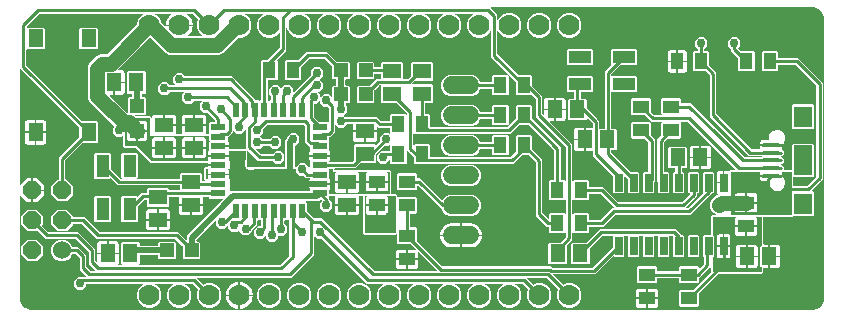
<source format=gbr>
G04 EAGLE Gerber RS-274X export*
G75*
%MOMM*%
%FSLAX34Y34*%
%LPD*%
%INTop Copper*%
%IPPOS*%
%AMOC8*
5,1,8,0,0,1.08239X$1,22.5*%
G01*
%ADD10R,1.500000X1.300000*%
%ADD11R,1.300000X1.500000*%
%ADD12C,1.778000*%
%ADD13C,1.524000*%
%ADD14P,1.649562X8X112.500000*%
%ADD15R,1.500000X1.800000*%
%ADD16R,1.500000X2.500000*%
%ADD17R,1.400000X0.400000*%
%ADD18C,0.254000*%
%ADD19C,1.524000*%
%ADD20R,1.100000X1.400000*%
%ADD21R,1.400000X1.100000*%
%ADD22R,1.300000X1.550000*%
%ADD23R,1.270000X0.558800*%
%ADD24R,0.558800X1.270000*%
%ADD25R,0.635000X1.524000*%
%ADD26R,1.100000X1.900000*%
%ADD27R,1.900000X1.100000*%
%ADD28R,1.200000X1.200000*%
%ADD29R,1.300000X1.600000*%
%ADD30R,1.600000X1.300000*%
%ADD31C,0.756400*%
%ADD32C,0.508000*%
%ADD33C,1.270000*%
%ADD34C,0.254000*%

G36*
X802656Y393705D02*
X802656Y393705D01*
X802677Y393703D01*
X804546Y393887D01*
X804583Y393899D01*
X804654Y393914D01*
X808107Y395344D01*
X808109Y395345D01*
X808111Y395345D01*
X808231Y395426D01*
X810874Y398069D01*
X810875Y398071D01*
X810876Y398072D01*
X810956Y398193D01*
X812386Y401646D01*
X812393Y401684D01*
X812413Y401754D01*
X812597Y403623D01*
X812595Y403639D01*
X812599Y403660D01*
X812599Y639175D01*
X812585Y639237D01*
X812578Y639301D01*
X812565Y639324D01*
X812560Y639344D01*
X812536Y639373D01*
X812535Y639374D01*
X812598Y640345D01*
X812597Y640356D01*
X812599Y640370D01*
X812599Y640654D01*
X812598Y640660D01*
X812599Y640667D01*
X812548Y642213D01*
X812538Y642250D01*
X812528Y642323D01*
X811417Y645595D01*
X811416Y645596D01*
X811416Y645598D01*
X811343Y645723D01*
X809064Y648321D01*
X809063Y648322D01*
X809062Y648323D01*
X808946Y648411D01*
X805847Y649939D01*
X805809Y649948D01*
X805741Y649973D01*
X804065Y650249D01*
X804039Y650247D01*
X804004Y650254D01*
X530647Y650243D01*
X530622Y650237D01*
X530596Y650240D01*
X530539Y650218D01*
X530479Y650204D01*
X530459Y650187D01*
X530435Y650178D01*
X530393Y650133D01*
X530345Y650093D01*
X530334Y650070D01*
X530317Y650051D01*
X530299Y649992D01*
X530274Y649935D01*
X530275Y649910D01*
X530268Y649885D01*
X530278Y649824D01*
X530281Y649762D01*
X530293Y649739D01*
X530297Y649714D01*
X530346Y649643D01*
X530363Y649610D01*
X530371Y649604D01*
X530378Y649594D01*
X531226Y648746D01*
X536195Y643778D01*
X536195Y640213D01*
X536198Y640201D01*
X536196Y640188D01*
X536217Y640117D01*
X536234Y640044D01*
X536242Y640034D01*
X536246Y640022D01*
X536297Y639968D01*
X536344Y639911D01*
X536356Y639905D01*
X536365Y639896D01*
X536435Y639870D01*
X536503Y639840D01*
X536515Y639840D01*
X536528Y639836D01*
X536602Y639844D01*
X536676Y639846D01*
X536687Y639853D01*
X536700Y639854D01*
X536763Y639894D01*
X536828Y639929D01*
X536835Y639940D01*
X536846Y639947D01*
X536926Y640068D01*
X537271Y640899D01*
X540201Y643829D01*
X544028Y645415D01*
X548172Y645415D01*
X551999Y643829D01*
X554929Y640899D01*
X556515Y637072D01*
X556515Y632928D01*
X554929Y629101D01*
X551999Y626171D01*
X548172Y624585D01*
X544028Y624585D01*
X540201Y626171D01*
X537271Y629101D01*
X536926Y629932D01*
X536919Y629943D01*
X536916Y629956D01*
X536869Y630013D01*
X536825Y630073D01*
X536814Y630079D01*
X536806Y630089D01*
X536738Y630120D01*
X536672Y630154D01*
X536659Y630155D01*
X536647Y630160D01*
X536573Y630157D01*
X536499Y630159D01*
X536487Y630154D01*
X536474Y630154D01*
X536409Y630118D01*
X536342Y630087D01*
X536333Y630077D01*
X536322Y630071D01*
X536280Y630010D01*
X536233Y629952D01*
X536230Y629940D01*
X536222Y629929D01*
X536195Y629787D01*
X536195Y610755D01*
X536212Y610681D01*
X536225Y610606D01*
X536232Y610596D01*
X536234Y610586D01*
X536258Y610558D01*
X536306Y610486D01*
X553956Y592836D01*
X554021Y592796D01*
X554083Y592752D01*
X554095Y592750D01*
X554103Y592745D01*
X554140Y592741D01*
X554225Y592725D01*
X564772Y592725D01*
X565665Y591832D01*
X565665Y583985D01*
X565682Y583911D01*
X565695Y583836D01*
X565702Y583826D01*
X565704Y583816D01*
X565728Y583788D01*
X565776Y583716D01*
X574295Y575198D01*
X574295Y560115D01*
X574312Y560041D01*
X574325Y559966D01*
X574332Y559956D01*
X574334Y559946D01*
X574358Y559918D01*
X574406Y559846D01*
X575170Y559082D01*
X575192Y559069D01*
X575208Y559049D01*
X575265Y559023D01*
X575317Y558991D01*
X575343Y558988D01*
X575367Y558978D01*
X575428Y558980D01*
X575490Y558974D01*
X575514Y558983D01*
X575540Y558984D01*
X575594Y559014D01*
X575652Y559036D01*
X575669Y559055D01*
X575692Y559067D01*
X575727Y559118D01*
X575769Y559163D01*
X575777Y559188D01*
X575792Y559209D01*
X575808Y559293D01*
X575819Y559329D01*
X575817Y559339D01*
X575819Y559351D01*
X575819Y563119D01*
X584099Y563119D01*
X584099Y553839D01*
X581331Y553839D01*
X581306Y553833D01*
X581280Y553836D01*
X581223Y553814D01*
X581162Y553800D01*
X581142Y553783D01*
X581118Y553774D01*
X581076Y553729D01*
X581029Y553690D01*
X581018Y553666D01*
X581001Y553647D01*
X580983Y553588D01*
X580958Y553531D01*
X580959Y553506D01*
X580951Y553481D01*
X580962Y553420D01*
X580964Y553358D01*
X580977Y553336D01*
X580981Y553310D01*
X581029Y553239D01*
X581047Y553206D01*
X581055Y553200D01*
X581062Y553190D01*
X599695Y534558D01*
X599695Y503669D01*
X599701Y503644D01*
X599698Y503618D01*
X599720Y503560D01*
X599734Y503500D01*
X599751Y503480D01*
X599760Y503456D01*
X599805Y503414D01*
X599844Y503367D01*
X599868Y503356D01*
X599887Y503339D01*
X599946Y503321D01*
X600003Y503296D01*
X600028Y503297D01*
X600053Y503289D01*
X600114Y503300D01*
X600176Y503302D01*
X600198Y503315D01*
X600224Y503319D01*
X600295Y503367D01*
X600328Y503385D01*
X600334Y503393D01*
X600344Y503400D01*
X600768Y503825D01*
X613032Y503825D01*
X613925Y502932D01*
X613925Y498475D01*
X613936Y498425D01*
X613938Y498374D01*
X613956Y498342D01*
X613964Y498306D01*
X613997Y498267D01*
X614021Y498222D01*
X614051Y498201D01*
X614074Y498173D01*
X614121Y498152D01*
X614163Y498122D01*
X614205Y498114D01*
X614233Y498102D01*
X614263Y498103D01*
X614305Y498095D01*
X625998Y498095D01*
X638586Y485506D01*
X638651Y485466D01*
X638713Y485422D01*
X638725Y485420D01*
X638733Y485415D01*
X638770Y485411D01*
X638855Y485395D01*
X692105Y485395D01*
X692179Y485412D01*
X692254Y485425D01*
X692264Y485432D01*
X692274Y485434D01*
X692302Y485458D01*
X692374Y485506D01*
X699004Y492136D01*
X699017Y492158D01*
X699037Y492174D01*
X699063Y492231D01*
X699095Y492283D01*
X699098Y492309D01*
X699108Y492333D01*
X699106Y492394D01*
X699112Y492456D01*
X699103Y492480D01*
X699102Y492506D01*
X699072Y492560D01*
X699050Y492618D01*
X699031Y492635D01*
X699019Y492658D01*
X698968Y492693D01*
X698923Y492735D01*
X698898Y492743D01*
X698877Y492758D01*
X698793Y492774D01*
X698757Y492785D01*
X698747Y492783D01*
X698735Y492785D01*
X698503Y492785D01*
X697610Y493678D01*
X697610Y510182D01*
X698503Y511075D01*
X706117Y511075D01*
X707010Y510182D01*
X707010Y493678D01*
X706117Y492785D01*
X705485Y492785D01*
X705435Y492774D01*
X705384Y492772D01*
X705352Y492754D01*
X705316Y492746D01*
X705277Y492713D01*
X705232Y492689D01*
X705211Y492659D01*
X705183Y492636D01*
X705162Y492589D01*
X705132Y492547D01*
X705124Y492505D01*
X705112Y492477D01*
X705113Y492447D01*
X705105Y492405D01*
X705105Y490332D01*
X703356Y488584D01*
X695736Y480964D01*
X695723Y480942D01*
X695703Y480926D01*
X695677Y480869D01*
X695645Y480817D01*
X695642Y480791D01*
X695632Y480767D01*
X695634Y480706D01*
X695628Y480644D01*
X695637Y480620D01*
X695638Y480594D01*
X695668Y480540D01*
X695690Y480482D01*
X695709Y480465D01*
X695721Y480442D01*
X695772Y480407D01*
X695817Y480365D01*
X695842Y480357D01*
X695863Y480342D01*
X695947Y480326D01*
X695983Y480315D01*
X695993Y480317D01*
X696005Y480315D01*
X697185Y480315D01*
X697259Y480332D01*
X697334Y480345D01*
X697344Y480352D01*
X697354Y480354D01*
X697382Y480378D01*
X697454Y480426D01*
X710239Y493212D01*
X710266Y493255D01*
X710301Y493292D01*
X710311Y493328D01*
X710331Y493359D01*
X710336Y493410D01*
X710350Y493459D01*
X710344Y493495D01*
X710347Y493531D01*
X710329Y493579D01*
X710320Y493629D01*
X710310Y493644D01*
X710310Y510182D01*
X711203Y511075D01*
X718817Y511075D01*
X719710Y510182D01*
X719710Y493678D01*
X718817Y492785D01*
X717875Y492785D01*
X717801Y492768D01*
X717726Y492755D01*
X717716Y492748D01*
X717706Y492746D01*
X717678Y492722D01*
X717606Y492674D01*
X699658Y474725D01*
X636155Y474725D01*
X636081Y474708D01*
X636006Y474695D01*
X635996Y474688D01*
X635986Y474686D01*
X635958Y474662D01*
X635886Y474614D01*
X627586Y466314D01*
X625838Y464565D01*
X614305Y464565D01*
X614255Y464554D01*
X614204Y464552D01*
X614172Y464534D01*
X614136Y464526D01*
X614097Y464493D01*
X614052Y464469D01*
X614031Y464439D01*
X614003Y464416D01*
X613982Y464369D01*
X613952Y464327D01*
X613944Y464285D01*
X613932Y464257D01*
X613933Y464227D01*
X613925Y464185D01*
X613925Y459728D01*
X613032Y458835D01*
X600768Y458835D01*
X600344Y459260D01*
X600322Y459273D01*
X600306Y459293D01*
X600249Y459319D01*
X600197Y459351D01*
X600171Y459354D01*
X600147Y459364D01*
X600086Y459362D01*
X600024Y459368D01*
X600000Y459359D01*
X599974Y459358D01*
X599920Y459328D01*
X599862Y459306D01*
X599845Y459287D01*
X599822Y459275D01*
X599787Y459224D01*
X599745Y459179D01*
X599737Y459154D01*
X599722Y459133D01*
X599706Y459049D01*
X599695Y459013D01*
X599697Y459003D01*
X599695Y458991D01*
X599695Y453502D01*
X595536Y449344D01*
X595496Y449279D01*
X595452Y449217D01*
X595450Y449205D01*
X595445Y449197D01*
X595441Y449160D01*
X595425Y449075D01*
X595425Y433828D01*
X594532Y432935D01*
X580268Y432935D01*
X579375Y433828D01*
X579375Y450092D01*
X580268Y450985D01*
X589115Y450985D01*
X589189Y451002D01*
X589264Y451015D01*
X589274Y451022D01*
X589284Y451024D01*
X589312Y451048D01*
X589384Y451096D01*
X593994Y455706D01*
X594034Y455771D01*
X594078Y455833D01*
X594080Y455845D01*
X594085Y455853D01*
X594089Y455890D01*
X594105Y455975D01*
X594105Y458991D01*
X594099Y459016D01*
X594102Y459042D01*
X594080Y459100D01*
X594066Y459160D01*
X594049Y459180D01*
X594040Y459204D01*
X593995Y459246D01*
X593956Y459293D01*
X593932Y459304D01*
X593913Y459321D01*
X593854Y459339D01*
X593797Y459364D01*
X593772Y459363D01*
X593747Y459371D01*
X593686Y459360D01*
X593624Y459358D01*
X593602Y459345D01*
X593576Y459341D01*
X593505Y459293D01*
X593472Y459275D01*
X593466Y459267D01*
X593456Y459260D01*
X593032Y458835D01*
X580768Y458835D01*
X579875Y459728D01*
X579875Y464185D01*
X579864Y464235D01*
X579862Y464286D01*
X579844Y464318D01*
X579836Y464354D01*
X579803Y464393D01*
X579779Y464438D01*
X579749Y464459D01*
X579726Y464487D01*
X579679Y464508D01*
X579637Y464538D01*
X579595Y464546D01*
X579567Y464558D01*
X579537Y464557D01*
X579495Y464565D01*
X577962Y464565D01*
X568705Y473822D01*
X568705Y519225D01*
X568692Y519283D01*
X568692Y519284D01*
X568691Y519285D01*
X568688Y519299D01*
X568675Y519374D01*
X568668Y519384D01*
X568666Y519394D01*
X568642Y519422D01*
X568594Y519494D01*
X563324Y524764D01*
X563259Y524804D01*
X563197Y524848D01*
X563185Y524850D01*
X563177Y524855D01*
X563140Y524859D01*
X563055Y524875D01*
X556925Y524875D01*
X556851Y524858D01*
X556776Y524845D01*
X556766Y524838D01*
X556756Y524836D01*
X556728Y524812D01*
X556656Y524764D01*
X549798Y517905D01*
X479219Y517905D01*
X479145Y517888D01*
X479070Y517875D01*
X479060Y517868D01*
X479050Y517866D01*
X479022Y517842D01*
X478950Y517794D01*
X478412Y517255D01*
X466148Y517255D01*
X465255Y518148D01*
X465255Y523615D01*
X465238Y523689D01*
X465225Y523764D01*
X465218Y523774D01*
X465216Y523784D01*
X465192Y523812D01*
X465144Y523884D01*
X461234Y527794D01*
X459954Y529074D01*
X459932Y529087D01*
X459916Y529107D01*
X459859Y529133D01*
X459807Y529165D01*
X459781Y529168D01*
X459757Y529178D01*
X459696Y529176D01*
X459634Y529182D01*
X459610Y529173D01*
X459584Y529172D01*
X459530Y529142D01*
X459472Y529120D01*
X459455Y529101D01*
X459432Y529089D01*
X459397Y529038D01*
X459355Y528993D01*
X459347Y528968D01*
X459332Y528947D01*
X459316Y528863D01*
X459305Y528827D01*
X459307Y528817D01*
X459305Y528805D01*
X459305Y518148D01*
X458412Y517255D01*
X446148Y517255D01*
X445255Y518148D01*
X445255Y520652D01*
X445249Y520678D01*
X445252Y520703D01*
X445230Y520761D01*
X445216Y520821D01*
X445199Y520841D01*
X445190Y520865D01*
X445145Y520907D01*
X445106Y520955D01*
X445082Y520965D01*
X445063Y520983D01*
X445004Y521000D01*
X444947Y521026D01*
X444922Y521025D01*
X444897Y521032D01*
X444836Y521021D01*
X444774Y521019D01*
X444752Y521007D01*
X444726Y521002D01*
X444655Y520954D01*
X444622Y520936D01*
X444616Y520928D01*
X444606Y520921D01*
X441618Y517933D01*
X437222Y517933D01*
X434113Y521042D01*
X434113Y525438D01*
X437222Y528547D01*
X440617Y528547D01*
X440691Y528564D01*
X440752Y528575D01*
X444875Y528575D01*
X444925Y528586D01*
X444976Y528588D01*
X445008Y528606D01*
X445044Y528614D01*
X445083Y528647D01*
X445128Y528671D01*
X445149Y528701D01*
X445177Y528724D01*
X445198Y528771D01*
X445228Y528813D01*
X445236Y528855D01*
X445248Y528883D01*
X445247Y528913D01*
X445255Y528955D01*
X445255Y533352D01*
X445249Y533378D01*
X445252Y533403D01*
X445230Y533461D01*
X445216Y533521D01*
X445199Y533541D01*
X445190Y533565D01*
X445145Y533607D01*
X445106Y533655D01*
X445082Y533665D01*
X445063Y533683D01*
X445004Y533700D01*
X444947Y533726D01*
X444922Y533725D01*
X444897Y533732D01*
X444836Y533721D01*
X444774Y533719D01*
X444752Y533707D01*
X444726Y533702D01*
X444655Y533654D01*
X444622Y533636D01*
X444616Y533628D01*
X444606Y533621D01*
X444158Y533173D01*
X440763Y533173D01*
X440689Y533156D01*
X440614Y533143D01*
X440604Y533136D01*
X440594Y533134D01*
X440566Y533110D01*
X440494Y533062D01*
X433316Y525884D01*
X433276Y525819D01*
X433232Y525757D01*
X433230Y525745D01*
X433225Y525737D01*
X433221Y525700D01*
X433205Y525615D01*
X433205Y519308D01*
X432312Y518415D01*
X420265Y518415D01*
X420191Y518398D01*
X420116Y518385D01*
X420106Y518378D01*
X420096Y518376D01*
X420068Y518352D01*
X419996Y518304D01*
X415598Y513905D01*
X398526Y513905D01*
X398476Y513894D01*
X398425Y513892D01*
X398393Y513874D01*
X398357Y513866D01*
X398318Y513833D01*
X398273Y513809D01*
X398252Y513779D01*
X398224Y513756D01*
X398203Y513709D01*
X398173Y513667D01*
X398165Y513625D01*
X398153Y513597D01*
X398154Y513567D01*
X398146Y513525D01*
X398146Y512826D01*
X398157Y512776D01*
X398159Y512725D01*
X398177Y512693D01*
X398185Y512657D01*
X398218Y512618D01*
X398242Y512573D01*
X398272Y512552D01*
X398295Y512524D01*
X398342Y512503D01*
X398384Y512473D01*
X398426Y512465D01*
X398454Y512453D01*
X398484Y512454D01*
X398526Y512446D01*
X445289Y512446D01*
X446406Y511329D01*
X446406Y492506D01*
X446417Y492456D01*
X446419Y492405D01*
X446437Y492373D01*
X446445Y492337D01*
X446478Y492298D01*
X446502Y492253D01*
X446532Y492232D01*
X446555Y492204D01*
X446602Y492183D01*
X446644Y492153D01*
X446686Y492145D01*
X446714Y492133D01*
X446744Y492134D01*
X446786Y492126D01*
X450369Y492126D01*
X451486Y491009D01*
X451486Y490080D01*
X451492Y490055D01*
X451489Y490029D01*
X451511Y489971D01*
X451525Y489911D01*
X451542Y489891D01*
X451551Y489867D01*
X451596Y489825D01*
X451635Y489778D01*
X451659Y489767D01*
X451678Y489750D01*
X451737Y489732D01*
X451794Y489707D01*
X451819Y489708D01*
X451844Y489700D01*
X451905Y489711D01*
X451967Y489713D01*
X451989Y489726D01*
X452015Y489730D01*
X452086Y489778D01*
X452098Y489785D01*
X467372Y489785D01*
X468265Y488892D01*
X468265Y476628D01*
X467372Y475735D01*
X462915Y475735D01*
X462865Y475724D01*
X462814Y475722D01*
X462782Y475704D01*
X462746Y475696D01*
X462707Y475663D01*
X462662Y475639D01*
X462641Y475609D01*
X462613Y475586D01*
X462592Y475539D01*
X462562Y475497D01*
X462554Y475455D01*
X462542Y475427D01*
X462543Y475397D01*
X462535Y475355D01*
X462535Y464445D01*
X462546Y464395D01*
X462548Y464344D01*
X462566Y464312D01*
X462574Y464276D01*
X462607Y464237D01*
X462631Y464192D01*
X462661Y464171D01*
X462684Y464143D01*
X462731Y464122D01*
X462773Y464092D01*
X462815Y464084D01*
X462843Y464072D01*
X462873Y464073D01*
X462915Y464065D01*
X467372Y464065D01*
X468265Y463172D01*
X468265Y452625D01*
X468277Y452573D01*
X468278Y452539D01*
X468287Y452523D01*
X468295Y452476D01*
X468302Y452466D01*
X468304Y452456D01*
X468328Y452428D01*
X468376Y452356D01*
X489582Y431150D01*
X489647Y431110D01*
X489709Y431066D01*
X489721Y431064D01*
X489729Y431059D01*
X489766Y431055D01*
X489851Y431039D01*
X581961Y431039D01*
X583040Y429960D01*
X583105Y429920D01*
X583167Y429876D01*
X583179Y429874D01*
X583187Y429868D01*
X583224Y429865D01*
X583309Y429848D01*
X616519Y429848D01*
X616593Y429866D01*
X616667Y429879D01*
X616677Y429886D01*
X616687Y429888D01*
X616716Y429912D01*
X616787Y429960D01*
X633999Y447171D01*
X634039Y447236D01*
X634083Y447298D01*
X634085Y447310D01*
X634090Y447318D01*
X634094Y447355D01*
X634110Y447440D01*
X634110Y456282D01*
X634125Y456296D01*
X634138Y456318D01*
X634158Y456334D01*
X634184Y456391D01*
X634216Y456443D01*
X634219Y456469D01*
X634229Y456493D01*
X634227Y456554D01*
X634233Y456616D01*
X634224Y456640D01*
X634223Y456666D01*
X634193Y456720D01*
X634171Y456778D01*
X634152Y456795D01*
X634140Y456818D01*
X634089Y456853D01*
X634044Y456895D01*
X634019Y456903D01*
X633998Y456918D01*
X633914Y456934D01*
X633878Y456945D01*
X633868Y456943D01*
X633856Y456945D01*
X625495Y456945D01*
X625421Y456928D01*
X625346Y456915D01*
X625336Y456908D01*
X625326Y456906D01*
X625298Y456882D01*
X625226Y456834D01*
X614536Y446144D01*
X614496Y446079D01*
X614452Y446017D01*
X614450Y446005D01*
X614445Y445997D01*
X614441Y445960D01*
X614425Y445875D01*
X614425Y433828D01*
X613532Y432935D01*
X599268Y432935D01*
X598375Y433828D01*
X598375Y450092D01*
X599268Y450985D01*
X611315Y450985D01*
X611389Y451002D01*
X611464Y451015D01*
X611474Y451022D01*
X611484Y451024D01*
X611512Y451048D01*
X611584Y451096D01*
X621274Y460786D01*
X623022Y462535D01*
X686958Y462535D01*
X692206Y457286D01*
X692271Y457246D01*
X692333Y457202D01*
X692345Y457200D01*
X692353Y457195D01*
X692390Y457191D01*
X692475Y457175D01*
X693417Y457175D01*
X694310Y456282D01*
X694310Y439778D01*
X693417Y438885D01*
X685803Y438885D01*
X684910Y439778D01*
X684910Y456323D01*
X684911Y456327D01*
X684931Y456358D01*
X684936Y456409D01*
X684950Y456458D01*
X684944Y456494D01*
X684947Y456530D01*
X684929Y456578D01*
X684920Y456628D01*
X684896Y456664D01*
X684886Y456692D01*
X684863Y456713D01*
X684839Y456748D01*
X684754Y456834D01*
X684689Y456874D01*
X684627Y456918D01*
X684615Y456920D01*
X684606Y456925D01*
X684569Y456929D01*
X684485Y456945D01*
X681864Y456945D01*
X681839Y456939D01*
X681813Y456942D01*
X681755Y456920D01*
X681695Y456906D01*
X681675Y456889D01*
X681651Y456880D01*
X681609Y456835D01*
X681562Y456796D01*
X681551Y456772D01*
X681534Y456753D01*
X681516Y456694D01*
X681491Y456637D01*
X681492Y456612D01*
X681484Y456587D01*
X681495Y456526D01*
X681497Y456464D01*
X681510Y456442D01*
X681514Y456416D01*
X681562Y456345D01*
X681580Y456312D01*
X681588Y456306D01*
X681595Y456296D01*
X681610Y456282D01*
X681610Y439778D01*
X680717Y438885D01*
X673103Y438885D01*
X672210Y439778D01*
X672210Y456282D01*
X672225Y456296D01*
X672238Y456318D01*
X672258Y456334D01*
X672284Y456391D01*
X672316Y456443D01*
X672319Y456469D01*
X672329Y456493D01*
X672327Y456554D01*
X672333Y456616D01*
X672324Y456640D01*
X672323Y456666D01*
X672293Y456720D01*
X672271Y456778D01*
X672252Y456795D01*
X672240Y456818D01*
X672189Y456853D01*
X672144Y456895D01*
X672119Y456903D01*
X672098Y456918D01*
X672014Y456934D01*
X671978Y456945D01*
X671968Y456943D01*
X671956Y456945D01*
X669164Y456945D01*
X669139Y456939D01*
X669113Y456942D01*
X669055Y456920D01*
X668995Y456906D01*
X668975Y456889D01*
X668951Y456880D01*
X668909Y456835D01*
X668862Y456796D01*
X668851Y456772D01*
X668834Y456753D01*
X668816Y456694D01*
X668791Y456637D01*
X668792Y456612D01*
X668784Y456587D01*
X668795Y456526D01*
X668797Y456464D01*
X668810Y456442D01*
X668814Y456416D01*
X668862Y456345D01*
X668880Y456312D01*
X668888Y456306D01*
X668895Y456296D01*
X668910Y456282D01*
X668910Y439778D01*
X668017Y438885D01*
X660403Y438885D01*
X659510Y439778D01*
X659510Y456282D01*
X659525Y456296D01*
X659538Y456318D01*
X659558Y456334D01*
X659584Y456391D01*
X659616Y456443D01*
X659619Y456469D01*
X659629Y456493D01*
X659627Y456554D01*
X659633Y456616D01*
X659624Y456640D01*
X659623Y456666D01*
X659593Y456720D01*
X659571Y456778D01*
X659552Y456795D01*
X659540Y456818D01*
X659489Y456853D01*
X659444Y456895D01*
X659419Y456903D01*
X659398Y456918D01*
X659314Y456934D01*
X659278Y456945D01*
X659268Y456943D01*
X659256Y456945D01*
X656464Y456945D01*
X656439Y456939D01*
X656413Y456942D01*
X656355Y456920D01*
X656295Y456906D01*
X656275Y456889D01*
X656251Y456880D01*
X656209Y456835D01*
X656162Y456796D01*
X656151Y456772D01*
X656134Y456753D01*
X656116Y456694D01*
X656091Y456637D01*
X656092Y456612D01*
X656084Y456587D01*
X656095Y456526D01*
X656097Y456464D01*
X656110Y456442D01*
X656114Y456416D01*
X656162Y456345D01*
X656180Y456312D01*
X656188Y456306D01*
X656195Y456296D01*
X656210Y456282D01*
X656210Y439778D01*
X655317Y438885D01*
X647703Y438885D01*
X646810Y439778D01*
X646810Y456282D01*
X646825Y456296D01*
X646838Y456318D01*
X646858Y456334D01*
X646884Y456391D01*
X646916Y456443D01*
X646919Y456469D01*
X646929Y456493D01*
X646927Y456554D01*
X646933Y456616D01*
X646924Y456640D01*
X646923Y456666D01*
X646893Y456720D01*
X646871Y456778D01*
X646852Y456795D01*
X646840Y456818D01*
X646789Y456853D01*
X646744Y456895D01*
X646719Y456903D01*
X646698Y456918D01*
X646614Y456934D01*
X646578Y456945D01*
X646568Y456943D01*
X646556Y456945D01*
X643764Y456945D01*
X643739Y456939D01*
X643713Y456942D01*
X643655Y456920D01*
X643595Y456906D01*
X643575Y456889D01*
X643551Y456880D01*
X643509Y456835D01*
X643462Y456796D01*
X643451Y456772D01*
X643434Y456753D01*
X643416Y456694D01*
X643391Y456637D01*
X643392Y456612D01*
X643384Y456587D01*
X643395Y456526D01*
X643397Y456464D01*
X643410Y456442D01*
X643414Y456416D01*
X643462Y456345D01*
X643480Y456312D01*
X643488Y456306D01*
X643495Y456296D01*
X643510Y456282D01*
X643510Y439778D01*
X642617Y438885D01*
X635003Y438885D01*
X634579Y439309D01*
X634536Y439336D01*
X634499Y439371D01*
X634463Y439381D01*
X634432Y439401D01*
X634381Y439406D01*
X634332Y439420D01*
X634296Y439414D01*
X634260Y439417D01*
X634212Y439399D01*
X634162Y439390D01*
X634126Y439367D01*
X634098Y439356D01*
X634077Y439333D01*
X634042Y439309D01*
X618991Y424259D01*
X583911Y424259D01*
X583886Y424253D01*
X583861Y424256D01*
X583803Y424234D01*
X583743Y424219D01*
X583723Y424203D01*
X583699Y424194D01*
X583657Y424149D01*
X583609Y424109D01*
X583598Y424086D01*
X583581Y424067D01*
X583563Y424008D01*
X583538Y423951D01*
X583539Y423925D01*
X583532Y423901D01*
X583542Y423840D01*
X583545Y423778D01*
X583557Y423755D01*
X583561Y423730D01*
X583610Y423658D01*
X583627Y423626D01*
X583636Y423620D01*
X583643Y423610D01*
X591544Y415708D01*
X591598Y415675D01*
X591647Y415635D01*
X591671Y415630D01*
X591691Y415617D01*
X591755Y415611D01*
X591816Y415597D01*
X591843Y415602D01*
X591864Y415600D01*
X591899Y415614D01*
X591958Y415626D01*
X594828Y416815D01*
X598972Y416815D01*
X602799Y415229D01*
X605729Y412299D01*
X607315Y408472D01*
X607315Y404328D01*
X605729Y400501D01*
X602799Y397571D01*
X598972Y395985D01*
X594828Y395985D01*
X591001Y397571D01*
X588071Y400501D01*
X586485Y404328D01*
X586485Y408472D01*
X587674Y411342D01*
X587684Y411404D01*
X587702Y411465D01*
X587698Y411489D01*
X587702Y411513D01*
X587684Y411573D01*
X587673Y411636D01*
X587658Y411658D01*
X587651Y411678D01*
X587626Y411706D01*
X587592Y411756D01*
X578074Y421274D01*
X578009Y421314D01*
X577947Y421358D01*
X577935Y421360D01*
X577927Y421365D01*
X577890Y421369D01*
X577805Y421385D01*
X561385Y421385D01*
X561360Y421379D01*
X561334Y421382D01*
X561277Y421360D01*
X561216Y421346D01*
X561196Y421329D01*
X561172Y421320D01*
X561130Y421275D01*
X561083Y421236D01*
X561072Y421212D01*
X561055Y421193D01*
X561037Y421134D01*
X561012Y421077D01*
X561013Y421052D01*
X561005Y421027D01*
X561016Y420966D01*
X561018Y420904D01*
X561031Y420882D01*
X561035Y420856D01*
X561083Y420785D01*
X561101Y420752D01*
X561109Y420746D01*
X561116Y420736D01*
X561706Y420146D01*
X566144Y415708D01*
X566198Y415675D01*
X566247Y415635D01*
X566271Y415630D01*
X566291Y415617D01*
X566355Y415611D01*
X566416Y415597D01*
X566443Y415602D01*
X566464Y415600D01*
X566499Y415614D01*
X566558Y415626D01*
X569428Y416815D01*
X573572Y416815D01*
X577399Y415229D01*
X580329Y412299D01*
X581915Y408472D01*
X581915Y404328D01*
X580329Y400501D01*
X577399Y397571D01*
X573572Y395985D01*
X569428Y395985D01*
X565601Y397571D01*
X562671Y400501D01*
X561085Y404328D01*
X561085Y408472D01*
X562274Y411342D01*
X562284Y411404D01*
X562302Y411465D01*
X562298Y411489D01*
X562302Y411513D01*
X562284Y411573D01*
X562273Y411636D01*
X562258Y411658D01*
X562251Y411678D01*
X562226Y411706D01*
X562192Y411756D01*
X557754Y416194D01*
X557689Y416234D01*
X557627Y416278D01*
X557615Y416280D01*
X557607Y416285D01*
X557570Y416289D01*
X557485Y416305D01*
X551313Y416305D01*
X551301Y416302D01*
X551288Y416304D01*
X551217Y416283D01*
X551144Y416266D01*
X551134Y416258D01*
X551122Y416254D01*
X551068Y416203D01*
X551011Y416156D01*
X551005Y416144D01*
X550996Y416135D01*
X550970Y416065D01*
X550940Y415997D01*
X550940Y415985D01*
X550936Y415972D01*
X550944Y415898D01*
X550946Y415824D01*
X550953Y415813D01*
X550954Y415800D01*
X550994Y415737D01*
X551029Y415672D01*
X551040Y415665D01*
X551047Y415654D01*
X551168Y415574D01*
X551999Y415229D01*
X554929Y412299D01*
X556515Y408472D01*
X556515Y404328D01*
X554929Y400501D01*
X551999Y397571D01*
X548172Y395985D01*
X544028Y395985D01*
X540201Y397571D01*
X537271Y400501D01*
X535685Y404328D01*
X535685Y408472D01*
X537271Y412299D01*
X540201Y415229D01*
X541032Y415574D01*
X541043Y415581D01*
X541056Y415584D01*
X541113Y415632D01*
X541173Y415675D01*
X541179Y415686D01*
X541189Y415694D01*
X541220Y415762D01*
X541254Y415828D01*
X541255Y415841D01*
X541260Y415853D01*
X541257Y415927D01*
X541259Y416001D01*
X541254Y416013D01*
X541254Y416026D01*
X541218Y416091D01*
X541187Y416158D01*
X541177Y416167D01*
X541171Y416178D01*
X541110Y416220D01*
X541052Y416267D01*
X541040Y416270D01*
X541029Y416278D01*
X540887Y416305D01*
X525913Y416305D01*
X525901Y416302D01*
X525888Y416304D01*
X525817Y416283D01*
X525744Y416266D01*
X525734Y416258D01*
X525722Y416254D01*
X525668Y416203D01*
X525611Y416156D01*
X525605Y416144D01*
X525596Y416135D01*
X525570Y416065D01*
X525540Y415997D01*
X525540Y415985D01*
X525536Y415972D01*
X525544Y415898D01*
X525546Y415824D01*
X525553Y415813D01*
X525554Y415800D01*
X525594Y415737D01*
X525629Y415672D01*
X525640Y415665D01*
X525647Y415654D01*
X525768Y415574D01*
X526599Y415229D01*
X529529Y412299D01*
X531115Y408472D01*
X531115Y404328D01*
X529529Y400501D01*
X526599Y397571D01*
X522772Y395985D01*
X518628Y395985D01*
X514801Y397571D01*
X511871Y400501D01*
X510285Y404328D01*
X510285Y408472D01*
X511871Y412299D01*
X514801Y415229D01*
X515632Y415574D01*
X515643Y415581D01*
X515656Y415584D01*
X515713Y415632D01*
X515773Y415675D01*
X515779Y415686D01*
X515789Y415694D01*
X515820Y415762D01*
X515854Y415828D01*
X515855Y415841D01*
X515860Y415853D01*
X515857Y415927D01*
X515859Y416001D01*
X515854Y416013D01*
X515854Y416026D01*
X515818Y416091D01*
X515787Y416158D01*
X515777Y416167D01*
X515771Y416178D01*
X515710Y416220D01*
X515652Y416267D01*
X515640Y416270D01*
X515629Y416278D01*
X515487Y416305D01*
X500513Y416305D01*
X500501Y416302D01*
X500488Y416304D01*
X500417Y416283D01*
X500344Y416266D01*
X500334Y416258D01*
X500322Y416254D01*
X500268Y416203D01*
X500211Y416156D01*
X500205Y416144D01*
X500196Y416135D01*
X500170Y416065D01*
X500140Y415997D01*
X500140Y415985D01*
X500136Y415972D01*
X500144Y415898D01*
X500146Y415824D01*
X500153Y415813D01*
X500154Y415800D01*
X500194Y415737D01*
X500229Y415672D01*
X500240Y415665D01*
X500247Y415654D01*
X500368Y415574D01*
X501199Y415229D01*
X504129Y412299D01*
X505715Y408472D01*
X505715Y404328D01*
X504129Y400501D01*
X501199Y397571D01*
X497372Y395985D01*
X493228Y395985D01*
X489401Y397571D01*
X486471Y400501D01*
X484885Y404328D01*
X484885Y408472D01*
X486471Y412299D01*
X489401Y415229D01*
X490232Y415574D01*
X490243Y415581D01*
X490256Y415584D01*
X490313Y415631D01*
X490373Y415675D01*
X490379Y415686D01*
X490389Y415694D01*
X490420Y415762D01*
X490454Y415828D01*
X490455Y415841D01*
X490460Y415853D01*
X490457Y415927D01*
X490459Y416001D01*
X490454Y416013D01*
X490454Y416026D01*
X490418Y416091D01*
X490387Y416158D01*
X490377Y416167D01*
X490371Y416178D01*
X490310Y416220D01*
X490252Y416267D01*
X490240Y416270D01*
X490229Y416278D01*
X490087Y416305D01*
X475113Y416305D01*
X475101Y416302D01*
X475088Y416304D01*
X475017Y416283D01*
X474944Y416266D01*
X474934Y416258D01*
X474922Y416254D01*
X474868Y416203D01*
X474811Y416156D01*
X474805Y416144D01*
X474796Y416135D01*
X474770Y416065D01*
X474740Y415997D01*
X474740Y415985D01*
X474736Y415972D01*
X474744Y415898D01*
X474746Y415824D01*
X474753Y415813D01*
X474754Y415800D01*
X474794Y415737D01*
X474829Y415672D01*
X474840Y415665D01*
X474847Y415654D01*
X474968Y415574D01*
X475799Y415229D01*
X478729Y412299D01*
X480315Y408472D01*
X480315Y404328D01*
X478729Y400501D01*
X475799Y397571D01*
X471972Y395985D01*
X467828Y395985D01*
X464001Y397571D01*
X461071Y400501D01*
X459485Y404328D01*
X459485Y408472D01*
X461071Y412299D01*
X464001Y415229D01*
X464832Y415574D01*
X464843Y415581D01*
X464856Y415584D01*
X464913Y415631D01*
X464973Y415675D01*
X464979Y415686D01*
X464989Y415694D01*
X465020Y415762D01*
X465054Y415828D01*
X465055Y415841D01*
X465060Y415853D01*
X465057Y415927D01*
X465059Y416001D01*
X465054Y416013D01*
X465054Y416026D01*
X465018Y416091D01*
X464987Y416158D01*
X464977Y416167D01*
X464971Y416178D01*
X464910Y416220D01*
X464852Y416267D01*
X464840Y416270D01*
X464829Y416278D01*
X464687Y416305D01*
X449713Y416305D01*
X449701Y416302D01*
X449688Y416304D01*
X449617Y416283D01*
X449544Y416266D01*
X449534Y416258D01*
X449522Y416254D01*
X449468Y416203D01*
X449411Y416156D01*
X449405Y416144D01*
X449396Y416135D01*
X449370Y416065D01*
X449340Y415997D01*
X449340Y415985D01*
X449336Y415972D01*
X449344Y415898D01*
X449346Y415824D01*
X449353Y415813D01*
X449354Y415800D01*
X449394Y415737D01*
X449429Y415672D01*
X449440Y415665D01*
X449447Y415654D01*
X449568Y415574D01*
X450399Y415229D01*
X453329Y412299D01*
X454915Y408472D01*
X454915Y404328D01*
X453329Y400501D01*
X450399Y397571D01*
X446572Y395985D01*
X442428Y395985D01*
X438601Y397571D01*
X435671Y400501D01*
X434085Y404328D01*
X434085Y408472D01*
X435671Y412299D01*
X438601Y415229D01*
X439432Y415574D01*
X439443Y415581D01*
X439456Y415584D01*
X439513Y415631D01*
X439573Y415675D01*
X439579Y415686D01*
X439589Y415694D01*
X439620Y415762D01*
X439654Y415828D01*
X439655Y415841D01*
X439660Y415853D01*
X439657Y415927D01*
X439659Y416001D01*
X439654Y416013D01*
X439654Y416026D01*
X439618Y416091D01*
X439587Y416158D01*
X439577Y416167D01*
X439571Y416178D01*
X439510Y416220D01*
X439452Y416267D01*
X439440Y416270D01*
X439429Y416278D01*
X439287Y416305D01*
X425562Y416305D01*
X387546Y454322D01*
X387481Y454362D01*
X387419Y454406D01*
X387407Y454408D01*
X387399Y454413D01*
X387362Y454417D01*
X387277Y454433D01*
X383882Y454433D01*
X381964Y456351D01*
X381942Y456365D01*
X381926Y456385D01*
X381869Y456410D01*
X381817Y456443D01*
X381791Y456445D01*
X381767Y456456D01*
X381706Y456453D01*
X381644Y456459D01*
X381620Y456450D01*
X381594Y456449D01*
X381540Y456420D01*
X381482Y456398D01*
X381465Y456379D01*
X381442Y456366D01*
X381407Y456316D01*
X381365Y456271D01*
X381357Y456246D01*
X381342Y456225D01*
X381327Y456146D01*
X381322Y456134D01*
X381322Y456127D01*
X381315Y456104D01*
X381317Y456094D01*
X381315Y456082D01*
X381315Y440862D01*
X361838Y421385D01*
X281985Y421385D01*
X281960Y421379D01*
X281934Y421382D01*
X281877Y421360D01*
X281816Y421346D01*
X281796Y421329D01*
X281772Y421320D01*
X281730Y421275D01*
X281683Y421236D01*
X281672Y421212D01*
X281655Y421193D01*
X281637Y421134D01*
X281612Y421077D01*
X281613Y421052D01*
X281605Y421027D01*
X281616Y420966D01*
X281618Y420904D01*
X281631Y420882D01*
X281635Y420856D01*
X281683Y420785D01*
X281701Y420752D01*
X281709Y420746D01*
X281716Y420736D01*
X282306Y420146D01*
X286744Y415708D01*
X286798Y415675D01*
X286847Y415635D01*
X286871Y415630D01*
X286891Y415617D01*
X286954Y415611D01*
X287016Y415597D01*
X287043Y415602D01*
X287064Y415600D01*
X287099Y415614D01*
X287158Y415626D01*
X290028Y416815D01*
X294172Y416815D01*
X297999Y415229D01*
X300929Y412299D01*
X302515Y408472D01*
X302515Y404328D01*
X300929Y400501D01*
X297999Y397571D01*
X294172Y395985D01*
X290028Y395985D01*
X286201Y397571D01*
X283271Y400501D01*
X281685Y404328D01*
X281685Y408472D01*
X282874Y411342D01*
X282884Y411404D01*
X282902Y411465D01*
X282898Y411489D01*
X282902Y411513D01*
X282884Y411573D01*
X282873Y411636D01*
X282858Y411658D01*
X282851Y411678D01*
X282826Y411706D01*
X282792Y411756D01*
X278354Y416194D01*
X278289Y416234D01*
X278227Y416278D01*
X278215Y416280D01*
X278207Y416285D01*
X278170Y416289D01*
X278085Y416305D01*
X271913Y416305D01*
X271901Y416302D01*
X271888Y416304D01*
X271817Y416283D01*
X271744Y416266D01*
X271734Y416258D01*
X271722Y416254D01*
X271668Y416203D01*
X271611Y416156D01*
X271605Y416144D01*
X271596Y416135D01*
X271570Y416065D01*
X271540Y415997D01*
X271540Y415985D01*
X271536Y415972D01*
X271544Y415898D01*
X271546Y415824D01*
X271553Y415813D01*
X271554Y415800D01*
X271594Y415737D01*
X271629Y415672D01*
X271640Y415665D01*
X271647Y415654D01*
X271768Y415574D01*
X272599Y415229D01*
X275529Y412299D01*
X277115Y408472D01*
X277115Y404328D01*
X275529Y400501D01*
X272599Y397571D01*
X268772Y395985D01*
X264628Y395985D01*
X260801Y397571D01*
X257871Y400501D01*
X256285Y404328D01*
X256285Y408472D01*
X257871Y412299D01*
X260801Y415229D01*
X261632Y415574D01*
X261643Y415581D01*
X261656Y415584D01*
X261713Y415631D01*
X261773Y415675D01*
X261779Y415686D01*
X261789Y415694D01*
X261820Y415762D01*
X261854Y415828D01*
X261855Y415841D01*
X261860Y415853D01*
X261857Y415927D01*
X261859Y416001D01*
X261854Y416013D01*
X261854Y416026D01*
X261818Y416091D01*
X261787Y416158D01*
X261777Y416167D01*
X261771Y416178D01*
X261710Y416220D01*
X261652Y416267D01*
X261640Y416270D01*
X261629Y416278D01*
X261487Y416305D01*
X246513Y416305D01*
X246501Y416302D01*
X246488Y416304D01*
X246417Y416283D01*
X246344Y416266D01*
X246334Y416258D01*
X246322Y416254D01*
X246268Y416203D01*
X246211Y416156D01*
X246205Y416144D01*
X246196Y416135D01*
X246170Y416065D01*
X246140Y415997D01*
X246140Y415985D01*
X246136Y415972D01*
X246144Y415898D01*
X246146Y415824D01*
X246153Y415813D01*
X246154Y415800D01*
X246194Y415737D01*
X246229Y415672D01*
X246240Y415665D01*
X246247Y415654D01*
X246368Y415574D01*
X247199Y415229D01*
X250129Y412299D01*
X251715Y408472D01*
X251715Y404328D01*
X250129Y400501D01*
X247199Y397571D01*
X243372Y395985D01*
X239228Y395985D01*
X235401Y397571D01*
X232471Y400501D01*
X230885Y404328D01*
X230885Y408472D01*
X232471Y412299D01*
X235401Y415229D01*
X236232Y415574D01*
X236243Y415581D01*
X236256Y415584D01*
X236313Y415631D01*
X236373Y415675D01*
X236379Y415686D01*
X236389Y415694D01*
X236420Y415762D01*
X236454Y415828D01*
X236455Y415841D01*
X236460Y415853D01*
X236457Y415927D01*
X236459Y416001D01*
X236454Y416013D01*
X236454Y416026D01*
X236418Y416091D01*
X236387Y416158D01*
X236377Y416167D01*
X236371Y416178D01*
X236310Y416220D01*
X236252Y416267D01*
X236240Y416270D01*
X236229Y416278D01*
X236087Y416305D01*
X188567Y416305D01*
X188517Y416294D01*
X188466Y416292D01*
X188434Y416274D01*
X188398Y416266D01*
X188359Y416233D01*
X188314Y416209D01*
X188293Y416179D01*
X188265Y416156D01*
X188244Y416109D01*
X188214Y416067D01*
X188206Y416025D01*
X188194Y415997D01*
X188195Y415967D01*
X188187Y415925D01*
X188187Y414362D01*
X185078Y411253D01*
X180682Y411253D01*
X177573Y414362D01*
X177573Y418758D01*
X180682Y421867D01*
X184077Y421867D01*
X184151Y421884D01*
X184212Y421895D01*
X187915Y421895D01*
X187940Y421901D01*
X187966Y421898D01*
X188023Y421920D01*
X188084Y421934D01*
X188104Y421951D01*
X188128Y421960D01*
X188170Y422005D01*
X188217Y422044D01*
X188228Y422068D01*
X188245Y422087D01*
X188263Y422146D01*
X188288Y422203D01*
X188287Y422228D01*
X188295Y422253D01*
X188284Y422314D01*
X188282Y422376D01*
X188269Y422398D01*
X188265Y422424D01*
X188217Y422495D01*
X188199Y422528D01*
X188191Y422534D01*
X188184Y422544D01*
X187594Y423134D01*
X182625Y428102D01*
X182625Y438105D01*
X182608Y438179D01*
X182595Y438254D01*
X182588Y438264D01*
X182586Y438274D01*
X182562Y438302D01*
X182514Y438374D01*
X179294Y441594D01*
X179229Y441634D01*
X179167Y441678D01*
X179155Y441680D01*
X179147Y441685D01*
X179110Y441689D01*
X179025Y441705D01*
X176635Y441705D01*
X176573Y441691D01*
X176510Y441684D01*
X176489Y441671D01*
X176466Y441666D01*
X176417Y441625D01*
X176363Y441591D01*
X176348Y441569D01*
X176332Y441556D01*
X176317Y441521D01*
X176283Y441471D01*
X175393Y439320D01*
X172820Y436747D01*
X169459Y435355D01*
X165821Y435355D01*
X162460Y436747D01*
X159887Y439320D01*
X158495Y442681D01*
X158495Y446319D01*
X159887Y449680D01*
X162460Y452253D01*
X165821Y453645D01*
X169459Y453645D01*
X172820Y452253D01*
X175393Y449680D01*
X176283Y447529D01*
X176320Y447478D01*
X176351Y447422D01*
X176370Y447408D01*
X176384Y447389D01*
X176441Y447359D01*
X176492Y447322D01*
X176519Y447317D01*
X176537Y447307D01*
X176575Y447306D01*
X176635Y447295D01*
X181498Y447295D01*
X188215Y440578D01*
X188215Y430575D01*
X188227Y430524D01*
X188228Y430484D01*
X188238Y430466D01*
X188245Y430426D01*
X188252Y430416D01*
X188254Y430406D01*
X188278Y430378D01*
X188326Y430306D01*
X191546Y427086D01*
X191611Y427046D01*
X191673Y427002D01*
X191685Y427000D01*
X191693Y426995D01*
X191730Y426991D01*
X191815Y426975D01*
X195535Y426975D01*
X195560Y426981D01*
X195586Y426978D01*
X195643Y427000D01*
X195704Y427014D01*
X195724Y427031D01*
X195748Y427040D01*
X195790Y427085D01*
X195837Y427124D01*
X195848Y427148D01*
X195865Y427167D01*
X195883Y427226D01*
X195908Y427283D01*
X195907Y427308D01*
X195915Y427333D01*
X195904Y427394D01*
X195902Y427456D01*
X195889Y427478D01*
X195885Y427504D01*
X195837Y427575D01*
X195819Y427608D01*
X195811Y427614D01*
X195804Y427624D01*
X195214Y428214D01*
X190245Y433182D01*
X190245Y443185D01*
X190228Y443259D01*
X190215Y443334D01*
X190208Y443344D01*
X190206Y443354D01*
X190182Y443382D01*
X190134Y443454D01*
X179294Y454294D01*
X179229Y454334D01*
X179167Y454378D01*
X179155Y454380D01*
X179147Y454385D01*
X179110Y454389D01*
X179025Y454405D01*
X153782Y454405D01*
X152034Y456154D01*
X146999Y461189D01*
X146956Y461216D01*
X146918Y461250D01*
X146883Y461261D01*
X146852Y461280D01*
X146801Y461285D01*
X146752Y461299D01*
X146716Y461293D01*
X146679Y461297D01*
X146632Y461278D01*
X146581Y461270D01*
X146546Y461246D01*
X146517Y461235D01*
X146497Y461213D01*
X146461Y461189D01*
X146028Y460755D01*
X138452Y460755D01*
X133095Y466112D01*
X133095Y473688D01*
X138452Y479045D01*
X146028Y479045D01*
X151385Y473688D01*
X151385Y466112D01*
X150951Y465679D01*
X150924Y465635D01*
X150890Y465598D01*
X150879Y465563D01*
X150860Y465532D01*
X150855Y465481D01*
X150841Y465432D01*
X150847Y465396D01*
X150843Y465359D01*
X150862Y465311D01*
X150870Y465261D01*
X150894Y465226D01*
X150905Y465197D01*
X150927Y465176D01*
X150951Y465141D01*
X155986Y460106D01*
X156051Y460066D01*
X156113Y460022D01*
X156125Y460020D01*
X156133Y460015D01*
X156170Y460011D01*
X156255Y459995D01*
X181498Y459995D01*
X195835Y445658D01*
X195835Y435655D01*
X195852Y435581D01*
X195865Y435506D01*
X195872Y435496D01*
X195874Y435486D01*
X195898Y435458D01*
X195946Y435386D01*
X196710Y434622D01*
X196732Y434609D01*
X196748Y434589D01*
X196805Y434563D01*
X196857Y434531D01*
X196883Y434528D01*
X196907Y434518D01*
X196968Y434520D01*
X197030Y434514D01*
X197054Y434523D01*
X197080Y434524D01*
X197134Y434554D01*
X197192Y434576D01*
X197209Y434595D01*
X197232Y434607D01*
X197267Y434658D01*
X197309Y434703D01*
X197317Y434728D01*
X197332Y434749D01*
X197348Y434833D01*
X197359Y434869D01*
X197357Y434879D01*
X197359Y434891D01*
X197359Y441199D01*
X206019Y441199D01*
X206069Y441210D01*
X206120Y441212D01*
X206152Y441230D01*
X206188Y441238D01*
X206227Y441271D01*
X206272Y441295D01*
X206293Y441325D01*
X206321Y441348D01*
X206342Y441395D01*
X206372Y441437D01*
X206380Y441479D01*
X206392Y441507D01*
X206391Y441537D01*
X206392Y441540D01*
X206392Y441543D01*
X206399Y441579D01*
X206399Y441961D01*
X206401Y441961D01*
X206401Y441579D01*
X206412Y441529D01*
X206414Y441478D01*
X206432Y441446D01*
X206440Y441410D01*
X206473Y441371D01*
X206497Y441326D01*
X206527Y441305D01*
X206551Y441277D01*
X206597Y441256D01*
X206639Y441226D01*
X206681Y441218D01*
X206709Y441206D01*
X206739Y441207D01*
X206781Y441199D01*
X215441Y441199D01*
X215441Y433625D01*
X215268Y432979D01*
X215063Y432625D01*
X215045Y432565D01*
X215019Y432507D01*
X215020Y432483D01*
X215013Y432459D01*
X215023Y432397D01*
X215026Y432334D01*
X215037Y432313D01*
X215041Y432288D01*
X215078Y432237D01*
X215108Y432182D01*
X215129Y432168D01*
X215143Y432148D01*
X215199Y432119D01*
X215250Y432082D01*
X215277Y432077D01*
X215296Y432067D01*
X215334Y432066D01*
X215392Y432055D01*
X217731Y432055D01*
X217756Y432061D01*
X217782Y432058D01*
X217840Y432080D01*
X217900Y432094D01*
X217920Y432111D01*
X217944Y432120D01*
X217986Y432165D01*
X218033Y432204D01*
X218044Y432228D01*
X218061Y432247D01*
X218079Y432306D01*
X218104Y432363D01*
X218103Y432388D01*
X218111Y432413D01*
X218100Y432474D01*
X218098Y432536D01*
X218085Y432558D01*
X218081Y432584D01*
X218033Y432655D01*
X218015Y432688D01*
X218007Y432694D01*
X218000Y432704D01*
X217375Y433328D01*
X217375Y450592D01*
X218268Y451485D01*
X232532Y451485D01*
X233425Y450592D01*
X233425Y448945D01*
X233436Y448895D01*
X233438Y448844D01*
X233456Y448812D01*
X233464Y448776D01*
X233497Y448737D01*
X233521Y448692D01*
X233551Y448671D01*
X233574Y448643D01*
X233621Y448622D01*
X233663Y448592D01*
X233705Y448584D01*
X233733Y448572D01*
X233763Y448573D01*
X233805Y448565D01*
X248295Y448565D01*
X248345Y448576D01*
X248396Y448578D01*
X248428Y448596D01*
X248464Y448604D01*
X248503Y448637D01*
X248548Y448661D01*
X248569Y448691D01*
X248597Y448714D01*
X248618Y448761D01*
X248648Y448803D01*
X248656Y448845D01*
X248668Y448873D01*
X248667Y448903D01*
X248675Y448945D01*
X248675Y451132D01*
X249568Y452025D01*
X262832Y452025D01*
X263725Y451132D01*
X263725Y437868D01*
X262832Y436975D01*
X249568Y436975D01*
X248675Y437868D01*
X248675Y440055D01*
X248664Y440105D01*
X248662Y440156D01*
X248644Y440188D01*
X248636Y440224D01*
X248603Y440263D01*
X248579Y440308D01*
X248549Y440329D01*
X248526Y440357D01*
X248479Y440378D01*
X248437Y440408D01*
X248395Y440416D01*
X248367Y440428D01*
X248337Y440427D01*
X248295Y440435D01*
X233805Y440435D01*
X233755Y440424D01*
X233704Y440422D01*
X233672Y440404D01*
X233636Y440396D01*
X233597Y440363D01*
X233552Y440339D01*
X233531Y440309D01*
X233503Y440286D01*
X233482Y440239D01*
X233452Y440197D01*
X233444Y440155D01*
X233432Y440127D01*
X233433Y440097D01*
X233425Y440055D01*
X233425Y433328D01*
X232800Y432704D01*
X232787Y432682D01*
X232767Y432666D01*
X232741Y432609D01*
X232709Y432557D01*
X232706Y432531D01*
X232696Y432507D01*
X232698Y432446D01*
X232692Y432384D01*
X232701Y432360D01*
X232702Y432334D01*
X232732Y432280D01*
X232754Y432222D01*
X232773Y432205D01*
X232785Y432182D01*
X232836Y432147D01*
X232881Y432105D01*
X232906Y432097D01*
X232927Y432082D01*
X233011Y432066D01*
X233047Y432055D01*
X233057Y432057D01*
X233069Y432055D01*
X351745Y432055D01*
X351819Y432072D01*
X351894Y432085D01*
X351904Y432092D01*
X351914Y432094D01*
X351942Y432118D01*
X352014Y432166D01*
X359994Y440146D01*
X360034Y440211D01*
X360078Y440273D01*
X360080Y440285D01*
X360085Y440293D01*
X360089Y440330D01*
X360105Y440415D01*
X360105Y469519D01*
X360094Y469569D01*
X360092Y469620D01*
X360074Y469652D01*
X360066Y469688D01*
X360033Y469727D01*
X360009Y469772D01*
X359979Y469793D01*
X359956Y469821D01*
X359909Y469842D01*
X359867Y469872D01*
X359825Y469880D01*
X359797Y469892D01*
X359767Y469891D01*
X359725Y469899D01*
X359474Y469899D01*
X359169Y470205D01*
X359125Y470232D01*
X359088Y470266D01*
X359053Y470277D01*
X359022Y470296D01*
X358971Y470301D01*
X358922Y470316D01*
X358886Y470309D01*
X358849Y470313D01*
X358802Y470295D01*
X358751Y470286D01*
X358716Y470262D01*
X358687Y470251D01*
X358666Y470229D01*
X358631Y470205D01*
X358326Y469899D01*
X356235Y469899D01*
X356185Y469888D01*
X356134Y469886D01*
X356102Y469868D01*
X356066Y469860D01*
X356027Y469827D01*
X355982Y469803D01*
X355961Y469773D01*
X355933Y469750D01*
X355912Y469703D01*
X355882Y469661D01*
X355874Y469619D01*
X355862Y469591D01*
X355863Y469561D01*
X355855Y469519D01*
X355855Y467300D01*
X355872Y467226D01*
X355885Y467151D01*
X355892Y467141D01*
X355894Y467131D01*
X355918Y467102D01*
X355966Y467031D01*
X358443Y464554D01*
X358443Y460158D01*
X355334Y457049D01*
X351127Y457049D01*
X351077Y457038D01*
X351026Y457036D01*
X350994Y457018D01*
X350958Y457010D01*
X350919Y456977D01*
X350874Y456953D01*
X350853Y456923D01*
X350825Y456900D01*
X350804Y456853D01*
X350774Y456811D01*
X350766Y456770D01*
X350754Y456742D01*
X350755Y456711D01*
X350747Y456669D01*
X350747Y455002D01*
X347638Y451893D01*
X343242Y451893D01*
X340133Y455002D01*
X340133Y456170D01*
X340127Y456196D01*
X340130Y456221D01*
X340108Y456279D01*
X340094Y456339D01*
X340077Y456359D01*
X340068Y456383D01*
X340023Y456425D01*
X339984Y456473D01*
X339960Y456483D01*
X339941Y456501D01*
X339882Y456518D01*
X339825Y456544D01*
X339800Y456543D01*
X339775Y456550D01*
X339714Y456539D01*
X339652Y456537D01*
X339630Y456525D01*
X339604Y456520D01*
X339533Y456472D01*
X339500Y456454D01*
X339494Y456446D01*
X339484Y456439D01*
X337478Y454433D01*
X333082Y454433D01*
X329973Y457542D01*
X329973Y461938D01*
X333082Y465047D01*
X335725Y465047D01*
X335775Y465058D01*
X335826Y465060D01*
X335858Y465078D01*
X335894Y465086D01*
X335933Y465119D01*
X335978Y465143D01*
X335999Y465173D01*
X336027Y465196D01*
X336048Y465243D01*
X336078Y465285D01*
X336086Y465327D01*
X336098Y465355D01*
X336097Y465385D01*
X336105Y465427D01*
X336105Y469519D01*
X336094Y469569D01*
X336092Y469620D01*
X336074Y469652D01*
X336066Y469688D01*
X336033Y469727D01*
X336009Y469772D01*
X335979Y469793D01*
X335956Y469821D01*
X335909Y469842D01*
X335867Y469872D01*
X335825Y469880D01*
X335797Y469892D01*
X335767Y469891D01*
X335725Y469899D01*
X335474Y469899D01*
X335169Y470205D01*
X335125Y470232D01*
X335088Y470266D01*
X335053Y470277D01*
X335022Y470296D01*
X334971Y470301D01*
X334922Y470316D01*
X334886Y470309D01*
X334849Y470313D01*
X334802Y470295D01*
X334751Y470286D01*
X334716Y470262D01*
X334687Y470251D01*
X334666Y470229D01*
X334631Y470205D01*
X334326Y469899D01*
X333375Y469899D01*
X333325Y469888D01*
X333274Y469886D01*
X333242Y469868D01*
X333206Y469860D01*
X333167Y469827D01*
X333122Y469803D01*
X333101Y469773D01*
X333073Y469750D01*
X333052Y469703D01*
X333022Y469661D01*
X333014Y469619D01*
X333002Y469591D01*
X333003Y469561D01*
X332995Y469519D01*
X332995Y466202D01*
X328408Y461616D01*
X328368Y461551D01*
X328324Y461489D01*
X328322Y461477D01*
X328317Y461468D01*
X328313Y461431D01*
X328297Y461347D01*
X328297Y460492D01*
X325188Y457383D01*
X320792Y457383D01*
X317683Y460492D01*
X317683Y461660D01*
X317677Y461685D01*
X317680Y461711D01*
X317658Y461769D01*
X317644Y461829D01*
X317627Y461849D01*
X317618Y461873D01*
X317573Y461915D01*
X317533Y461963D01*
X317510Y461973D01*
X317491Y461991D01*
X317432Y462008D01*
X317375Y462034D01*
X317350Y462033D01*
X317325Y462040D01*
X317264Y462029D01*
X317202Y462027D01*
X317180Y462015D01*
X317154Y462010D01*
X317083Y461962D01*
X317050Y461944D01*
X317044Y461936D01*
X317034Y461929D01*
X315458Y460353D01*
X311062Y460353D01*
X307953Y463462D01*
X307953Y464630D01*
X307947Y464655D01*
X307950Y464681D01*
X307928Y464739D01*
X307914Y464799D01*
X307897Y464819D01*
X307888Y464843D01*
X307843Y464885D01*
X307804Y464933D01*
X307780Y464943D01*
X307761Y464961D01*
X307702Y464978D01*
X307645Y465004D01*
X307620Y465003D01*
X307595Y465010D01*
X307534Y464999D01*
X307472Y464997D01*
X307450Y464985D01*
X307424Y464980D01*
X307353Y464932D01*
X307320Y464914D01*
X307314Y464906D01*
X307304Y464899D01*
X305298Y462893D01*
X300902Y462893D01*
X297793Y466002D01*
X297793Y468961D01*
X297787Y468987D01*
X297790Y469012D01*
X297768Y469070D01*
X297754Y469130D01*
X297737Y469150D01*
X297728Y469174D01*
X297683Y469216D01*
X297644Y469264D01*
X297620Y469274D01*
X297601Y469292D01*
X297542Y469309D01*
X297485Y469335D01*
X297460Y469334D01*
X297435Y469341D01*
X297374Y469330D01*
X297312Y469328D01*
X297290Y469316D01*
X297264Y469311D01*
X297193Y469263D01*
X297160Y469245D01*
X297154Y469237D01*
X297144Y469230D01*
X281376Y453462D01*
X281336Y453398D01*
X281292Y453336D01*
X281290Y453324D01*
X281285Y453315D01*
X281281Y453278D01*
X281265Y453193D01*
X281265Y452405D01*
X281276Y452355D01*
X281278Y452304D01*
X281296Y452272D01*
X281304Y452236D01*
X281337Y452197D01*
X281361Y452152D01*
X281391Y452131D01*
X281414Y452103D01*
X281461Y452082D01*
X281503Y452052D01*
X281545Y452044D01*
X281573Y452032D01*
X281603Y452033D01*
X281645Y452025D01*
X283832Y452025D01*
X284725Y451132D01*
X284725Y437868D01*
X283832Y436975D01*
X270568Y436975D01*
X269675Y437868D01*
X269675Y447915D01*
X269658Y447989D01*
X269645Y448064D01*
X269638Y448074D01*
X269636Y448084D01*
X269612Y448112D01*
X269564Y448184D01*
X263454Y454294D01*
X263389Y454334D01*
X263327Y454378D01*
X263315Y454380D01*
X263307Y454385D01*
X263270Y454389D01*
X263185Y454405D01*
X196962Y454405D01*
X195214Y456154D01*
X184374Y466994D01*
X184309Y467034D01*
X184247Y467078D01*
X184235Y467080D01*
X184227Y467085D01*
X184190Y467089D01*
X184105Y467105D01*
X177165Y467105D01*
X177115Y467094D01*
X177064Y467092D01*
X177032Y467074D01*
X176996Y467066D01*
X176957Y467033D01*
X176912Y467009D01*
X176891Y466979D01*
X176863Y466956D01*
X176842Y466909D01*
X176812Y466867D01*
X176804Y466825D01*
X176792Y466797D01*
X176792Y466782D01*
X176792Y466781D01*
X176792Y466764D01*
X176785Y466725D01*
X176785Y466112D01*
X171428Y460755D01*
X163852Y460755D01*
X158495Y466112D01*
X158495Y473688D01*
X163852Y479045D01*
X171428Y479045D01*
X176785Y473688D01*
X176785Y473075D01*
X176796Y473025D01*
X176798Y472974D01*
X176816Y472942D01*
X176824Y472906D01*
X176857Y472867D01*
X176881Y472822D01*
X176911Y472801D01*
X176934Y472773D01*
X176981Y472752D01*
X177023Y472722D01*
X177065Y472714D01*
X177093Y472702D01*
X177123Y472703D01*
X177165Y472695D01*
X186578Y472695D01*
X188326Y470946D01*
X199166Y460106D01*
X199231Y460066D01*
X199293Y460022D01*
X199305Y460020D01*
X199313Y460015D01*
X199350Y460011D01*
X199435Y459995D01*
X265658Y459995D01*
X267406Y458246D01*
X272486Y453166D01*
X272508Y453153D01*
X272524Y453133D01*
X272581Y453107D01*
X272633Y453075D01*
X272659Y453072D01*
X272683Y453062D01*
X272744Y453064D01*
X272806Y453058D01*
X272830Y453067D01*
X272856Y453068D01*
X272910Y453098D01*
X272968Y453120D01*
X272985Y453139D01*
X273008Y453151D01*
X273043Y453202D01*
X273085Y453247D01*
X273093Y453272D01*
X273108Y453293D01*
X273124Y453377D01*
X273135Y453413D01*
X273133Y453423D01*
X273135Y453435D01*
X273135Y456718D01*
X304149Y487732D01*
X304163Y487754D01*
X304183Y487770D01*
X304208Y487827D01*
X304241Y487879D01*
X304243Y487905D01*
X304254Y487929D01*
X304251Y487990D01*
X304257Y488052D01*
X304248Y488076D01*
X304247Y488102D01*
X304217Y488156D01*
X304195Y488214D01*
X304177Y488231D01*
X304164Y488254D01*
X304114Y488289D01*
X304068Y488331D01*
X304044Y488339D01*
X304023Y488354D01*
X303938Y488370D01*
X303902Y488381D01*
X303892Y488379D01*
X303880Y488381D01*
X292992Y488381D01*
X292099Y489274D01*
X292099Y489525D01*
X292088Y489575D01*
X292086Y489626D01*
X292068Y489658D01*
X292060Y489694D01*
X292027Y489733D01*
X292003Y489778D01*
X291973Y489799D01*
X291950Y489827D01*
X291903Y489848D01*
X291861Y489878D01*
X291819Y489886D01*
X291791Y489898D01*
X291761Y489897D01*
X291719Y489905D01*
X287281Y489905D01*
X287231Y489894D01*
X287180Y489892D01*
X287148Y489874D01*
X287112Y489866D01*
X287073Y489833D01*
X287028Y489809D01*
X287007Y489779D01*
X286979Y489756D01*
X286958Y489709D01*
X286928Y489667D01*
X286920Y489625D01*
X286908Y489597D01*
X286908Y489596D01*
X286909Y489567D01*
X286901Y489525D01*
X286901Y484021D01*
X277241Y484021D01*
X277191Y484010D01*
X277140Y484008D01*
X277108Y483990D01*
X277072Y483982D01*
X277033Y483949D01*
X276988Y483925D01*
X276967Y483895D01*
X276939Y483871D01*
X276918Y483825D01*
X276888Y483783D01*
X276880Y483741D01*
X276868Y483713D01*
X276869Y483683D01*
X276861Y483641D01*
X276861Y483259D01*
X276859Y483259D01*
X276859Y483641D01*
X276848Y483691D01*
X276846Y483742D01*
X276828Y483774D01*
X276820Y483810D01*
X276787Y483849D01*
X276763Y483894D01*
X276733Y483915D01*
X276709Y483943D01*
X276663Y483964D01*
X276621Y483994D01*
X276579Y484002D01*
X276551Y484014D01*
X276521Y484013D01*
X276479Y484021D01*
X266819Y484021D01*
X266819Y489525D01*
X266808Y489575D01*
X266806Y489626D01*
X266788Y489658D01*
X266780Y489694D01*
X266747Y489733D01*
X266723Y489778D01*
X266693Y489799D01*
X266670Y489827D01*
X266623Y489848D01*
X266581Y489878D01*
X266539Y489886D01*
X266511Y489898D01*
X266481Y489897D01*
X266439Y489905D01*
X258325Y489905D01*
X258275Y489894D01*
X258224Y489892D01*
X258192Y489874D01*
X258156Y489866D01*
X258117Y489833D01*
X258072Y489809D01*
X258051Y489779D01*
X258023Y489756D01*
X258002Y489709D01*
X257972Y489667D01*
X257964Y489625D01*
X257952Y489597D01*
X257952Y489596D01*
X257953Y489567D01*
X257945Y489525D01*
X257945Y482428D01*
X257052Y481535D01*
X240788Y481535D01*
X239895Y482428D01*
X239895Y487045D01*
X239884Y487095D01*
X239882Y487146D01*
X239864Y487178D01*
X239856Y487214D01*
X239823Y487253D01*
X239799Y487298D01*
X239769Y487319D01*
X239746Y487347D01*
X239699Y487368D01*
X239657Y487398D01*
X239615Y487406D01*
X239587Y487418D01*
X239557Y487417D01*
X239515Y487425D01*
X237055Y487425D01*
X236981Y487408D01*
X236906Y487395D01*
X236896Y487388D01*
X236886Y487386D01*
X236858Y487362D01*
X236786Y487314D01*
X231996Y482524D01*
X231956Y482459D01*
X231912Y482397D01*
X231910Y482385D01*
X231905Y482377D01*
X231901Y482340D01*
X231885Y482255D01*
X231885Y469208D01*
X230992Y468315D01*
X218728Y468315D01*
X217835Y469208D01*
X217835Y489472D01*
X218728Y490365D01*
X230992Y490365D01*
X231193Y490163D01*
X231236Y490136D01*
X231274Y490102D01*
X231309Y490091D01*
X231340Y490072D01*
X231391Y490067D01*
X231440Y490052D01*
X231476Y490059D01*
X231513Y490055D01*
X231560Y490073D01*
X231611Y490082D01*
X231646Y490106D01*
X231675Y490117D01*
X231695Y490139D01*
X231731Y490163D01*
X232834Y491266D01*
X234582Y493015D01*
X239515Y493015D01*
X239565Y493026D01*
X239616Y493028D01*
X239648Y493046D01*
X239684Y493054D01*
X239723Y493087D01*
X239768Y493111D01*
X239789Y493141D01*
X239817Y493164D01*
X239838Y493211D01*
X239868Y493253D01*
X239876Y493295D01*
X239888Y493323D01*
X239887Y493353D01*
X239895Y493395D01*
X239895Y496692D01*
X240788Y497585D01*
X257052Y497585D01*
X257945Y496692D01*
X257945Y495875D01*
X257956Y495825D01*
X257958Y495774D01*
X257976Y495742D01*
X257984Y495706D01*
X258017Y495667D01*
X258041Y495622D01*
X258071Y495601D01*
X258094Y495573D01*
X258141Y495552D01*
X258183Y495522D01*
X258225Y495514D01*
X258253Y495502D01*
X258283Y495503D01*
X258325Y495495D01*
X267455Y495495D01*
X267505Y495506D01*
X267556Y495508D01*
X267588Y495526D01*
X267624Y495534D01*
X267663Y495567D01*
X267708Y495591D01*
X267729Y495621D01*
X267757Y495644D01*
X267778Y495691D01*
X267808Y495733D01*
X267816Y495775D01*
X267828Y495803D01*
X267827Y495833D01*
X267835Y495875D01*
X267835Y499085D01*
X267824Y499135D01*
X267822Y499186D01*
X267804Y499218D01*
X267796Y499254D01*
X267763Y499293D01*
X267739Y499338D01*
X267709Y499359D01*
X267686Y499387D01*
X267639Y499408D01*
X267597Y499438D01*
X267555Y499446D01*
X267527Y499458D01*
X267497Y499457D01*
X267455Y499465D01*
X214782Y499465D01*
X208731Y505517D01*
X208688Y505544D01*
X208650Y505578D01*
X208615Y505589D01*
X208584Y505608D01*
X208533Y505613D01*
X208484Y505628D01*
X208448Y505621D01*
X208411Y505625D01*
X208363Y505607D01*
X208313Y505598D01*
X208278Y505574D01*
X208249Y505563D01*
X208228Y505541D01*
X208193Y505517D01*
X207992Y505315D01*
X195728Y505315D01*
X194835Y506208D01*
X194835Y526472D01*
X195728Y527365D01*
X207992Y527365D01*
X208885Y526472D01*
X208885Y513425D01*
X208902Y513351D01*
X208915Y513276D01*
X208922Y513266D01*
X208924Y513256D01*
X208948Y513228D01*
X208996Y513156D01*
X216986Y505166D01*
X217051Y505126D01*
X217113Y505082D01*
X217125Y505080D01*
X217133Y505075D01*
X217170Y505071D01*
X217255Y505055D01*
X218071Y505055D01*
X218096Y505061D01*
X218122Y505058D01*
X218180Y505080D01*
X218240Y505094D01*
X218260Y505111D01*
X218284Y505120D01*
X218326Y505165D01*
X218373Y505204D01*
X218384Y505228D01*
X218401Y505247D01*
X218419Y505306D01*
X218444Y505363D01*
X218443Y505388D01*
X218451Y505413D01*
X218440Y505474D01*
X218438Y505536D01*
X218425Y505558D01*
X218421Y505584D01*
X218373Y505655D01*
X218355Y505688D01*
X218347Y505694D01*
X218340Y505704D01*
X217835Y506208D01*
X217835Y526472D01*
X218728Y527365D01*
X230992Y527365D01*
X231885Y526472D01*
X231885Y506208D01*
X231380Y505704D01*
X231367Y505682D01*
X231347Y505666D01*
X231321Y505609D01*
X231289Y505557D01*
X231286Y505531D01*
X231276Y505507D01*
X231278Y505446D01*
X231272Y505384D01*
X231281Y505360D01*
X231282Y505334D01*
X231312Y505280D01*
X231334Y505222D01*
X231353Y505205D01*
X231365Y505182D01*
X231416Y505147D01*
X231461Y505105D01*
X231486Y505097D01*
X231507Y505082D01*
X231591Y505066D01*
X231627Y505055D01*
X231637Y505057D01*
X231649Y505055D01*
X267455Y505055D01*
X267505Y505066D01*
X267556Y505068D01*
X267588Y505086D01*
X267624Y505094D01*
X267663Y505127D01*
X267708Y505151D01*
X267729Y505181D01*
X267757Y505204D01*
X267778Y505251D01*
X267808Y505293D01*
X267816Y505335D01*
X267828Y505363D01*
X267827Y505393D01*
X267835Y505435D01*
X267835Y509392D01*
X268728Y510285D01*
X284992Y510285D01*
X285885Y509392D01*
X285885Y503875D01*
X285896Y503825D01*
X285898Y503774D01*
X285916Y503742D01*
X285924Y503706D01*
X285957Y503667D01*
X285981Y503622D01*
X286011Y503601D01*
X286034Y503573D01*
X286081Y503552D01*
X286123Y503522D01*
X286165Y503514D01*
X286193Y503502D01*
X286223Y503503D01*
X286265Y503495D01*
X287912Y503495D01*
X287937Y503501D01*
X287963Y503498D01*
X288021Y503520D01*
X288081Y503534D01*
X288101Y503551D01*
X288125Y503560D01*
X288167Y503605D01*
X288215Y503644D01*
X288225Y503668D01*
X288243Y503687D01*
X288260Y503746D01*
X288285Y503803D01*
X288284Y503828D01*
X288292Y503853D01*
X288281Y503914D01*
X288279Y503976D01*
X288267Y503998D01*
X288262Y504024D01*
X288214Y504095D01*
X288196Y504128D01*
X288188Y504134D01*
X288181Y504144D01*
X287654Y504671D01*
X287654Y513869D01*
X288771Y514986D01*
X290703Y514986D01*
X290753Y514997D01*
X290804Y514999D01*
X290836Y515017D01*
X290872Y515025D01*
X290911Y515058D01*
X290956Y515082D01*
X290977Y515112D01*
X291005Y515135D01*
X291026Y515182D01*
X291056Y515224D01*
X291064Y515266D01*
X291076Y515294D01*
X291076Y515307D01*
X291076Y515308D01*
X291076Y515327D01*
X291083Y515366D01*
X291083Y515939D01*
X299593Y515939D01*
X299643Y515950D01*
X299694Y515952D01*
X299726Y515970D01*
X299762Y515978D01*
X299801Y516011D01*
X299846Y516035D01*
X299867Y516065D01*
X299895Y516088D01*
X299916Y516135D01*
X299946Y516177D01*
X299954Y516219D01*
X299966Y516247D01*
X299965Y516277D01*
X299973Y516319D01*
X299973Y517081D01*
X299962Y517131D01*
X299960Y517182D01*
X299942Y517214D01*
X299934Y517250D01*
X299901Y517289D01*
X299877Y517334D01*
X299847Y517355D01*
X299823Y517383D01*
X299777Y517404D01*
X299735Y517434D01*
X299693Y517442D01*
X299665Y517454D01*
X299635Y517453D01*
X299593Y517461D01*
X291083Y517461D01*
X291083Y518414D01*
X291072Y518464D01*
X291070Y518515D01*
X291052Y518547D01*
X291044Y518583D01*
X291011Y518622D01*
X290987Y518667D01*
X290957Y518688D01*
X290934Y518716D01*
X290887Y518737D01*
X290845Y518767D01*
X290803Y518775D01*
X290775Y518787D01*
X290745Y518786D01*
X290703Y518794D01*
X243051Y518794D01*
X230462Y531383D01*
X230397Y531423D01*
X230335Y531467D01*
X230323Y531469D01*
X230315Y531474D01*
X230278Y531478D01*
X230193Y531494D01*
X220191Y531494D01*
X219074Y532611D01*
X219074Y540851D01*
X219068Y540877D01*
X219071Y540902D01*
X219049Y540960D01*
X219035Y541020D01*
X219018Y541040D01*
X219009Y541064D01*
X218964Y541106D01*
X218925Y541154D01*
X218901Y541164D01*
X218882Y541182D01*
X218823Y541199D01*
X218766Y541225D01*
X218741Y541224D01*
X218716Y541231D01*
X218655Y541220D01*
X218593Y541218D01*
X218571Y541206D01*
X218545Y541201D01*
X218474Y541153D01*
X218441Y541135D01*
X218435Y541127D01*
X218425Y541120D01*
X218098Y540793D01*
X213702Y540793D01*
X210593Y543902D01*
X210593Y548298D01*
X211603Y549308D01*
X211630Y549351D01*
X211664Y549388D01*
X211675Y549424D01*
X211694Y549455D01*
X211699Y549505D01*
X211713Y549554D01*
X211707Y549591D01*
X211711Y549627D01*
X211692Y549675D01*
X211684Y549725D01*
X211660Y549761D01*
X211649Y549789D01*
X211627Y549810D01*
X211603Y549845D01*
X190430Y571018D01*
X189231Y573912D01*
X189231Y599568D01*
X190430Y602462D01*
X194989Y607021D01*
X197258Y609290D01*
X200152Y610489D01*
X205495Y610489D01*
X205569Y610506D01*
X205643Y610519D01*
X205654Y610526D01*
X205663Y610528D01*
X205692Y610552D01*
X205764Y610600D01*
X230774Y635610D01*
X230814Y635675D01*
X230858Y635737D01*
X230860Y635749D01*
X230865Y635758D01*
X230869Y635795D01*
X230885Y635879D01*
X230885Y637072D01*
X232471Y640899D01*
X235401Y643829D01*
X236232Y644174D01*
X236243Y644181D01*
X236256Y644184D01*
X236313Y644231D01*
X236373Y644275D01*
X236379Y644286D01*
X236389Y644294D01*
X236420Y644362D01*
X236454Y644428D01*
X236455Y644441D01*
X236460Y644453D01*
X236457Y644527D01*
X236459Y644601D01*
X236454Y644613D01*
X236454Y644626D01*
X236418Y644691D01*
X236387Y644758D01*
X236377Y644767D01*
X236371Y644778D01*
X236310Y644820D01*
X236252Y644867D01*
X236240Y644870D01*
X236229Y644878D01*
X236087Y644905D01*
X148635Y644905D01*
X148561Y644888D01*
X148486Y644875D01*
X148476Y644868D01*
X148466Y644866D01*
X148438Y644842D01*
X148366Y644794D01*
X137526Y633954D01*
X137486Y633889D01*
X137442Y633827D01*
X137440Y633815D01*
X137435Y633807D01*
X137431Y633770D01*
X137415Y633685D01*
X137415Y633549D01*
X137421Y633524D01*
X137418Y633498D01*
X137440Y633441D01*
X137454Y633380D01*
X137471Y633360D01*
X137480Y633336D01*
X137525Y633294D01*
X137564Y633247D01*
X137588Y633236D01*
X137607Y633218D01*
X137666Y633201D01*
X137723Y633176D01*
X137748Y633177D01*
X137773Y633169D01*
X137834Y633180D01*
X137896Y633182D01*
X137918Y633195D01*
X137944Y633199D01*
X137982Y633225D01*
X152272Y633225D01*
X153165Y632332D01*
X153165Y615568D01*
X152272Y614675D01*
X137977Y614675D01*
X137969Y614679D01*
X137917Y614711D01*
X137891Y614714D01*
X137867Y614724D01*
X137806Y614722D01*
X137744Y614728D01*
X137720Y614719D01*
X137694Y614718D01*
X137640Y614688D01*
X137582Y614666D01*
X137565Y614647D01*
X137542Y614635D01*
X137507Y614584D01*
X137465Y614539D01*
X137457Y614514D01*
X137442Y614493D01*
X137426Y614409D01*
X137415Y614373D01*
X137417Y614363D01*
X137415Y614351D01*
X137415Y601285D01*
X137428Y601229D01*
X137428Y601217D01*
X137432Y601209D01*
X137445Y601136D01*
X137452Y601126D01*
X137454Y601116D01*
X137478Y601088D01*
X137526Y601016D01*
X184706Y553836D01*
X184771Y553796D01*
X184833Y553752D01*
X184845Y553750D01*
X184853Y553745D01*
X184890Y553741D01*
X184975Y553725D01*
X197272Y553725D01*
X198165Y552832D01*
X198165Y536068D01*
X197272Y535175D01*
X184975Y535175D01*
X184901Y535158D01*
X184826Y535145D01*
X184816Y535138D01*
X184806Y535136D01*
X184778Y535112D01*
X184706Y535064D01*
X170546Y520904D01*
X170506Y520839D01*
X170462Y520777D01*
X170460Y520765D01*
X170455Y520757D01*
X170451Y520720D01*
X170435Y520635D01*
X170435Y504825D01*
X170446Y504775D01*
X170448Y504724D01*
X170466Y504692D01*
X170474Y504656D01*
X170507Y504617D01*
X170531Y504572D01*
X170561Y504551D01*
X170584Y504523D01*
X170631Y504502D01*
X170673Y504472D01*
X170715Y504464D01*
X170743Y504452D01*
X170773Y504453D01*
X170815Y504445D01*
X171428Y504445D01*
X176785Y499088D01*
X176785Y491512D01*
X171428Y486155D01*
X163852Y486155D01*
X158495Y491512D01*
X158495Y499088D01*
X163852Y504445D01*
X164465Y504445D01*
X164515Y504456D01*
X164566Y504458D01*
X164598Y504476D01*
X164634Y504484D01*
X164673Y504517D01*
X164718Y504541D01*
X164739Y504571D01*
X164767Y504594D01*
X164788Y504641D01*
X164818Y504683D01*
X164826Y504725D01*
X164838Y504753D01*
X164837Y504783D01*
X164845Y504825D01*
X164845Y523108D01*
X182004Y540266D01*
X182044Y540331D01*
X182088Y540393D01*
X182090Y540405D01*
X182095Y540413D01*
X182099Y540450D01*
X182115Y540535D01*
X182115Y548365D01*
X182098Y548439D01*
X182085Y548514D01*
X182078Y548524D01*
X182076Y548534D01*
X182052Y548562D01*
X182004Y548634D01*
X132730Y597908D01*
X132708Y597921D01*
X132692Y597941D01*
X132635Y597967D01*
X132583Y597999D01*
X132557Y598002D01*
X132533Y598012D01*
X132472Y598010D01*
X132410Y598016D01*
X132386Y598007D01*
X132360Y598006D01*
X132306Y597976D01*
X132248Y597954D01*
X132231Y597935D01*
X132208Y597923D01*
X132173Y597872D01*
X132131Y597827D01*
X132123Y597802D01*
X132108Y597781D01*
X132092Y597697D01*
X132081Y597661D01*
X132083Y597651D01*
X132081Y597639D01*
X132081Y500428D01*
X132087Y500403D01*
X132084Y500377D01*
X132106Y500320D01*
X132120Y500259D01*
X132137Y500240D01*
X132146Y500215D01*
X132191Y500173D01*
X132230Y500126D01*
X132254Y500115D01*
X132273Y500098D01*
X132332Y500080D01*
X132389Y500055D01*
X132414Y500056D01*
X132439Y500049D01*
X132500Y500059D01*
X132562Y500061D01*
X132584Y500074D01*
X132610Y500078D01*
X132681Y500126D01*
X132714Y500144D01*
X132720Y500152D01*
X132730Y500159D01*
X138031Y505461D01*
X141479Y505461D01*
X141479Y495681D01*
X141490Y495631D01*
X141492Y495580D01*
X141510Y495548D01*
X141518Y495512D01*
X141551Y495473D01*
X141575Y495428D01*
X141605Y495407D01*
X141628Y495379D01*
X141675Y495358D01*
X141717Y495329D01*
X141759Y495320D01*
X141787Y495308D01*
X141817Y495309D01*
X141859Y495301D01*
X142241Y495301D01*
X142241Y495299D01*
X141859Y495299D01*
X141809Y495287D01*
X141758Y495286D01*
X141726Y495268D01*
X141690Y495260D01*
X141651Y495227D01*
X141606Y495203D01*
X141585Y495173D01*
X141557Y495149D01*
X141536Y495103D01*
X141506Y495061D01*
X141498Y495019D01*
X141486Y494991D01*
X141487Y494961D01*
X141479Y494919D01*
X141479Y485139D01*
X138031Y485139D01*
X132730Y490441D01*
X132708Y490454D01*
X132692Y490474D01*
X132635Y490500D01*
X132583Y490532D01*
X132557Y490535D01*
X132533Y490545D01*
X132472Y490543D01*
X132410Y490549D01*
X132386Y490540D01*
X132360Y490539D01*
X132306Y490509D01*
X132248Y490487D01*
X132231Y490468D01*
X132208Y490456D01*
X132173Y490405D01*
X132131Y490360D01*
X132123Y490335D01*
X132108Y490314D01*
X132092Y490230D01*
X132081Y490194D01*
X132083Y490184D01*
X132081Y490172D01*
X132081Y403860D01*
X132085Y403844D01*
X132083Y403823D01*
X132270Y401915D01*
X132283Y401878D01*
X132298Y401807D01*
X133758Y398282D01*
X133759Y398280D01*
X133759Y398278D01*
X133840Y398158D01*
X136538Y395460D01*
X136540Y395459D01*
X136541Y395458D01*
X136662Y395378D01*
X140187Y393918D01*
X140225Y393911D01*
X140295Y393890D01*
X142203Y393703D01*
X142219Y393705D01*
X142240Y393701D01*
X802640Y393701D01*
X802656Y393705D01*
G37*
%LPC*%
G36*
X690868Y396995D02*
X690868Y396995D01*
X689975Y397888D01*
X689975Y410152D01*
X690868Y411045D01*
X701415Y411045D01*
X701489Y411062D01*
X701564Y411075D01*
X701574Y411082D01*
X701584Y411084D01*
X701612Y411108D01*
X701684Y411156D01*
X716803Y426275D01*
X716843Y426340D01*
X716887Y426402D01*
X716889Y426414D01*
X716894Y426422D01*
X716898Y426459D01*
X716914Y426544D01*
X716914Y430104D01*
X716908Y430129D01*
X716911Y430155D01*
X716889Y430212D01*
X716875Y430273D01*
X716858Y430293D01*
X716849Y430317D01*
X716804Y430359D01*
X716765Y430406D01*
X716741Y430417D01*
X716722Y430434D01*
X716663Y430452D01*
X716606Y430477D01*
X716581Y430476D01*
X716556Y430484D01*
X716495Y430473D01*
X716433Y430471D01*
X716411Y430458D01*
X716385Y430454D01*
X716314Y430406D01*
X716281Y430388D01*
X716275Y430380D01*
X716265Y430373D01*
X708866Y422974D01*
X707136Y421244D01*
X707096Y421179D01*
X707052Y421117D01*
X707050Y421105D01*
X707045Y421097D01*
X707041Y421060D01*
X707025Y420975D01*
X707025Y417888D01*
X706132Y416995D01*
X690868Y416995D01*
X689975Y417888D01*
X689975Y420845D01*
X689964Y420895D01*
X689962Y420946D01*
X689944Y420978D01*
X689936Y421014D01*
X689903Y421053D01*
X689879Y421098D01*
X689849Y421119D01*
X689826Y421147D01*
X689779Y421168D01*
X689737Y421198D01*
X689695Y421206D01*
X689667Y421218D01*
X689637Y421217D01*
X689595Y421225D01*
X671845Y421225D01*
X671795Y421214D01*
X671744Y421212D01*
X671712Y421194D01*
X671676Y421186D01*
X671637Y421153D01*
X671592Y421129D01*
X671571Y421099D01*
X671543Y421076D01*
X671522Y421029D01*
X671492Y420987D01*
X671484Y420945D01*
X671472Y420917D01*
X671473Y420887D01*
X671465Y420845D01*
X671465Y417888D01*
X670572Y416995D01*
X655308Y416995D01*
X654415Y417888D01*
X654415Y430152D01*
X655308Y431045D01*
X670572Y431045D01*
X671465Y430152D01*
X671465Y427195D01*
X671476Y427145D01*
X671478Y427094D01*
X671496Y427062D01*
X671504Y427026D01*
X671537Y426987D01*
X671561Y426942D01*
X671591Y426921D01*
X671614Y426893D01*
X671661Y426872D01*
X671703Y426842D01*
X671745Y426834D01*
X671773Y426822D01*
X671803Y426823D01*
X671845Y426815D01*
X689595Y426815D01*
X689645Y426826D01*
X689696Y426828D01*
X689728Y426846D01*
X689764Y426854D01*
X689803Y426887D01*
X689848Y426911D01*
X689869Y426941D01*
X689897Y426964D01*
X689918Y427011D01*
X689948Y427053D01*
X689956Y427095D01*
X689968Y427123D01*
X689967Y427153D01*
X689975Y427195D01*
X689975Y430152D01*
X690868Y431045D01*
X706132Y431045D01*
X707025Y430152D01*
X707025Y429955D01*
X707031Y429930D01*
X707028Y429904D01*
X707050Y429847D01*
X707064Y429786D01*
X707081Y429766D01*
X707090Y429742D01*
X707135Y429700D01*
X707174Y429653D01*
X707198Y429642D01*
X707217Y429625D01*
X707276Y429607D01*
X707333Y429582D01*
X707358Y429583D01*
X707383Y429575D01*
X707444Y429586D01*
X707506Y429588D01*
X707528Y429601D01*
X707554Y429605D01*
X707625Y429653D01*
X707658Y429671D01*
X707664Y429679D01*
X707674Y429686D01*
X710834Y432846D01*
X710874Y432911D01*
X710918Y432973D01*
X710920Y432985D01*
X710925Y432993D01*
X710929Y433030D01*
X710945Y433115D01*
X710945Y438986D01*
X710932Y439043D01*
X710932Y439051D01*
X710929Y439057D01*
X710928Y439060D01*
X710915Y439135D01*
X710908Y439145D01*
X710906Y439155D01*
X710882Y439183D01*
X710834Y439255D01*
X710310Y439778D01*
X710310Y456282D01*
X711203Y457175D01*
X716534Y457175D01*
X716584Y457186D01*
X716635Y457188D01*
X716667Y457206D01*
X716703Y457214D01*
X716742Y457247D01*
X716787Y457271D01*
X716808Y457301D01*
X716836Y457324D01*
X716857Y457371D01*
X716887Y457413D01*
X716895Y457455D01*
X716907Y457483D01*
X716906Y457508D01*
X716907Y457510D01*
X716907Y457518D01*
X716914Y457555D01*
X716914Y473229D01*
X718031Y474346D01*
X721338Y474346D01*
X721351Y474349D01*
X721364Y474347D01*
X721435Y474368D01*
X721507Y474385D01*
X721517Y474393D01*
X721529Y474397D01*
X721583Y474448D01*
X721641Y474495D01*
X721646Y474507D01*
X721655Y474516D01*
X721681Y474586D01*
X721712Y474654D01*
X721711Y474667D01*
X721716Y474679D01*
X721708Y474752D01*
X721705Y474827D01*
X721699Y474838D01*
X721697Y474851D01*
X721658Y474914D01*
X721622Y474979D01*
X721612Y474986D01*
X721605Y474997D01*
X721484Y475077D01*
X719439Y475924D01*
X717224Y478139D01*
X716025Y481034D01*
X716025Y484166D01*
X717224Y487061D01*
X721819Y491656D01*
X722550Y491958D01*
X722581Y491981D01*
X722617Y491995D01*
X722651Y492031D01*
X722691Y492059D01*
X722709Y492093D01*
X722735Y492122D01*
X722749Y492169D01*
X722772Y492212D01*
X722773Y492251D01*
X722784Y492288D01*
X722776Y492336D01*
X722777Y492386D01*
X722761Y492421D01*
X722754Y492459D01*
X722720Y492509D01*
X722705Y492543D01*
X722688Y492556D01*
X722673Y492579D01*
X722502Y492750D01*
X722167Y493329D01*
X721994Y493975D01*
X721994Y501169D01*
X727329Y501169D01*
X727379Y501180D01*
X727430Y501182D01*
X727462Y501200D01*
X727498Y501208D01*
X727537Y501241D01*
X727582Y501265D01*
X727603Y501295D01*
X727631Y501318D01*
X727652Y501365D01*
X727682Y501407D01*
X727690Y501449D01*
X727702Y501477D01*
X727701Y501507D01*
X727709Y501549D01*
X727709Y501931D01*
X728091Y501931D01*
X728141Y501942D01*
X728192Y501944D01*
X728224Y501962D01*
X728260Y501970D01*
X728299Y502003D01*
X728344Y502027D01*
X728365Y502057D01*
X728393Y502081D01*
X728414Y502127D01*
X728444Y502169D01*
X728452Y502211D01*
X728464Y502239D01*
X728463Y502269D01*
X728471Y502311D01*
X728471Y512091D01*
X731220Y512091D01*
X731866Y511918D01*
X732169Y511743D01*
X732170Y511742D01*
X732171Y511741D01*
X732254Y511717D01*
X732335Y511692D01*
X732336Y511693D01*
X732337Y511692D01*
X732421Y511707D01*
X732506Y511721D01*
X732507Y511722D01*
X732508Y511722D01*
X732628Y511803D01*
X733271Y512446D01*
X737444Y512446D01*
X737469Y512452D01*
X737495Y512449D01*
X737552Y512471D01*
X737613Y512485D01*
X737633Y512502D01*
X737657Y512511D01*
X737699Y512556D01*
X737746Y512595D01*
X737757Y512619D01*
X737774Y512638D01*
X737792Y512697D01*
X737817Y512754D01*
X737816Y512779D01*
X737824Y512804D01*
X737813Y512865D01*
X737811Y512927D01*
X737798Y512949D01*
X737794Y512975D01*
X737746Y513046D01*
X737728Y513079D01*
X737720Y513085D01*
X737713Y513095D01*
X718454Y532354D01*
X697454Y553354D01*
X697389Y553394D01*
X697327Y553438D01*
X697315Y553440D01*
X697307Y553445D01*
X697270Y553449D01*
X697185Y553465D01*
X691629Y553465D01*
X691604Y553459D01*
X691578Y553462D01*
X691520Y553440D01*
X691460Y553426D01*
X691440Y553409D01*
X691416Y553400D01*
X691374Y553355D01*
X691327Y553316D01*
X691316Y553292D01*
X691299Y553273D01*
X691281Y553214D01*
X691256Y553157D01*
X691257Y553132D01*
X691249Y553107D01*
X691260Y553046D01*
X691262Y552984D01*
X691275Y552962D01*
X691279Y552936D01*
X691327Y552865D01*
X691345Y552832D01*
X691353Y552826D01*
X691360Y552816D01*
X691785Y552392D01*
X691785Y540128D01*
X690892Y539235D01*
X680345Y539235D01*
X680271Y539218D01*
X680196Y539205D01*
X680186Y539198D01*
X680176Y539196D01*
X680148Y539172D01*
X680076Y539124D01*
X677276Y536324D01*
X677236Y536259D01*
X677192Y536197D01*
X677190Y536185D01*
X677185Y536177D01*
X677181Y536140D01*
X677165Y536055D01*
X677165Y511455D01*
X677176Y511405D01*
X677178Y511354D01*
X677196Y511322D01*
X677204Y511286D01*
X677237Y511247D01*
X677261Y511202D01*
X677291Y511181D01*
X677314Y511153D01*
X677361Y511132D01*
X677403Y511102D01*
X677445Y511094D01*
X677473Y511082D01*
X677503Y511083D01*
X677545Y511075D01*
X680717Y511075D01*
X681610Y510182D01*
X681610Y493678D01*
X680717Y492785D01*
X673103Y492785D01*
X672210Y493678D01*
X672210Y502520D01*
X672193Y502594D01*
X672180Y502669D01*
X672173Y502679D01*
X672171Y502689D01*
X672147Y502717D01*
X672099Y502789D01*
X671575Y503312D01*
X671575Y538528D01*
X674624Y541576D01*
X674664Y541641D01*
X674708Y541703D01*
X674710Y541715D01*
X674715Y541723D01*
X674719Y541760D01*
X674735Y541845D01*
X674735Y552392D01*
X675160Y552816D01*
X675173Y552838D01*
X675193Y552854D01*
X675219Y552911D01*
X675251Y552963D01*
X675254Y552989D01*
X675264Y553013D01*
X675262Y553074D01*
X675268Y553136D01*
X675259Y553160D01*
X675258Y553186D01*
X675228Y553240D01*
X675206Y553298D01*
X675187Y553315D01*
X675175Y553338D01*
X675124Y553373D01*
X675079Y553415D01*
X675054Y553423D01*
X675033Y553438D01*
X674949Y553454D01*
X674913Y553465D01*
X674903Y553463D01*
X674891Y553465D01*
X666702Y553465D01*
X661044Y559124D01*
X660979Y559164D01*
X660917Y559208D01*
X660905Y559210D01*
X660897Y559215D01*
X660860Y559219D01*
X660775Y559235D01*
X650228Y559235D01*
X649335Y560128D01*
X649335Y572392D01*
X650228Y573285D01*
X665492Y573285D01*
X666385Y572392D01*
X666385Y561845D01*
X666402Y561771D01*
X666415Y561696D01*
X666422Y561686D01*
X666424Y561676D01*
X666448Y561648D01*
X666496Y561576D01*
X668906Y559166D01*
X668971Y559126D01*
X669033Y559082D01*
X669045Y559080D01*
X669053Y559075D01*
X669090Y559071D01*
X669175Y559055D01*
X674891Y559055D01*
X674916Y559061D01*
X674942Y559058D01*
X675000Y559080D01*
X675060Y559094D01*
X675080Y559111D01*
X675104Y559120D01*
X675146Y559165D01*
X675193Y559204D01*
X675204Y559228D01*
X675221Y559247D01*
X675239Y559306D01*
X675264Y559363D01*
X675263Y559388D01*
X675271Y559413D01*
X675260Y559474D01*
X675258Y559536D01*
X675245Y559558D01*
X675241Y559584D01*
X675193Y559655D01*
X675175Y559688D01*
X675167Y559694D01*
X675160Y559704D01*
X674735Y560128D01*
X674735Y572392D01*
X675628Y573285D01*
X690892Y573285D01*
X691785Y572392D01*
X691785Y569435D01*
X691796Y569385D01*
X691798Y569334D01*
X691816Y569302D01*
X691824Y569266D01*
X691857Y569227D01*
X691881Y569182D01*
X691911Y569161D01*
X691934Y569133D01*
X691981Y569112D01*
X692023Y569082D01*
X692065Y569074D01*
X692093Y569062D01*
X692123Y569063D01*
X692165Y569055D01*
X699818Y569055D01*
X745266Y523606D01*
X745331Y523566D01*
X745393Y523522D01*
X745405Y523520D01*
X745413Y523515D01*
X745450Y523511D01*
X745535Y523495D01*
X759501Y523495D01*
X759575Y523512D01*
X759650Y523525D01*
X759660Y523532D01*
X759670Y523534D01*
X759698Y523558D01*
X759770Y523606D01*
X759845Y523681D01*
X759872Y523724D01*
X759906Y523762D01*
X759917Y523797D01*
X759936Y523828D01*
X759941Y523879D01*
X759956Y523928D01*
X759949Y523964D01*
X759953Y524001D01*
X759935Y524048D01*
X759926Y524099D01*
X759902Y524134D01*
X759891Y524163D01*
X759869Y524183D01*
X759845Y524219D01*
X759770Y524294D01*
X759705Y524334D01*
X759643Y524378D01*
X759631Y524380D01*
X759623Y524385D01*
X759586Y524389D01*
X759501Y524405D01*
X749262Y524405D01*
X716025Y557642D01*
X716025Y592885D01*
X716008Y592959D01*
X715995Y593034D01*
X715988Y593044D01*
X715986Y593054D01*
X715962Y593082D01*
X715914Y593154D01*
X713184Y595884D01*
X713119Y595924D01*
X713057Y595968D01*
X713045Y595970D01*
X713037Y595975D01*
X713000Y595979D01*
X712915Y595995D01*
X702368Y595995D01*
X701475Y596888D01*
X701475Y612152D01*
X702368Y613045D01*
X705325Y613045D01*
X705375Y613056D01*
X705426Y613058D01*
X705458Y613076D01*
X705494Y613084D01*
X705533Y613117D01*
X705578Y613141D01*
X705599Y613171D01*
X705627Y613194D01*
X705648Y613241D01*
X705678Y613283D01*
X705686Y613325D01*
X705698Y613353D01*
X705697Y613383D01*
X705705Y613425D01*
X705705Y615052D01*
X705688Y615126D01*
X705675Y615201D01*
X705668Y615211D01*
X705666Y615221D01*
X705642Y615250D01*
X705594Y615321D01*
X703353Y617562D01*
X703353Y621958D01*
X706462Y625067D01*
X710858Y625067D01*
X713967Y621958D01*
X713967Y617562D01*
X711406Y615001D01*
X711366Y614937D01*
X711322Y614875D01*
X711320Y614863D01*
X711315Y614854D01*
X711311Y614817D01*
X711295Y614732D01*
X711295Y613425D01*
X711306Y613375D01*
X711308Y613324D01*
X711326Y613292D01*
X711334Y613256D01*
X711367Y613217D01*
X711391Y613172D01*
X711421Y613151D01*
X711444Y613123D01*
X711491Y613102D01*
X711533Y613072D01*
X711575Y613064D01*
X711603Y613052D01*
X711633Y613053D01*
X711675Y613045D01*
X714632Y613045D01*
X715525Y612152D01*
X715525Y601605D01*
X715542Y601531D01*
X715555Y601456D01*
X715562Y601446D01*
X715564Y601436D01*
X715588Y601408D01*
X715636Y601336D01*
X721615Y595358D01*
X721615Y560115D01*
X721632Y560041D01*
X721645Y559966D01*
X721652Y559956D01*
X721654Y559946D01*
X721678Y559918D01*
X721726Y559846D01*
X751466Y530106D01*
X751531Y530066D01*
X751593Y530022D01*
X751605Y530020D01*
X751613Y530015D01*
X751650Y530011D01*
X751735Y529995D01*
X758412Y529995D01*
X758473Y530009D01*
X758536Y530015D01*
X758557Y530029D01*
X758581Y530034D01*
X758629Y530074D01*
X758683Y530108D01*
X758696Y530129D01*
X758715Y530144D01*
X758740Y530202D01*
X758773Y530256D01*
X758775Y530280D01*
X758785Y530303D01*
X758783Y530365D01*
X758789Y530428D01*
X758780Y530454D01*
X758779Y530476D01*
X758761Y530509D01*
X758741Y530565D01*
X758652Y530719D01*
X758479Y531365D01*
X758479Y532939D01*
X767639Y532939D01*
X767689Y532950D01*
X767740Y532952D01*
X767772Y532970D01*
X767808Y532978D01*
X767847Y533011D01*
X767892Y533035D01*
X767913Y533065D01*
X767941Y533088D01*
X767962Y533135D01*
X767992Y533177D01*
X768000Y533219D01*
X768012Y533247D01*
X768011Y533277D01*
X768019Y533319D01*
X768019Y534081D01*
X768008Y534131D01*
X768006Y534182D01*
X767988Y534214D01*
X767980Y534250D01*
X767947Y534289D01*
X767923Y534334D01*
X767893Y534355D01*
X767869Y534383D01*
X767823Y534404D01*
X767781Y534434D01*
X767739Y534442D01*
X767711Y534454D01*
X767681Y534453D01*
X767639Y534461D01*
X758479Y534461D01*
X758479Y536035D01*
X758652Y536681D01*
X758987Y537260D01*
X759460Y537733D01*
X760039Y538068D01*
X760685Y538241D01*
X765849Y538241D01*
X765899Y538252D01*
X765950Y538254D01*
X765982Y538272D01*
X766018Y538280D01*
X766057Y538313D01*
X766102Y538337D01*
X766123Y538367D01*
X766151Y538390D01*
X766172Y538437D01*
X766202Y538479D01*
X766210Y538521D01*
X766222Y538549D01*
X766221Y538579D01*
X766229Y538621D01*
X766229Y541051D01*
X767263Y543547D01*
X769173Y545457D01*
X771669Y546491D01*
X774371Y546491D01*
X776867Y545457D01*
X778777Y543547D01*
X779811Y541051D01*
X779811Y538349D01*
X778777Y535853D01*
X777672Y534749D01*
X777632Y534684D01*
X777588Y534622D01*
X777586Y534610D01*
X777581Y534601D01*
X777577Y534564D01*
X777561Y534480D01*
X777561Y534461D01*
X777542Y534461D01*
X777468Y534444D01*
X777393Y534431D01*
X777383Y534424D01*
X777374Y534422D01*
X777345Y534398D01*
X777273Y534350D01*
X776867Y533943D01*
X776208Y533670D01*
X776198Y533663D01*
X776185Y533660D01*
X776127Y533612D01*
X776067Y533569D01*
X776061Y533558D01*
X776051Y533550D01*
X776021Y533482D01*
X775986Y533416D01*
X775986Y533403D01*
X775980Y533392D01*
X775983Y533317D01*
X775981Y533243D01*
X775986Y533231D01*
X775987Y533218D01*
X776022Y533153D01*
X776053Y533086D01*
X776064Y533078D01*
X776070Y533066D01*
X776130Y533024D01*
X776188Y532977D01*
X776201Y532974D01*
X776211Y532966D01*
X776354Y532939D01*
X777561Y532939D01*
X777561Y531365D01*
X777388Y530719D01*
X777210Y530412D01*
X777210Y530411D01*
X777209Y530410D01*
X777185Y530328D01*
X777160Y530247D01*
X777160Y530245D01*
X777160Y530244D01*
X777175Y530159D01*
X777189Y530076D01*
X777190Y530075D01*
X777190Y530074D01*
X777266Y529961D01*
X777268Y529958D01*
X777268Y529957D01*
X777271Y529953D01*
X778867Y528358D01*
X778867Y526042D01*
X777230Y524405D01*
X776539Y524405D01*
X776465Y524388D01*
X776390Y524375D01*
X776380Y524368D01*
X776370Y524366D01*
X776342Y524342D01*
X776270Y524294D01*
X776195Y524219D01*
X776168Y524176D01*
X776134Y524138D01*
X776123Y524103D01*
X776104Y524072D01*
X776099Y524021D01*
X776084Y523972D01*
X776091Y523936D01*
X776087Y523899D01*
X776105Y523851D01*
X776114Y523801D01*
X776138Y523766D01*
X776149Y523737D01*
X776171Y523716D01*
X776195Y523681D01*
X776270Y523606D01*
X776335Y523566D01*
X776397Y523522D01*
X776409Y523520D01*
X776417Y523515D01*
X776455Y523511D01*
X776539Y523495D01*
X777230Y523495D01*
X778867Y521858D01*
X778867Y519542D01*
X777230Y517905D01*
X776539Y517905D01*
X776465Y517888D01*
X776390Y517875D01*
X776380Y517868D01*
X776370Y517866D01*
X776342Y517842D01*
X776270Y517794D01*
X776195Y517719D01*
X776168Y517676D01*
X776134Y517638D01*
X776123Y517603D01*
X776104Y517572D01*
X776099Y517521D01*
X776084Y517472D01*
X776091Y517436D01*
X776087Y517399D01*
X776105Y517352D01*
X776114Y517301D01*
X776138Y517266D01*
X776149Y517237D01*
X776171Y517217D01*
X776195Y517181D01*
X776270Y517106D01*
X776335Y517066D01*
X776397Y517022D01*
X776409Y517020D01*
X776417Y517015D01*
X776454Y517011D01*
X776539Y516995D01*
X777230Y516995D01*
X778867Y515358D01*
X778867Y513014D01*
X778860Y513000D01*
X778828Y512948D01*
X778825Y512922D01*
X778815Y512898D01*
X778817Y512837D01*
X778811Y512775D01*
X778820Y512751D01*
X778821Y512725D01*
X778851Y512671D01*
X778873Y512613D01*
X778892Y512596D01*
X778904Y512573D01*
X778954Y512538D01*
X779000Y512496D01*
X779025Y512488D01*
X779046Y512473D01*
X779130Y512457D01*
X779166Y512446D01*
X779176Y512448D01*
X779188Y512446D01*
X785615Y512446D01*
X785665Y512457D01*
X785716Y512459D01*
X785748Y512477D01*
X785784Y512485D01*
X785823Y512518D01*
X785868Y512542D01*
X785889Y512572D01*
X785917Y512595D01*
X785938Y512642D01*
X785968Y512684D01*
X785976Y512726D01*
X785988Y512754D01*
X785987Y512784D01*
X785995Y512826D01*
X785995Y533832D01*
X786888Y534725D01*
X803152Y534725D01*
X804045Y533832D01*
X804045Y507568D01*
X803152Y506675D01*
X787146Y506675D01*
X787096Y506664D01*
X787045Y506662D01*
X787013Y506644D01*
X786977Y506636D01*
X786938Y506603D01*
X786893Y506579D01*
X786872Y506549D01*
X786844Y506526D01*
X786823Y506479D01*
X786793Y506437D01*
X786785Y506395D01*
X786773Y506367D01*
X786774Y506337D01*
X786766Y506295D01*
X786766Y499355D01*
X786777Y499305D01*
X786779Y499254D01*
X786797Y499222D01*
X786805Y499186D01*
X786838Y499147D01*
X786862Y499102D01*
X786892Y499081D01*
X786915Y499053D01*
X786962Y499032D01*
X787004Y499002D01*
X787046Y498994D01*
X787074Y498982D01*
X787104Y498983D01*
X787146Y498975D01*
X797903Y498975D01*
X797977Y498992D01*
X798052Y499005D01*
X798062Y499012D01*
X798072Y499014D01*
X798101Y499038D01*
X798172Y499086D01*
X806114Y507028D01*
X806154Y507092D01*
X806198Y507154D01*
X806200Y507166D01*
X806205Y507175D01*
X806209Y507212D01*
X806225Y507297D01*
X806225Y583965D01*
X806208Y584039D01*
X806195Y584114D01*
X806188Y584124D01*
X806186Y584134D01*
X806162Y584162D01*
X806114Y584234D01*
X788734Y601614D01*
X788669Y601654D01*
X788607Y601698D01*
X788595Y601700D01*
X788587Y601705D01*
X788550Y601709D01*
X788465Y601725D01*
X774325Y601725D01*
X774275Y601714D01*
X774224Y601712D01*
X774192Y601694D01*
X774156Y601686D01*
X774117Y601653D01*
X774072Y601629D01*
X774051Y601599D01*
X774023Y601576D01*
X774002Y601529D01*
X773972Y601487D01*
X773964Y601445D01*
X773952Y601417D01*
X773953Y601392D01*
X773952Y601390D01*
X773952Y601382D01*
X773945Y601345D01*
X773945Y596888D01*
X773052Y595995D01*
X760788Y595995D01*
X759895Y596888D01*
X759895Y612152D01*
X760788Y613045D01*
X773052Y613045D01*
X773945Y612152D01*
X773945Y607695D01*
X773956Y607645D01*
X773958Y607594D01*
X773976Y607562D01*
X773984Y607526D01*
X774017Y607487D01*
X774041Y607442D01*
X774071Y607421D01*
X774094Y607393D01*
X774141Y607372D01*
X774183Y607342D01*
X774225Y607334D01*
X774253Y607322D01*
X774283Y607323D01*
X774325Y607315D01*
X790938Y607315D01*
X811815Y586438D01*
X811815Y504824D01*
X810066Y503075D01*
X802125Y495134D01*
X802025Y495034D01*
X802011Y495012D01*
X801991Y494996D01*
X801966Y494939D01*
X801933Y494887D01*
X801931Y494861D01*
X801920Y494837D01*
X801923Y494776D01*
X801917Y494714D01*
X801926Y494690D01*
X801927Y494664D01*
X801956Y494610D01*
X801978Y494552D01*
X801997Y494535D01*
X802010Y494512D01*
X802060Y494477D01*
X802105Y494435D01*
X802130Y494427D01*
X802151Y494412D01*
X802236Y494396D01*
X802272Y494385D01*
X802282Y494387D01*
X802294Y494385D01*
X803152Y494385D01*
X804045Y493492D01*
X804045Y474228D01*
X803152Y473335D01*
X786888Y473335D01*
X786668Y473555D01*
X786625Y473582D01*
X786587Y473617D01*
X786552Y473627D01*
X786521Y473647D01*
X786470Y473652D01*
X786421Y473666D01*
X786385Y473660D01*
X786349Y473663D01*
X786301Y473645D01*
X786251Y473636D01*
X786215Y473613D01*
X786187Y473602D01*
X786166Y473579D01*
X786131Y473555D01*
X785649Y473074D01*
X761746Y473074D01*
X761696Y473063D01*
X761645Y473061D01*
X761613Y473043D01*
X761577Y473035D01*
X761538Y473002D01*
X761493Y472978D01*
X761472Y472948D01*
X761444Y472925D01*
X761423Y472878D01*
X761393Y472836D01*
X761385Y472794D01*
X761373Y472766D01*
X761374Y472736D01*
X761366Y472694D01*
X761366Y449841D01*
X761377Y449791D01*
X761379Y449740D01*
X761397Y449708D01*
X761405Y449672D01*
X761438Y449633D01*
X761462Y449588D01*
X761492Y449567D01*
X761515Y449539D01*
X761562Y449518D01*
X761604Y449488D01*
X761646Y449480D01*
X761674Y449468D01*
X761704Y449469D01*
X761746Y449461D01*
X765659Y449461D01*
X765659Y439801D01*
X765670Y439751D01*
X765672Y439700D01*
X765690Y439668D01*
X765698Y439632D01*
X765731Y439593D01*
X765755Y439548D01*
X765785Y439527D01*
X765808Y439499D01*
X765855Y439478D01*
X765897Y439448D01*
X765939Y439440D01*
X765967Y439428D01*
X765997Y439429D01*
X766039Y439421D01*
X766421Y439421D01*
X766421Y439419D01*
X766039Y439419D01*
X765989Y439408D01*
X765938Y439406D01*
X765906Y439388D01*
X765870Y439380D01*
X765831Y439347D01*
X765786Y439323D01*
X765765Y439293D01*
X765737Y439269D01*
X765716Y439223D01*
X765686Y439181D01*
X765678Y439139D01*
X765666Y439111D01*
X765667Y439081D01*
X765659Y439039D01*
X765659Y429379D01*
X761746Y429379D01*
X761696Y429368D01*
X761645Y429366D01*
X761613Y429348D01*
X761577Y429340D01*
X761538Y429307D01*
X761493Y429283D01*
X761472Y429253D01*
X761444Y429230D01*
X761423Y429183D01*
X761393Y429141D01*
X761385Y429099D01*
X761373Y429071D01*
X761374Y429041D01*
X761366Y428999D01*
X761366Y425931D01*
X760249Y424814D01*
X723404Y424814D01*
X723330Y424797D01*
X723255Y424784D01*
X723245Y424777D01*
X723235Y424775D01*
X723207Y424751D01*
X723135Y424703D01*
X707136Y408704D01*
X707096Y408639D01*
X707052Y408577D01*
X707050Y408565D01*
X707045Y408557D01*
X707041Y408520D01*
X707025Y408435D01*
X707025Y397888D01*
X706132Y396995D01*
X690868Y396995D01*
G37*
%LPD*%
G36*
X593800Y503301D02*
X593800Y503301D01*
X593826Y503302D01*
X593880Y503332D01*
X593938Y503354D01*
X593955Y503373D01*
X593978Y503385D01*
X594013Y503436D01*
X594055Y503481D01*
X594063Y503506D01*
X594078Y503527D01*
X594094Y503611D01*
X594105Y503647D01*
X594103Y503657D01*
X594105Y503669D01*
X594105Y532085D01*
X594088Y532159D01*
X594075Y532234D01*
X594068Y532244D01*
X594066Y532254D01*
X594042Y532282D01*
X593994Y532354D01*
X568705Y557642D01*
X568705Y572725D01*
X568688Y572799D01*
X568675Y572874D01*
X568668Y572884D01*
X568666Y572894D01*
X568642Y572922D01*
X568594Y572994D01*
X565611Y575977D01*
X565568Y576004D01*
X565530Y576038D01*
X565495Y576049D01*
X565464Y576068D01*
X565413Y576073D01*
X565364Y576088D01*
X565328Y576081D01*
X565291Y576085D01*
X565243Y576067D01*
X565193Y576058D01*
X565158Y576034D01*
X565129Y576023D01*
X565108Y576001D01*
X565073Y575977D01*
X564772Y575675D01*
X552508Y575675D01*
X551615Y576568D01*
X551615Y587115D01*
X551598Y587189D01*
X551585Y587264D01*
X551578Y587274D01*
X551576Y587284D01*
X551552Y587312D01*
X551504Y587384D01*
X530605Y608282D01*
X530605Y629787D01*
X530602Y629799D01*
X530604Y629812D01*
X530583Y629883D01*
X530566Y629956D01*
X530558Y629966D01*
X530554Y629978D01*
X530503Y630032D01*
X530456Y630089D01*
X530444Y630095D01*
X530435Y630104D01*
X530365Y630130D01*
X530297Y630160D01*
X530285Y630160D01*
X530272Y630164D01*
X530198Y630156D01*
X530124Y630154D01*
X530113Y630147D01*
X530100Y630146D01*
X530037Y630106D01*
X529972Y630071D01*
X529965Y630060D01*
X529954Y630053D01*
X529874Y629932D01*
X529529Y629101D01*
X526599Y626171D01*
X522772Y624585D01*
X518628Y624585D01*
X514801Y626171D01*
X511871Y629101D01*
X510285Y632928D01*
X510285Y637072D01*
X511871Y640899D01*
X514801Y643829D01*
X515632Y644174D01*
X515643Y644181D01*
X515656Y644184D01*
X515713Y644231D01*
X515773Y644275D01*
X515779Y644286D01*
X515789Y644294D01*
X515820Y644362D01*
X515854Y644428D01*
X515855Y644441D01*
X515860Y644453D01*
X515857Y644527D01*
X515859Y644601D01*
X515854Y644613D01*
X515854Y644626D01*
X515818Y644691D01*
X515787Y644758D01*
X515777Y644767D01*
X515771Y644778D01*
X515710Y644820D01*
X515652Y644867D01*
X515640Y644870D01*
X515629Y644878D01*
X515487Y644905D01*
X500513Y644905D01*
X500501Y644902D01*
X500488Y644904D01*
X500417Y644883D01*
X500344Y644866D01*
X500334Y644858D01*
X500322Y644854D01*
X500268Y644803D01*
X500211Y644756D01*
X500205Y644744D01*
X500196Y644735D01*
X500170Y644665D01*
X500140Y644597D01*
X500140Y644585D01*
X500136Y644572D01*
X500144Y644498D01*
X500146Y644424D01*
X500153Y644413D01*
X500154Y644400D01*
X500194Y644337D01*
X500229Y644272D01*
X500240Y644265D01*
X500247Y644254D01*
X500368Y644174D01*
X501199Y643829D01*
X504129Y640899D01*
X505715Y637072D01*
X505715Y632928D01*
X504129Y629101D01*
X501199Y626171D01*
X497372Y624585D01*
X493228Y624585D01*
X489401Y626171D01*
X486471Y629101D01*
X484885Y632928D01*
X484885Y637072D01*
X486471Y640899D01*
X489401Y643829D01*
X490232Y644174D01*
X490243Y644181D01*
X490256Y644184D01*
X490313Y644231D01*
X490373Y644275D01*
X490379Y644286D01*
X490389Y644294D01*
X490420Y644362D01*
X490454Y644428D01*
X490455Y644441D01*
X490460Y644453D01*
X490457Y644527D01*
X490459Y644601D01*
X490454Y644613D01*
X490454Y644626D01*
X490418Y644691D01*
X490387Y644758D01*
X490377Y644767D01*
X490371Y644778D01*
X490310Y644820D01*
X490252Y644867D01*
X490240Y644870D01*
X490229Y644878D01*
X490087Y644905D01*
X475113Y644905D01*
X475101Y644902D01*
X475088Y644904D01*
X475017Y644883D01*
X474944Y644866D01*
X474934Y644858D01*
X474922Y644854D01*
X474868Y644803D01*
X474811Y644756D01*
X474805Y644744D01*
X474796Y644735D01*
X474770Y644665D01*
X474740Y644597D01*
X474740Y644585D01*
X474736Y644572D01*
X474744Y644498D01*
X474746Y644424D01*
X474753Y644413D01*
X474754Y644400D01*
X474794Y644337D01*
X474829Y644272D01*
X474840Y644265D01*
X474847Y644254D01*
X474968Y644174D01*
X475799Y643829D01*
X478729Y640899D01*
X480315Y637072D01*
X480315Y632928D01*
X478729Y629101D01*
X475799Y626171D01*
X471972Y624585D01*
X467828Y624585D01*
X464001Y626171D01*
X461071Y629101D01*
X459485Y632928D01*
X459485Y637072D01*
X461071Y640899D01*
X464001Y643829D01*
X464832Y644174D01*
X464843Y644181D01*
X464856Y644184D01*
X464913Y644231D01*
X464973Y644275D01*
X464979Y644286D01*
X464989Y644294D01*
X465020Y644362D01*
X465054Y644428D01*
X465055Y644441D01*
X465060Y644453D01*
X465057Y644527D01*
X465059Y644601D01*
X465054Y644613D01*
X465054Y644626D01*
X465018Y644691D01*
X464987Y644758D01*
X464977Y644767D01*
X464971Y644778D01*
X464910Y644820D01*
X464852Y644867D01*
X464840Y644870D01*
X464829Y644878D01*
X464687Y644905D01*
X449713Y644905D01*
X449701Y644902D01*
X449688Y644904D01*
X449617Y644883D01*
X449544Y644866D01*
X449534Y644858D01*
X449522Y644854D01*
X449468Y644803D01*
X449411Y644756D01*
X449405Y644744D01*
X449396Y644735D01*
X449370Y644665D01*
X449340Y644597D01*
X449340Y644585D01*
X449336Y644572D01*
X449344Y644498D01*
X449346Y644424D01*
X449353Y644413D01*
X449354Y644400D01*
X449394Y644337D01*
X449429Y644272D01*
X449440Y644265D01*
X449447Y644254D01*
X449568Y644174D01*
X450399Y643829D01*
X453329Y640899D01*
X454915Y637072D01*
X454915Y632928D01*
X453329Y629101D01*
X450399Y626171D01*
X446572Y624585D01*
X442428Y624585D01*
X438601Y626171D01*
X435671Y629101D01*
X434085Y632928D01*
X434085Y637072D01*
X435671Y640899D01*
X438601Y643829D01*
X439432Y644174D01*
X439443Y644181D01*
X439456Y644184D01*
X439513Y644231D01*
X439573Y644275D01*
X439579Y644286D01*
X439589Y644294D01*
X439620Y644362D01*
X439654Y644428D01*
X439655Y644441D01*
X439660Y644453D01*
X439657Y644527D01*
X439659Y644601D01*
X439654Y644613D01*
X439654Y644626D01*
X439618Y644691D01*
X439587Y644758D01*
X439577Y644767D01*
X439571Y644778D01*
X439510Y644820D01*
X439452Y644867D01*
X439440Y644870D01*
X439429Y644878D01*
X439287Y644905D01*
X424313Y644905D01*
X424301Y644902D01*
X424288Y644904D01*
X424217Y644883D01*
X424144Y644866D01*
X424134Y644858D01*
X424122Y644854D01*
X424068Y644803D01*
X424011Y644756D01*
X424005Y644744D01*
X423996Y644735D01*
X423970Y644665D01*
X423940Y644597D01*
X423940Y644585D01*
X423936Y644572D01*
X423944Y644498D01*
X423946Y644424D01*
X423953Y644413D01*
X423954Y644400D01*
X423994Y644337D01*
X424029Y644272D01*
X424040Y644265D01*
X424047Y644254D01*
X424168Y644174D01*
X424999Y643829D01*
X427929Y640899D01*
X429515Y637072D01*
X429515Y632928D01*
X427929Y629101D01*
X424999Y626171D01*
X421172Y624585D01*
X417028Y624585D01*
X413201Y626171D01*
X410271Y629101D01*
X408685Y632928D01*
X408685Y637072D01*
X410271Y640899D01*
X413201Y643829D01*
X414032Y644174D01*
X414043Y644181D01*
X414056Y644184D01*
X414113Y644231D01*
X414173Y644275D01*
X414179Y644286D01*
X414189Y644294D01*
X414220Y644362D01*
X414254Y644428D01*
X414255Y644441D01*
X414260Y644453D01*
X414257Y644527D01*
X414259Y644601D01*
X414254Y644613D01*
X414254Y644626D01*
X414218Y644691D01*
X414187Y644758D01*
X414177Y644767D01*
X414171Y644778D01*
X414110Y644820D01*
X414052Y644867D01*
X414040Y644870D01*
X414029Y644878D01*
X413887Y644905D01*
X398913Y644905D01*
X398901Y644902D01*
X398888Y644904D01*
X398817Y644883D01*
X398744Y644866D01*
X398734Y644858D01*
X398722Y644854D01*
X398668Y644803D01*
X398611Y644756D01*
X398605Y644744D01*
X398596Y644735D01*
X398570Y644665D01*
X398540Y644597D01*
X398540Y644585D01*
X398536Y644572D01*
X398544Y644498D01*
X398546Y644424D01*
X398553Y644413D01*
X398554Y644400D01*
X398594Y644337D01*
X398629Y644272D01*
X398640Y644265D01*
X398647Y644254D01*
X398768Y644174D01*
X399599Y643829D01*
X402529Y640899D01*
X404115Y637072D01*
X404115Y632928D01*
X402529Y629101D01*
X399599Y626171D01*
X395772Y624585D01*
X391628Y624585D01*
X387801Y626171D01*
X384871Y629101D01*
X383285Y632928D01*
X383285Y637072D01*
X384871Y640899D01*
X387801Y643829D01*
X388632Y644174D01*
X388643Y644181D01*
X388656Y644184D01*
X388713Y644231D01*
X388773Y644275D01*
X388779Y644286D01*
X388789Y644294D01*
X388820Y644362D01*
X388854Y644428D01*
X388855Y644441D01*
X388860Y644453D01*
X388857Y644527D01*
X388859Y644601D01*
X388854Y644613D01*
X388854Y644626D01*
X388818Y644691D01*
X388787Y644758D01*
X388777Y644767D01*
X388771Y644778D01*
X388710Y644820D01*
X388652Y644867D01*
X388640Y644870D01*
X388629Y644878D01*
X388487Y644905D01*
X373513Y644905D01*
X373501Y644902D01*
X373488Y644904D01*
X373417Y644883D01*
X373344Y644866D01*
X373334Y644858D01*
X373322Y644854D01*
X373268Y644803D01*
X373211Y644756D01*
X373205Y644744D01*
X373196Y644735D01*
X373170Y644665D01*
X373140Y644597D01*
X373140Y644585D01*
X373136Y644572D01*
X373144Y644498D01*
X373146Y644424D01*
X373153Y644413D01*
X373154Y644400D01*
X373194Y644337D01*
X373229Y644272D01*
X373240Y644265D01*
X373247Y644254D01*
X373368Y644174D01*
X374199Y643829D01*
X377129Y640899D01*
X378715Y637072D01*
X378715Y632928D01*
X377129Y629101D01*
X374199Y626171D01*
X370372Y624585D01*
X366228Y624585D01*
X362401Y626171D01*
X359471Y629101D01*
X358110Y632385D01*
X358103Y632396D01*
X358100Y632408D01*
X358053Y632466D01*
X358009Y632526D01*
X357998Y632532D01*
X357990Y632542D01*
X357922Y632572D01*
X357856Y632607D01*
X357843Y632608D01*
X357831Y632613D01*
X357757Y632610D01*
X357683Y632612D01*
X357671Y632607D01*
X357658Y632606D01*
X357593Y632571D01*
X357526Y632540D01*
X357517Y632530D01*
X357506Y632524D01*
X357463Y632463D01*
X357417Y632405D01*
X357414Y632393D01*
X357406Y632382D01*
X357379Y632240D01*
X357379Y613763D01*
X349385Y605769D01*
X349371Y605747D01*
X349352Y605731D01*
X349341Y605708D01*
X349323Y605688D01*
X349313Y605653D01*
X349294Y605622D01*
X349291Y605596D01*
X349281Y605572D01*
X349282Y605547D01*
X349274Y605522D01*
X349281Y605486D01*
X349277Y605449D01*
X349286Y605425D01*
X349287Y605399D01*
X349300Y605377D01*
X349304Y605351D01*
X349328Y605316D01*
X349339Y605287D01*
X349358Y605270D01*
X349370Y605247D01*
X349378Y605241D01*
X349385Y605231D01*
X350085Y604532D01*
X350085Y589268D01*
X349192Y588375D01*
X342075Y588375D01*
X342025Y588364D01*
X341974Y588362D01*
X341942Y588344D01*
X341906Y588336D01*
X341867Y588303D01*
X341822Y588279D01*
X341801Y588249D01*
X341773Y588226D01*
X341752Y588179D01*
X341722Y588137D01*
X341714Y588095D01*
X341702Y588067D01*
X341703Y588037D01*
X341695Y587995D01*
X341695Y571881D01*
X341706Y571831D01*
X341708Y571780D01*
X341726Y571748D01*
X341734Y571712D01*
X341767Y571673D01*
X341791Y571628D01*
X341821Y571607D01*
X341844Y571579D01*
X341891Y571558D01*
X341933Y571528D01*
X341975Y571520D01*
X342003Y571508D01*
X342033Y571509D01*
X342075Y571501D01*
X342326Y571501D01*
X342631Y571195D01*
X342675Y571168D01*
X342712Y571134D01*
X342747Y571123D01*
X342778Y571104D01*
X342829Y571099D01*
X342878Y571084D01*
X342914Y571091D01*
X342951Y571087D01*
X342998Y571105D01*
X343049Y571114D01*
X343084Y571138D01*
X343113Y571149D01*
X343134Y571171D01*
X343169Y571195D01*
X343474Y571501D01*
X343725Y571501D01*
X343775Y571512D01*
X343826Y571514D01*
X343858Y571532D01*
X343894Y571540D01*
X343933Y571573D01*
X343978Y571597D01*
X343999Y571627D01*
X344027Y571650D01*
X344048Y571697D01*
X344078Y571739D01*
X344086Y571781D01*
X344098Y571809D01*
X344097Y571839D01*
X344105Y571881D01*
X344105Y575332D01*
X344088Y575406D01*
X344075Y575481D01*
X344068Y575491D01*
X344066Y575501D01*
X344042Y575530D01*
X343994Y575601D01*
X342673Y576922D01*
X342673Y581318D01*
X345782Y584427D01*
X350178Y584427D01*
X352791Y581814D01*
X352834Y581787D01*
X352872Y581752D01*
X352907Y581742D01*
X352938Y581722D01*
X352989Y581717D01*
X353038Y581703D01*
X353074Y581709D01*
X353111Y581706D01*
X353159Y581724D01*
X353209Y581733D01*
X353244Y581757D01*
X353273Y581767D01*
X353294Y581790D01*
X353329Y581814D01*
X355942Y584427D01*
X360338Y584427D01*
X363447Y581318D01*
X363447Y579289D01*
X363453Y579264D01*
X363450Y579239D01*
X363472Y579181D01*
X363486Y579121D01*
X363503Y579101D01*
X363512Y579077D01*
X363557Y579035D01*
X363596Y578987D01*
X363620Y578977D01*
X363639Y578959D01*
X363698Y578941D01*
X363755Y578916D01*
X363780Y578917D01*
X363805Y578910D01*
X363866Y578920D01*
X363928Y578923D01*
X363950Y578935D01*
X363976Y578940D01*
X364047Y578988D01*
X364080Y579006D01*
X364086Y579014D01*
X364096Y579021D01*
X378046Y592970D01*
X378086Y593035D01*
X378129Y593097D01*
X378132Y593109D01*
X378137Y593118D01*
X378141Y593155D01*
X378157Y593239D01*
X378157Y596634D01*
X381266Y599743D01*
X385662Y599743D01*
X388771Y596634D01*
X388771Y592238D01*
X386158Y589625D01*
X386131Y589582D01*
X386096Y589544D01*
X386086Y589509D01*
X386066Y589478D01*
X386061Y589427D01*
X386047Y589378D01*
X386053Y589342D01*
X386050Y589305D01*
X386068Y589258D01*
X386076Y589207D01*
X386100Y589172D01*
X386111Y589143D01*
X386134Y589123D01*
X386158Y589087D01*
X388847Y586398D01*
X388847Y582002D01*
X385738Y578893D01*
X384570Y578893D01*
X384544Y578887D01*
X384519Y578890D01*
X384461Y578868D01*
X384401Y578854D01*
X384381Y578837D01*
X384357Y578828D01*
X384315Y578783D01*
X384267Y578744D01*
X384257Y578720D01*
X384239Y578701D01*
X384222Y578642D01*
X384196Y578585D01*
X384197Y578560D01*
X384190Y578535D01*
X384201Y578474D01*
X384203Y578412D01*
X384215Y578390D01*
X384220Y578364D01*
X384268Y578293D01*
X384286Y578260D01*
X384294Y578254D01*
X384296Y578249D01*
X384298Y578248D01*
X384301Y578244D01*
X386307Y576238D01*
X386307Y575070D01*
X386313Y575044D01*
X386310Y575019D01*
X386320Y574994D01*
X386320Y574979D01*
X386334Y574955D01*
X386346Y574901D01*
X386363Y574881D01*
X386372Y574857D01*
X386402Y574829D01*
X386403Y574827D01*
X386407Y574824D01*
X386417Y574815D01*
X386456Y574767D01*
X386480Y574757D01*
X386499Y574739D01*
X386558Y574722D01*
X386615Y574696D01*
X386640Y574697D01*
X386665Y574690D01*
X386726Y574701D01*
X386788Y574703D01*
X386810Y574715D01*
X386836Y574720D01*
X386864Y574739D01*
X386866Y574739D01*
X386872Y574744D01*
X386907Y574768D01*
X386940Y574786D01*
X386946Y574794D01*
X386956Y574801D01*
X388962Y576807D01*
X393358Y576807D01*
X395346Y574819D01*
X395368Y574805D01*
X395384Y574785D01*
X395441Y574760D01*
X395493Y574727D01*
X395519Y574725D01*
X395543Y574714D01*
X395604Y574717D01*
X395666Y574711D01*
X395690Y574720D01*
X395716Y574721D01*
X395770Y574750D01*
X395828Y574772D01*
X395845Y574791D01*
X395868Y574804D01*
X395903Y574854D01*
X395945Y574899D01*
X395953Y574924D01*
X395968Y574945D01*
X395984Y575030D01*
X395995Y575066D01*
X395993Y575076D01*
X395995Y575088D01*
X395995Y583212D01*
X396888Y584105D01*
X399075Y584105D01*
X399125Y584116D01*
X399176Y584118D01*
X399208Y584136D01*
X399244Y584144D01*
X399283Y584177D01*
X399328Y584201D01*
X399349Y584231D01*
X399377Y584254D01*
X399398Y584301D01*
X399428Y584343D01*
X399436Y584385D01*
X399448Y584413D01*
X399447Y584443D01*
X399455Y584485D01*
X399455Y588995D01*
X399444Y589045D01*
X399442Y589096D01*
X399424Y589128D01*
X399416Y589164D01*
X399383Y589203D01*
X399359Y589248D01*
X399329Y589269D01*
X399306Y589297D01*
X399259Y589318D01*
X399217Y589348D01*
X399175Y589356D01*
X399147Y589368D01*
X399117Y589367D01*
X399075Y589375D01*
X396888Y589375D01*
X395995Y590268D01*
X395995Y600315D01*
X395978Y600389D01*
X395965Y600464D01*
X395958Y600474D01*
X395956Y600484D01*
X395932Y600512D01*
X395884Y600584D01*
X389774Y606694D01*
X389709Y606734D01*
X389647Y606778D01*
X389635Y606780D01*
X389627Y606785D01*
X389590Y606789D01*
X389505Y606805D01*
X377075Y606805D01*
X377001Y606788D01*
X376926Y606775D01*
X376916Y606768D01*
X376906Y606766D01*
X376878Y606742D01*
X376806Y606694D01*
X370196Y600084D01*
X370156Y600019D01*
X370112Y599957D01*
X370110Y599945D01*
X370105Y599937D01*
X370101Y599900D01*
X370098Y599882D01*
X370092Y599869D01*
X370092Y599854D01*
X370085Y599815D01*
X370085Y589268D01*
X369192Y588375D01*
X356928Y588375D01*
X356035Y589268D01*
X356035Y604532D01*
X356928Y605425D01*
X367475Y605425D01*
X367549Y605442D01*
X367624Y605455D01*
X367634Y605462D01*
X367644Y605464D01*
X367672Y605488D01*
X367744Y605536D01*
X372854Y610646D01*
X374602Y612395D01*
X391978Y612395D01*
X393726Y610646D01*
X399836Y604536D01*
X399901Y604496D01*
X399963Y604452D01*
X399975Y604450D01*
X399983Y604445D01*
X400020Y604441D01*
X400105Y604425D01*
X410152Y604425D01*
X411045Y603532D01*
X411045Y590268D01*
X410152Y589375D01*
X407965Y589375D01*
X407915Y589364D01*
X407864Y589362D01*
X407832Y589344D01*
X407796Y589336D01*
X407757Y589303D01*
X407712Y589279D01*
X407691Y589249D01*
X407663Y589226D01*
X407642Y589179D01*
X407612Y589137D01*
X407604Y589095D01*
X407592Y589067D01*
X407593Y589037D01*
X407585Y588995D01*
X407585Y584485D01*
X407596Y584435D01*
X407598Y584384D01*
X407616Y584352D01*
X407624Y584316D01*
X407657Y584277D01*
X407681Y584232D01*
X407711Y584211D01*
X407734Y584183D01*
X407781Y584162D01*
X407823Y584132D01*
X407865Y584124D01*
X407893Y584112D01*
X407923Y584113D01*
X407965Y584105D01*
X410152Y584105D01*
X411045Y583212D01*
X411045Y569948D01*
X410152Y569055D01*
X408305Y569055D01*
X408255Y569044D01*
X408204Y569042D01*
X408172Y569024D01*
X408136Y569016D01*
X408097Y568983D01*
X408052Y568959D01*
X408031Y568929D01*
X408003Y568906D01*
X407982Y568859D01*
X407952Y568817D01*
X407944Y568775D01*
X407932Y568747D01*
X407933Y568717D01*
X407925Y568675D01*
X407925Y567478D01*
X407939Y567415D01*
X407941Y567374D01*
X407950Y567358D01*
X407955Y567329D01*
X407962Y567319D01*
X407964Y567309D01*
X407988Y567280D01*
X408010Y567248D01*
X408024Y567222D01*
X408030Y567217D01*
X408036Y567209D01*
X409167Y566078D01*
X409167Y561682D01*
X406554Y559069D01*
X406527Y559026D01*
X406492Y558988D01*
X406482Y558953D01*
X406462Y558922D01*
X406457Y558871D01*
X406443Y558822D01*
X406449Y558786D01*
X406446Y558749D01*
X406464Y558702D01*
X406473Y558651D01*
X406497Y558616D01*
X406507Y558587D01*
X406530Y558566D01*
X406554Y558531D01*
X407445Y557640D01*
X407509Y557600D01*
X407571Y557556D01*
X407583Y557554D01*
X407592Y557549D01*
X407629Y557545D01*
X407714Y557529D01*
X433995Y557529D01*
X437438Y554086D01*
X437502Y554046D01*
X437564Y554002D01*
X437576Y554000D01*
X437585Y553995D01*
X437622Y553991D01*
X437706Y553975D01*
X444875Y553975D01*
X444925Y553986D01*
X444976Y553988D01*
X445008Y554006D01*
X445044Y554014D01*
X445083Y554047D01*
X445128Y554071D01*
X445149Y554101D01*
X445177Y554124D01*
X445198Y554171D01*
X445228Y554213D01*
X445236Y554255D01*
X445248Y554283D01*
X445247Y554313D01*
X445255Y554355D01*
X445255Y558812D01*
X446148Y559705D01*
X458412Y559705D01*
X458836Y559280D01*
X458858Y559267D01*
X458874Y559247D01*
X458931Y559221D01*
X458983Y559189D01*
X459009Y559186D01*
X459033Y559176D01*
X459094Y559178D01*
X459156Y559172D01*
X459180Y559181D01*
X459206Y559182D01*
X459260Y559212D01*
X459318Y559234D01*
X459335Y559253D01*
X459358Y559265D01*
X459393Y559316D01*
X459435Y559361D01*
X459443Y559386D01*
X459458Y559407D01*
X459474Y559491D01*
X459485Y559527D01*
X459483Y559537D01*
X459485Y559549D01*
X459485Y560685D01*
X459468Y560759D01*
X459455Y560834D01*
X459448Y560844D01*
X459446Y560854D01*
X459422Y560882D01*
X459374Y560954D01*
X451224Y569104D01*
X451159Y569144D01*
X451097Y569188D01*
X451085Y569190D01*
X451077Y569195D01*
X451040Y569199D01*
X450955Y569215D01*
X438408Y569215D01*
X437515Y570108D01*
X437515Y583771D01*
X437504Y583821D01*
X437502Y583872D01*
X437484Y583904D01*
X437476Y583940D01*
X437443Y583979D01*
X437419Y584024D01*
X437389Y584045D01*
X437366Y584073D01*
X437319Y584094D01*
X437277Y584124D01*
X437235Y584132D01*
X437207Y584144D01*
X437177Y584143D01*
X437135Y584151D01*
X436201Y584151D01*
X436127Y584134D01*
X436052Y584121D01*
X436042Y584114D01*
X436032Y584112D01*
X436004Y584088D01*
X435932Y584040D01*
X432156Y580264D01*
X432116Y580199D01*
X432072Y580137D01*
X432070Y580125D01*
X432065Y580117D01*
X432061Y580080D01*
X432045Y579995D01*
X432045Y569948D01*
X431152Y569055D01*
X417888Y569055D01*
X416995Y569948D01*
X416995Y583212D01*
X417888Y584105D01*
X427935Y584105D01*
X428009Y584122D01*
X428084Y584135D01*
X428094Y584142D01*
X428104Y584144D01*
X428132Y584168D01*
X428204Y584216D01*
X431980Y587992D01*
X433728Y589741D01*
X437135Y589741D01*
X437185Y589752D01*
X437236Y589754D01*
X437268Y589772D01*
X437304Y589780D01*
X437343Y589813D01*
X437388Y589837D01*
X437409Y589867D01*
X437437Y589890D01*
X437458Y589937D01*
X437488Y589979D01*
X437496Y590021D01*
X437508Y590049D01*
X437507Y590079D01*
X437515Y590121D01*
X437515Y593725D01*
X437504Y593775D01*
X437502Y593826D01*
X437484Y593858D01*
X437476Y593894D01*
X437443Y593933D01*
X437419Y593978D01*
X437389Y593999D01*
X437366Y594027D01*
X437319Y594048D01*
X437277Y594078D01*
X437235Y594086D01*
X437207Y594098D01*
X437177Y594097D01*
X437135Y594105D01*
X432425Y594105D01*
X432375Y594094D01*
X432324Y594092D01*
X432292Y594074D01*
X432256Y594066D01*
X432217Y594033D01*
X432172Y594009D01*
X432151Y593979D01*
X432123Y593956D01*
X432102Y593909D01*
X432072Y593867D01*
X432064Y593825D01*
X432052Y593797D01*
X432052Y593786D01*
X432052Y593785D01*
X432052Y593765D01*
X432045Y593725D01*
X432045Y590268D01*
X431152Y589375D01*
X417888Y589375D01*
X416995Y590268D01*
X416995Y603532D01*
X417888Y604425D01*
X431152Y604425D01*
X432045Y603532D01*
X432045Y600075D01*
X432056Y600025D01*
X432058Y599974D01*
X432076Y599942D01*
X432084Y599906D01*
X432117Y599867D01*
X432141Y599822D01*
X432171Y599801D01*
X432194Y599773D01*
X432241Y599752D01*
X432283Y599722D01*
X432325Y599714D01*
X432353Y599702D01*
X432383Y599703D01*
X432425Y599695D01*
X437135Y599695D01*
X437185Y599706D01*
X437236Y599708D01*
X437268Y599726D01*
X437304Y599734D01*
X437343Y599767D01*
X437388Y599791D01*
X437409Y599821D01*
X437437Y599844D01*
X437458Y599891D01*
X437488Y599933D01*
X437496Y599975D01*
X437508Y600003D01*
X437507Y600033D01*
X437515Y600075D01*
X437515Y603372D01*
X438408Y604265D01*
X455672Y604265D01*
X456565Y603372D01*
X456565Y590121D01*
X456576Y590071D01*
X456578Y590020D01*
X456596Y589988D01*
X456604Y589952D01*
X456637Y589913D01*
X456661Y589868D01*
X456691Y589847D01*
X456714Y589819D01*
X456761Y589798D01*
X456803Y589768D01*
X456845Y589760D01*
X456873Y589748D01*
X456903Y589749D01*
X456945Y589741D01*
X459962Y589741D01*
X460036Y589758D01*
X460111Y589771D01*
X460121Y589778D01*
X460131Y589780D01*
X460160Y589804D01*
X460231Y589852D01*
X462804Y592425D01*
X462844Y592490D01*
X462888Y592552D01*
X462890Y592564D01*
X462895Y592572D01*
X462899Y592609D01*
X462915Y592694D01*
X462915Y603372D01*
X463808Y604265D01*
X481072Y604265D01*
X481965Y603372D01*
X481965Y589108D01*
X481072Y588215D01*
X466656Y588215D01*
X466582Y588198D01*
X466508Y588185D01*
X466498Y588178D01*
X466488Y588176D01*
X466459Y588152D01*
X466388Y588104D01*
X464198Y585914D01*
X464184Y585892D01*
X464164Y585876D01*
X464139Y585819D01*
X464106Y585767D01*
X464104Y585741D01*
X464093Y585717D01*
X464095Y585656D01*
X464090Y585594D01*
X464099Y585570D01*
X464100Y585544D01*
X464129Y585490D01*
X464151Y585432D01*
X464170Y585415D01*
X464182Y585392D01*
X464233Y585357D01*
X464278Y585315D01*
X464303Y585307D01*
X464324Y585292D01*
X464409Y585276D01*
X464444Y585265D01*
X464454Y585267D01*
X464466Y585265D01*
X481072Y585265D01*
X481965Y584372D01*
X481965Y570108D01*
X481072Y569215D01*
X475615Y569215D01*
X475565Y569204D01*
X475514Y569202D01*
X475482Y569184D01*
X475446Y569176D01*
X475407Y569143D01*
X475362Y569119D01*
X475341Y569089D01*
X475313Y569066D01*
X475292Y569019D01*
X475262Y568977D01*
X475254Y568935D01*
X475242Y568907D01*
X475243Y568877D01*
X475235Y568835D01*
X475235Y560085D01*
X475246Y560035D01*
X475248Y559984D01*
X475266Y559952D01*
X475274Y559916D01*
X475307Y559877D01*
X475331Y559832D01*
X475361Y559811D01*
X475384Y559783D01*
X475431Y559762D01*
X475473Y559732D01*
X475515Y559724D01*
X475543Y559712D01*
X475573Y559713D01*
X475615Y559705D01*
X478412Y559705D01*
X479305Y558812D01*
X479305Y549275D01*
X479316Y549225D01*
X479318Y549174D01*
X479336Y549142D01*
X479344Y549106D01*
X479377Y549067D01*
X479401Y549022D01*
X479431Y549001D01*
X479454Y548973D01*
X479501Y548952D01*
X479543Y548922D01*
X479585Y548914D01*
X479613Y548902D01*
X479643Y548903D01*
X479685Y548895D01*
X544625Y548895D01*
X544699Y548912D01*
X544774Y548925D01*
X544784Y548932D01*
X544794Y548934D01*
X544822Y548958D01*
X544894Y549006D01*
X551504Y555616D01*
X551544Y555681D01*
X551588Y555743D01*
X551590Y555755D01*
X551595Y555763D01*
X551599Y555800D01*
X551615Y555885D01*
X551615Y566432D01*
X552508Y567325D01*
X564772Y567325D01*
X565665Y566432D01*
X565665Y555885D01*
X565682Y555811D01*
X565695Y555736D01*
X565702Y555726D01*
X565704Y555716D01*
X565728Y555688D01*
X565776Y555616D01*
X587946Y533446D01*
X589695Y531698D01*
X589695Y504205D01*
X589706Y504155D01*
X589708Y504104D01*
X589726Y504072D01*
X589734Y504036D01*
X589767Y503997D01*
X589791Y503952D01*
X589821Y503931D01*
X589844Y503903D01*
X589891Y503882D01*
X589933Y503852D01*
X589975Y503844D01*
X590003Y503832D01*
X590033Y503833D01*
X590075Y503825D01*
X593032Y503825D01*
X593456Y503400D01*
X593478Y503387D01*
X593494Y503367D01*
X593551Y503341D01*
X593603Y503309D01*
X593629Y503306D01*
X593653Y503296D01*
X593714Y503298D01*
X593776Y503292D01*
X593800Y503301D01*
G37*
G36*
X269081Y542929D02*
X269081Y542929D01*
X269094Y542927D01*
X269164Y542948D01*
X269236Y542965D01*
X269247Y542974D01*
X269260Y542978D01*
X269313Y543028D01*
X269370Y543075D01*
X269375Y543088D01*
X269385Y543097D01*
X269410Y543166D01*
X269441Y543234D01*
X269440Y543247D01*
X269445Y543260D01*
X269435Y543404D01*
X269359Y543686D01*
X269359Y549759D01*
X279019Y549759D01*
X279069Y549770D01*
X279120Y549772D01*
X279152Y549790D01*
X279188Y549798D01*
X279227Y549831D01*
X279272Y549855D01*
X279293Y549885D01*
X279321Y549908D01*
X279342Y549955D01*
X279372Y549997D01*
X279380Y550039D01*
X279392Y550067D01*
X279391Y550097D01*
X279399Y550139D01*
X279399Y550521D01*
X279401Y550521D01*
X279401Y550139D01*
X279412Y550089D01*
X279414Y550038D01*
X279432Y550006D01*
X279440Y549970D01*
X279473Y549931D01*
X279497Y549886D01*
X279527Y549865D01*
X279551Y549837D01*
X279597Y549816D01*
X279639Y549786D01*
X279681Y549778D01*
X279709Y549766D01*
X279739Y549767D01*
X279781Y549759D01*
X289441Y549759D01*
X289441Y543686D01*
X289365Y543404D01*
X289365Y543391D01*
X289359Y543378D01*
X289362Y543305D01*
X289360Y543231D01*
X289365Y543219D01*
X289366Y543205D01*
X289401Y543141D01*
X289432Y543074D01*
X289442Y543065D01*
X289449Y543053D01*
X289509Y543011D01*
X289566Y542964D01*
X289579Y542961D01*
X289590Y542953D01*
X289733Y542926D01*
X291719Y542926D01*
X291769Y542937D01*
X291820Y542939D01*
X291852Y542957D01*
X291888Y542965D01*
X291927Y542998D01*
X291972Y543022D01*
X291993Y543052D01*
X292021Y543075D01*
X292042Y543122D01*
X292072Y543164D01*
X292080Y543206D01*
X292092Y543234D01*
X292091Y543264D01*
X292099Y543306D01*
X292099Y544126D01*
X292405Y544431D01*
X292432Y544475D01*
X292466Y544512D01*
X292477Y544547D01*
X292496Y544578D01*
X292501Y544629D01*
X292516Y544678D01*
X292509Y544714D01*
X292513Y544751D01*
X292495Y544798D01*
X292486Y544849D01*
X292462Y544884D01*
X292451Y544913D01*
X292429Y544934D01*
X292405Y544969D01*
X292099Y545274D01*
X292099Y552126D01*
X292992Y553019D01*
X296799Y553019D01*
X296849Y553030D01*
X296900Y553032D01*
X296932Y553050D01*
X296968Y553058D01*
X297007Y553091D01*
X297052Y553115D01*
X297073Y553145D01*
X297101Y553168D01*
X297122Y553215D01*
X297152Y553257D01*
X297160Y553299D01*
X297172Y553327D01*
X297172Y553333D01*
X297171Y553358D01*
X297179Y553399D01*
X297179Y554691D01*
X297162Y554765D01*
X297149Y554840D01*
X297142Y554850D01*
X297140Y554860D01*
X297116Y554888D01*
X297068Y554960D01*
X291026Y561002D01*
X290961Y561042D01*
X290899Y561086D01*
X290887Y561088D01*
X290879Y561093D01*
X290842Y561097D01*
X290757Y561113D01*
X287362Y561113D01*
X284253Y564222D01*
X284253Y568618D01*
X286231Y570596D01*
X286245Y570618D01*
X286265Y570634D01*
X286290Y570691D01*
X286323Y570743D01*
X286325Y570769D01*
X286336Y570793D01*
X286333Y570854D01*
X286339Y570916D01*
X286330Y570940D01*
X286329Y570966D01*
X286300Y571020D01*
X286278Y571078D01*
X286259Y571095D01*
X286246Y571118D01*
X286196Y571153D01*
X286151Y571195D01*
X286126Y571203D01*
X286105Y571218D01*
X286020Y571234D01*
X285984Y571245D01*
X285974Y571243D01*
X285962Y571245D01*
X279188Y571245D01*
X279114Y571228D01*
X279039Y571215D01*
X279029Y571208D01*
X279019Y571206D01*
X278990Y571182D01*
X278919Y571134D01*
X276518Y568733D01*
X272122Y568733D01*
X269013Y571842D01*
X269013Y576238D01*
X270991Y578216D01*
X271005Y578238D01*
X271025Y578254D01*
X271050Y578311D01*
X271083Y578363D01*
X271085Y578389D01*
X271096Y578413D01*
X271093Y578474D01*
X271099Y578536D01*
X271090Y578560D01*
X271089Y578586D01*
X271060Y578640D01*
X271038Y578698D01*
X271019Y578715D01*
X271006Y578738D01*
X270956Y578773D01*
X270911Y578815D01*
X270886Y578823D01*
X270865Y578838D01*
X270780Y578854D01*
X270744Y578865D01*
X270734Y578863D01*
X270722Y578865D01*
X258868Y578865D01*
X258794Y578848D01*
X258719Y578835D01*
X258709Y578828D01*
X258699Y578826D01*
X258670Y578802D01*
X258599Y578754D01*
X256198Y576353D01*
X251802Y576353D01*
X248693Y579462D01*
X248693Y583858D01*
X251802Y586967D01*
X256198Y586967D01*
X258599Y584566D01*
X258663Y584526D01*
X258725Y584482D01*
X258737Y584480D01*
X258746Y584475D01*
X258783Y584471D01*
X258868Y584455D01*
X263102Y584455D01*
X263128Y584461D01*
X263153Y584458D01*
X263211Y584480D01*
X263271Y584494D01*
X263291Y584511D01*
X263315Y584520D01*
X263357Y584565D01*
X263405Y584604D01*
X263415Y584628D01*
X263433Y584647D01*
X263450Y584706D01*
X263476Y584763D01*
X263475Y584788D01*
X263482Y584813D01*
X263471Y584874D01*
X263469Y584936D01*
X263457Y584958D01*
X263452Y584984D01*
X263404Y585055D01*
X263386Y585088D01*
X263378Y585094D01*
X263371Y585104D01*
X261393Y587082D01*
X261393Y591478D01*
X264502Y594587D01*
X268898Y594587D01*
X271299Y592186D01*
X271363Y592146D01*
X271425Y592102D01*
X271437Y592100D01*
X271446Y592095D01*
X271483Y592091D01*
X271568Y592075D01*
X311499Y592075D01*
X331283Y572291D01*
X331283Y571881D01*
X331294Y571831D01*
X331296Y571780D01*
X331314Y571748D01*
X331322Y571712D01*
X331355Y571673D01*
X331379Y571628D01*
X331409Y571607D01*
X331432Y571579D01*
X331479Y571558D01*
X331521Y571528D01*
X331563Y571520D01*
X331591Y571508D01*
X331621Y571509D01*
X331663Y571501D01*
X334326Y571501D01*
X334631Y571195D01*
X334675Y571168D01*
X334712Y571134D01*
X334747Y571123D01*
X334778Y571104D01*
X334829Y571099D01*
X334878Y571084D01*
X334914Y571091D01*
X334951Y571087D01*
X334998Y571105D01*
X335049Y571114D01*
X335084Y571138D01*
X335113Y571149D01*
X335134Y571171D01*
X335169Y571195D01*
X335474Y571501D01*
X335725Y571501D01*
X335775Y571512D01*
X335826Y571514D01*
X335858Y571532D01*
X335894Y571540D01*
X335933Y571573D01*
X335978Y571597D01*
X335999Y571627D01*
X336027Y571650D01*
X336048Y571697D01*
X336078Y571739D01*
X336086Y571781D01*
X336098Y571809D01*
X336097Y571839D01*
X336105Y571881D01*
X336105Y589041D01*
X336088Y589115D01*
X336075Y589190D01*
X336068Y589200D01*
X336066Y589210D01*
X336042Y589238D01*
X336035Y589248D01*
X336035Y604532D01*
X336928Y605425D01*
X340979Y605425D01*
X341053Y605442D01*
X341127Y605455D01*
X341137Y605462D01*
X341147Y605464D01*
X341176Y605488D01*
X341247Y605536D01*
X351678Y615967D01*
X351718Y616031D01*
X351762Y616093D01*
X351764Y616105D01*
X351769Y616114D01*
X351773Y616151D01*
X351789Y616235D01*
X351789Y628243D01*
X351783Y628268D01*
X351786Y628293D01*
X351764Y628351D01*
X351750Y628411D01*
X351733Y628431D01*
X351724Y628455D01*
X351679Y628497D01*
X351640Y628545D01*
X351616Y628556D01*
X351597Y628573D01*
X351538Y628591D01*
X351481Y628616D01*
X351456Y628615D01*
X351431Y628622D01*
X351370Y628612D01*
X351308Y628609D01*
X351286Y628597D01*
X351260Y628593D01*
X351189Y628544D01*
X351156Y628527D01*
X351150Y628518D01*
X351140Y628512D01*
X348799Y626171D01*
X344972Y624585D01*
X340828Y624585D01*
X337001Y626171D01*
X334071Y629101D01*
X332485Y632928D01*
X332485Y637072D01*
X334071Y640899D01*
X337001Y643829D01*
X337832Y644174D01*
X337843Y644181D01*
X337856Y644184D01*
X337913Y644232D01*
X337973Y644275D01*
X337979Y644286D01*
X337989Y644294D01*
X338020Y644362D01*
X338054Y644428D01*
X338055Y644441D01*
X338060Y644453D01*
X338057Y644527D01*
X338059Y644601D01*
X338054Y644613D01*
X338054Y644626D01*
X338018Y644691D01*
X337987Y644758D01*
X337977Y644767D01*
X337971Y644778D01*
X337910Y644820D01*
X337852Y644867D01*
X337840Y644870D01*
X337829Y644878D01*
X337687Y644905D01*
X322713Y644905D01*
X322701Y644902D01*
X322688Y644904D01*
X322617Y644883D01*
X322544Y644866D01*
X322534Y644858D01*
X322522Y644854D01*
X322468Y644803D01*
X322411Y644756D01*
X322405Y644744D01*
X322396Y644735D01*
X322370Y644665D01*
X322340Y644597D01*
X322340Y644585D01*
X322336Y644572D01*
X322344Y644498D01*
X322346Y644424D01*
X322353Y644413D01*
X322354Y644400D01*
X322394Y644337D01*
X322429Y644272D01*
X322440Y644265D01*
X322447Y644254D01*
X322568Y644174D01*
X323399Y643829D01*
X326329Y640899D01*
X327915Y637072D01*
X327915Y632928D01*
X326329Y629101D01*
X323399Y626171D01*
X319572Y624585D01*
X316687Y624585D01*
X316613Y624568D01*
X316539Y624555D01*
X316528Y624548D01*
X316519Y624546D01*
X316490Y624522D01*
X316418Y624474D01*
X303505Y611560D01*
X300610Y610361D01*
X258190Y610361D01*
X255295Y611560D01*
X242415Y624441D01*
X242372Y624467D01*
X242334Y624502D01*
X242299Y624513D01*
X242268Y624532D01*
X242217Y624537D01*
X242168Y624551D01*
X242132Y624545D01*
X242095Y624549D01*
X242048Y624530D01*
X241997Y624522D01*
X241962Y624498D01*
X241933Y624487D01*
X241912Y624464D01*
X241877Y624441D01*
X215366Y597930D01*
X215353Y597908D01*
X215333Y597892D01*
X215308Y597835D01*
X215275Y597783D01*
X215273Y597757D01*
X215262Y597733D01*
X215264Y597672D01*
X215258Y597610D01*
X215268Y597586D01*
X215269Y597560D01*
X215298Y597506D01*
X215320Y597448D01*
X215339Y597431D01*
X215351Y597408D01*
X215402Y597373D01*
X215447Y597331D01*
X215472Y597323D01*
X215493Y597308D01*
X215578Y597292D01*
X215613Y597281D01*
X215623Y597283D01*
X215635Y597281D01*
X218315Y597281D01*
X218961Y597108D01*
X219540Y596773D01*
X220013Y596300D01*
X220348Y595721D01*
X220521Y595075D01*
X220521Y587501D01*
X211861Y587501D01*
X211811Y587490D01*
X211760Y587488D01*
X211728Y587470D01*
X211692Y587462D01*
X211653Y587429D01*
X211608Y587405D01*
X211587Y587375D01*
X211559Y587351D01*
X211538Y587305D01*
X211508Y587263D01*
X211500Y587221D01*
X211488Y587193D01*
X211489Y587163D01*
X211481Y587121D01*
X211481Y586739D01*
X211099Y586739D01*
X211049Y586728D01*
X210998Y586726D01*
X210966Y586708D01*
X210930Y586700D01*
X210891Y586667D01*
X210846Y586643D01*
X210825Y586613D01*
X210797Y586589D01*
X210776Y586543D01*
X210746Y586501D01*
X210738Y586459D01*
X210726Y586431D01*
X210727Y586401D01*
X210719Y586359D01*
X210719Y576199D01*
X208440Y576199D01*
X208415Y576193D01*
X208389Y576196D01*
X208331Y576174D01*
X208271Y576160D01*
X208251Y576143D01*
X208227Y576134D01*
X208185Y576089D01*
X208137Y576050D01*
X208127Y576026D01*
X208109Y576007D01*
X208092Y575948D01*
X208066Y575891D01*
X208067Y575866D01*
X208060Y575841D01*
X208071Y575780D01*
X208073Y575718D01*
X208085Y575696D01*
X208090Y575670D01*
X208138Y575599D01*
X208156Y575566D01*
X208164Y575560D01*
X208171Y575550D01*
X222849Y560872D01*
X222914Y560832D01*
X222976Y560788D01*
X222988Y560786D01*
X222996Y560781D01*
X223033Y560777D01*
X223118Y560761D01*
X223235Y560761D01*
X223285Y560772D01*
X223336Y560774D01*
X223368Y560792D01*
X223404Y560800D01*
X223443Y560833D01*
X223488Y560857D01*
X223509Y560887D01*
X223537Y560910D01*
X223558Y560957D01*
X223588Y560999D01*
X223596Y561041D01*
X223608Y561069D01*
X223607Y561099D01*
X223615Y561141D01*
X223615Y573392D01*
X224508Y574285D01*
X226695Y574285D01*
X226745Y574296D01*
X226796Y574298D01*
X226828Y574316D01*
X226864Y574324D01*
X226903Y574357D01*
X226948Y574381D01*
X226969Y574411D01*
X226997Y574434D01*
X227018Y574481D01*
X227048Y574523D01*
X227056Y574565D01*
X227068Y574593D01*
X227067Y574623D01*
X227068Y574626D01*
X227068Y574627D01*
X227068Y574629D01*
X227075Y574665D01*
X227075Y576835D01*
X227064Y576885D01*
X227062Y576936D01*
X227044Y576968D01*
X227036Y577004D01*
X227003Y577043D01*
X226979Y577088D01*
X226949Y577109D01*
X226926Y577137D01*
X226879Y577158D01*
X226837Y577188D01*
X226795Y577196D01*
X226767Y577208D01*
X226737Y577207D01*
X226695Y577215D01*
X223348Y577215D01*
X222455Y578108D01*
X222455Y595372D01*
X223348Y596265D01*
X237612Y596265D01*
X238505Y595372D01*
X238505Y578108D01*
X237612Y577215D01*
X235585Y577215D01*
X235535Y577204D01*
X235484Y577202D01*
X235452Y577184D01*
X235416Y577176D01*
X235377Y577143D01*
X235332Y577119D01*
X235311Y577089D01*
X235283Y577066D01*
X235262Y577019D01*
X235232Y576977D01*
X235224Y576935D01*
X235212Y576907D01*
X235213Y576877D01*
X235205Y576835D01*
X235205Y574665D01*
X235216Y574615D01*
X235218Y574564D01*
X235236Y574532D01*
X235244Y574496D01*
X235277Y574457D01*
X235301Y574412D01*
X235331Y574391D01*
X235354Y574363D01*
X235401Y574342D01*
X235443Y574312D01*
X235485Y574304D01*
X235513Y574292D01*
X235543Y574293D01*
X235585Y574285D01*
X237772Y574285D01*
X238665Y573392D01*
X238665Y560128D01*
X237772Y559235D01*
X229719Y559235D01*
X229694Y559229D01*
X229668Y559232D01*
X229611Y559210D01*
X229551Y559196D01*
X229531Y559179D01*
X229507Y559170D01*
X229465Y559125D01*
X229417Y559086D01*
X229406Y559062D01*
X229389Y559043D01*
X229371Y558984D01*
X229346Y558927D01*
X229347Y558902D01*
X229340Y558877D01*
X229350Y558816D01*
X229353Y558754D01*
X229365Y558732D01*
X229369Y558706D01*
X229418Y558635D01*
X229435Y558602D01*
X229443Y558596D01*
X229450Y558586D01*
X229759Y558277D01*
X229824Y558237D01*
X229886Y558193D01*
X229898Y558191D01*
X229907Y558186D01*
X229944Y558182D01*
X230028Y558166D01*
X242089Y558166D01*
X243310Y556945D01*
X243332Y556931D01*
X243348Y556911D01*
X243405Y556886D01*
X243457Y556854D01*
X243483Y556851D01*
X243507Y556841D01*
X243568Y556843D01*
X243630Y556837D01*
X243654Y556846D01*
X243680Y556847D01*
X243734Y556877D01*
X243792Y556899D01*
X243809Y556918D01*
X243832Y556930D01*
X243867Y556980D01*
X243909Y557026D01*
X243917Y557051D01*
X243932Y557072D01*
X243948Y557156D01*
X243959Y557192D01*
X243957Y557202D01*
X243959Y557214D01*
X243959Y557355D01*
X244132Y558001D01*
X244467Y558580D01*
X244940Y559053D01*
X245519Y559388D01*
X246165Y559561D01*
X253239Y559561D01*
X253239Y550901D01*
X253250Y550851D01*
X253252Y550800D01*
X253270Y550768D01*
X253278Y550732D01*
X253311Y550693D01*
X253335Y550648D01*
X253365Y550627D01*
X253388Y550599D01*
X253435Y550578D01*
X253477Y550548D01*
X253519Y550540D01*
X253547Y550528D01*
X253577Y550529D01*
X253619Y550521D01*
X254001Y550521D01*
X254001Y550139D01*
X254012Y550089D01*
X254014Y550038D01*
X254032Y550006D01*
X254040Y549970D01*
X254073Y549931D01*
X254097Y549886D01*
X254127Y549865D01*
X254151Y549837D01*
X254197Y549816D01*
X254239Y549786D01*
X254281Y549778D01*
X254309Y549766D01*
X254339Y549767D01*
X254381Y549759D01*
X264041Y549759D01*
X264041Y543685D01*
X263965Y543404D01*
X263965Y543391D01*
X263959Y543378D01*
X263962Y543305D01*
X263960Y543231D01*
X263965Y543219D01*
X263966Y543205D01*
X264001Y543141D01*
X264032Y543074D01*
X264042Y543065D01*
X264049Y543053D01*
X264109Y543011D01*
X264166Y542964D01*
X264179Y542961D01*
X264190Y542953D01*
X264333Y542926D01*
X269067Y542926D01*
X269081Y542929D01*
G37*
%LPC*%
G36*
X635003Y492785D02*
X635003Y492785D01*
X634110Y493678D01*
X634110Y507320D01*
X634093Y507394D01*
X634080Y507469D01*
X634073Y507479D01*
X634071Y507489D01*
X634047Y507517D01*
X633999Y507589D01*
X616965Y524622D01*
X616965Y528059D01*
X616954Y528109D01*
X616952Y528160D01*
X616934Y528192D01*
X616926Y528228D01*
X616893Y528267D01*
X616869Y528312D01*
X616839Y528333D01*
X616816Y528361D01*
X616769Y528382D01*
X616727Y528412D01*
X616685Y528420D01*
X616657Y528432D01*
X616627Y528431D01*
X616585Y528439D01*
X611021Y528439D01*
X611021Y538099D01*
X611010Y538149D01*
X611008Y538200D01*
X610990Y538232D01*
X610982Y538268D01*
X610949Y538307D01*
X610925Y538352D01*
X610895Y538373D01*
X610871Y538401D01*
X610825Y538422D01*
X610783Y538452D01*
X610741Y538460D01*
X610713Y538472D01*
X610683Y538471D01*
X610641Y538479D01*
X610259Y538479D01*
X610259Y538481D01*
X610641Y538481D01*
X610691Y538492D01*
X610742Y538494D01*
X610774Y538512D01*
X610810Y538520D01*
X610849Y538553D01*
X610894Y538577D01*
X610915Y538607D01*
X610943Y538631D01*
X610964Y538677D01*
X610994Y538719D01*
X611002Y538761D01*
X611014Y538789D01*
X611013Y538819D01*
X611021Y538861D01*
X611021Y548521D01*
X616585Y548521D01*
X616635Y548532D01*
X616686Y548534D01*
X616718Y548552D01*
X616754Y548560D01*
X616793Y548593D01*
X616838Y548617D01*
X616859Y548647D01*
X616887Y548670D01*
X616908Y548717D01*
X616938Y548759D01*
X616946Y548801D01*
X616958Y548829D01*
X616957Y548859D01*
X616965Y548901D01*
X616965Y551745D01*
X616948Y551819D01*
X616935Y551894D01*
X616928Y551904D01*
X616926Y551914D01*
X616902Y551942D01*
X616854Y552014D01*
X612534Y556334D01*
X612512Y556347D01*
X612496Y556367D01*
X612439Y556393D01*
X612387Y556425D01*
X612361Y556428D01*
X612337Y556438D01*
X612276Y556436D01*
X612214Y556442D01*
X612190Y556433D01*
X612164Y556432D01*
X612110Y556402D01*
X612052Y556380D01*
X612035Y556361D01*
X612012Y556349D01*
X611977Y556298D01*
X611935Y556253D01*
X611927Y556228D01*
X611912Y556207D01*
X611896Y556123D01*
X611885Y556087D01*
X611887Y556077D01*
X611885Y556065D01*
X611885Y555748D01*
X610992Y554855D01*
X596728Y554855D01*
X595835Y555748D01*
X595835Y572012D01*
X596728Y572905D01*
X600685Y572905D01*
X600735Y572916D01*
X600786Y572918D01*
X600818Y572936D01*
X600854Y572944D01*
X600893Y572977D01*
X600938Y573001D01*
X600959Y573031D01*
X600987Y573054D01*
X601008Y573101D01*
X601038Y573143D01*
X601046Y573185D01*
X601058Y573213D01*
X601057Y573243D01*
X601065Y573285D01*
X601065Y577995D01*
X601054Y578045D01*
X601052Y578096D01*
X601034Y578128D01*
X601026Y578164D01*
X600993Y578203D01*
X600969Y578248D01*
X600939Y578269D01*
X600916Y578297D01*
X600869Y578318D01*
X600827Y578348D01*
X600785Y578356D01*
X600757Y578368D01*
X600727Y578367D01*
X600685Y578375D01*
X596208Y578375D01*
X595315Y579268D01*
X595315Y591532D01*
X596208Y592425D01*
X616472Y592425D01*
X617365Y591532D01*
X617365Y579268D01*
X616472Y578375D01*
X607035Y578375D01*
X606985Y578364D01*
X606934Y578362D01*
X606902Y578344D01*
X606866Y578336D01*
X606827Y578303D01*
X606782Y578279D01*
X606761Y578249D01*
X606733Y578226D01*
X606712Y578179D01*
X606682Y578137D01*
X606674Y578095D01*
X606662Y578067D01*
X606663Y578037D01*
X606655Y577995D01*
X606655Y573285D01*
X606666Y573235D01*
X606668Y573184D01*
X606686Y573152D01*
X606694Y573116D01*
X606727Y573077D01*
X606751Y573032D01*
X606781Y573011D01*
X606804Y572983D01*
X606851Y572962D01*
X606893Y572932D01*
X606935Y572924D01*
X606963Y572912D01*
X606993Y572913D01*
X607035Y572905D01*
X610992Y572905D01*
X611885Y572012D01*
X611885Y565045D01*
X611902Y564971D01*
X611915Y564896D01*
X611922Y564886D01*
X611924Y564876D01*
X611948Y564848D01*
X611996Y564776D01*
X620806Y555966D01*
X622555Y554218D01*
X622555Y547885D01*
X622566Y547835D01*
X622568Y547784D01*
X622586Y547752D01*
X622594Y547716D01*
X622627Y547677D01*
X622651Y547632D01*
X622681Y547611D01*
X622704Y547583D01*
X622751Y547562D01*
X622793Y547532D01*
X622835Y547524D01*
X622863Y547512D01*
X622893Y547513D01*
X622935Y547505D01*
X626745Y547505D01*
X626795Y547516D01*
X626846Y547518D01*
X626878Y547536D01*
X626914Y547544D01*
X626953Y547577D01*
X626998Y547601D01*
X627019Y547631D01*
X627047Y547654D01*
X627068Y547701D01*
X627098Y547743D01*
X627106Y547785D01*
X627118Y547813D01*
X627117Y547843D01*
X627125Y547885D01*
X627125Y596138D01*
X632517Y601529D01*
X632544Y601573D01*
X632578Y601610D01*
X632589Y601645D01*
X632608Y601676D01*
X632613Y601727D01*
X632628Y601776D01*
X632621Y601812D01*
X632625Y601849D01*
X632607Y601897D01*
X632598Y601947D01*
X632574Y601982D01*
X632563Y602011D01*
X632541Y602032D01*
X632517Y602067D01*
X632315Y602268D01*
X632315Y614532D01*
X633208Y615425D01*
X653472Y615425D01*
X654365Y614532D01*
X654365Y602268D01*
X653472Y601375D01*
X640425Y601375D01*
X640351Y601358D01*
X640276Y601345D01*
X640266Y601338D01*
X640256Y601336D01*
X640228Y601312D01*
X640156Y601264D01*
X632826Y593934D01*
X632786Y593869D01*
X632742Y593807D01*
X632740Y593795D01*
X632735Y593787D01*
X632731Y593750D01*
X632715Y593665D01*
X632715Y592805D01*
X632726Y592755D01*
X632728Y592704D01*
X632746Y592672D01*
X632754Y592636D01*
X632787Y592597D01*
X632811Y592552D01*
X632841Y592531D01*
X632864Y592503D01*
X632911Y592482D01*
X632953Y592452D01*
X632995Y592444D01*
X633023Y592432D01*
X633053Y592433D01*
X633095Y592425D01*
X653472Y592425D01*
X654365Y591532D01*
X654365Y579268D01*
X653472Y578375D01*
X633095Y578375D01*
X633045Y578364D01*
X632994Y578362D01*
X632962Y578344D01*
X632926Y578336D01*
X632887Y578303D01*
X632842Y578279D01*
X632821Y578249D01*
X632793Y578226D01*
X632772Y578179D01*
X632742Y578137D01*
X632734Y578095D01*
X632722Y578067D01*
X632723Y578037D01*
X632715Y577995D01*
X632715Y547885D01*
X632726Y547835D01*
X632728Y547784D01*
X632746Y547752D01*
X632754Y547716D01*
X632787Y547677D01*
X632811Y547632D01*
X632841Y547611D01*
X632864Y547583D01*
X632911Y547562D01*
X632953Y547532D01*
X632995Y547524D01*
X633023Y547512D01*
X633053Y547513D01*
X633095Y547505D01*
X636392Y547505D01*
X637285Y546612D01*
X637285Y530348D01*
X636392Y529455D01*
X633095Y529455D01*
X633045Y529444D01*
X632994Y529442D01*
X632962Y529424D01*
X632926Y529416D01*
X632887Y529383D01*
X632842Y529359D01*
X632821Y529329D01*
X632793Y529306D01*
X632772Y529259D01*
X632742Y529217D01*
X632734Y529175D01*
X632722Y529147D01*
X632722Y529143D01*
X632722Y529142D01*
X632723Y529116D01*
X632715Y529075D01*
X632715Y527095D01*
X632732Y527021D01*
X632745Y526946D01*
X632752Y526936D01*
X632754Y526926D01*
X632778Y526898D01*
X632826Y526826D01*
X648466Y511186D01*
X648531Y511146D01*
X648593Y511102D01*
X648605Y511100D01*
X648613Y511095D01*
X648650Y511091D01*
X648735Y511075D01*
X655317Y511075D01*
X656210Y510182D01*
X656210Y493678D01*
X655317Y492785D01*
X647703Y492785D01*
X646810Y493678D01*
X646810Y504780D01*
X646793Y504854D01*
X646780Y504929D01*
X646773Y504939D01*
X646771Y504949D01*
X646747Y504977D01*
X646699Y505049D01*
X644159Y507589D01*
X644137Y507602D01*
X644121Y507622D01*
X644064Y507648D01*
X644012Y507680D01*
X643986Y507683D01*
X643962Y507693D01*
X643901Y507691D01*
X643839Y507697D01*
X643815Y507688D01*
X643789Y507687D01*
X643735Y507657D01*
X643677Y507635D01*
X643660Y507616D01*
X643637Y507604D01*
X643602Y507553D01*
X643560Y507508D01*
X643552Y507483D01*
X643537Y507462D01*
X643521Y507378D01*
X643510Y507342D01*
X643512Y507332D01*
X643510Y507320D01*
X643510Y493678D01*
X642617Y492785D01*
X635003Y492785D01*
G37*
%LPD*%
G36*
X484960Y426981D02*
X484960Y426981D01*
X484986Y426978D01*
X485043Y427000D01*
X485104Y427014D01*
X485124Y427031D01*
X485148Y427040D01*
X485190Y427085D01*
X485237Y427124D01*
X485248Y427148D01*
X485265Y427167D01*
X485283Y427226D01*
X485308Y427283D01*
X485307Y427308D01*
X485315Y427333D01*
X485304Y427394D01*
X485302Y427456D01*
X485289Y427478D01*
X485285Y427504D01*
X485237Y427575D01*
X485219Y427608D01*
X485211Y427614D01*
X485204Y427624D01*
X469930Y442898D01*
X469908Y442911D01*
X469892Y442931D01*
X469835Y442957D01*
X469783Y442989D01*
X469757Y442992D01*
X469733Y443002D01*
X469672Y443000D01*
X469610Y443006D01*
X469586Y442997D01*
X469560Y442996D01*
X469506Y442966D01*
X469448Y442944D01*
X469431Y442925D01*
X469408Y442913D01*
X469373Y442862D01*
X469331Y442817D01*
X469323Y442792D01*
X469308Y442771D01*
X469292Y442687D01*
X469281Y442651D01*
X469283Y442641D01*
X469281Y442629D01*
X469281Y437801D01*
X460501Y437801D01*
X460501Y445081D01*
X466829Y445081D01*
X466854Y445087D01*
X466880Y445084D01*
X466937Y445106D01*
X466998Y445120D01*
X467018Y445137D01*
X467042Y445146D01*
X467084Y445191D01*
X467131Y445230D01*
X467142Y445254D01*
X467159Y445273D01*
X467177Y445332D01*
X467202Y445389D01*
X467201Y445414D01*
X467209Y445439D01*
X467198Y445500D01*
X467196Y445562D01*
X467183Y445584D01*
X467179Y445610D01*
X467131Y445681D01*
X467113Y445714D01*
X467105Y445720D01*
X467098Y445730D01*
X462924Y449904D01*
X462859Y449944D01*
X462797Y449988D01*
X462785Y449990D01*
X462777Y449995D01*
X462740Y449999D01*
X462655Y450015D01*
X452108Y450015D01*
X451215Y450908D01*
X451215Y457762D01*
X451209Y457787D01*
X451212Y457813D01*
X451190Y457871D01*
X451176Y457931D01*
X451159Y457951D01*
X451150Y457975D01*
X451105Y458017D01*
X451066Y458065D01*
X451042Y458075D01*
X451023Y458093D01*
X450964Y458110D01*
X450907Y458135D01*
X450882Y458134D01*
X450857Y458142D01*
X450796Y458131D01*
X450734Y458129D01*
X450712Y458117D01*
X450686Y458112D01*
X450615Y458064D01*
X450582Y458046D01*
X450576Y458038D01*
X450566Y458031D01*
X450369Y457834D01*
X423391Y457834D01*
X422274Y458951D01*
X422274Y490474D01*
X422263Y490524D01*
X422261Y490575D01*
X422243Y490607D01*
X422235Y490643D01*
X422202Y490682D01*
X422178Y490727D01*
X422148Y490748D01*
X422125Y490776D01*
X422078Y490797D01*
X422036Y490827D01*
X421994Y490835D01*
X421966Y490847D01*
X421936Y490846D01*
X421894Y490854D01*
X419273Y490854D01*
X419259Y490851D01*
X419246Y490853D01*
X419176Y490832D01*
X419104Y490815D01*
X419093Y490806D01*
X419081Y490802D01*
X419027Y490751D01*
X418970Y490705D01*
X418965Y490692D01*
X418955Y490683D01*
X418930Y490614D01*
X418899Y490546D01*
X418900Y490533D01*
X418895Y490520D01*
X418905Y490376D01*
X418981Y490095D01*
X418981Y484021D01*
X409321Y484021D01*
X409271Y484010D01*
X409220Y484008D01*
X409188Y483990D01*
X409152Y483982D01*
X409113Y483949D01*
X409068Y483925D01*
X409047Y483895D01*
X409019Y483871D01*
X408998Y483825D01*
X408968Y483783D01*
X408960Y483741D01*
X408948Y483713D01*
X408949Y483683D01*
X408941Y483641D01*
X408941Y483259D01*
X408939Y483259D01*
X408939Y483641D01*
X408928Y483691D01*
X408926Y483742D01*
X408908Y483774D01*
X408900Y483810D01*
X408867Y483849D01*
X408843Y483894D01*
X408813Y483915D01*
X408789Y483943D01*
X408743Y483964D01*
X408701Y483994D01*
X408659Y484002D01*
X408631Y484014D01*
X408601Y484013D01*
X408559Y484021D01*
X398899Y484021D01*
X398899Y490095D01*
X398975Y490376D01*
X398975Y490389D01*
X398981Y490402D01*
X398978Y490475D01*
X398980Y490549D01*
X398975Y490561D01*
X398974Y490575D01*
X398939Y490639D01*
X398908Y490706D01*
X398898Y490715D01*
X398891Y490727D01*
X398831Y490769D01*
X398774Y490816D01*
X398761Y490819D01*
X398750Y490827D01*
X398607Y490854D01*
X394081Y490854D01*
X394031Y490843D01*
X393980Y490841D01*
X393948Y490823D01*
X393912Y490815D01*
X393873Y490782D01*
X393828Y490758D01*
X393807Y490728D01*
X393779Y490705D01*
X393758Y490658D01*
X393728Y490616D01*
X393720Y490574D01*
X393708Y490546D01*
X393709Y490516D01*
X393701Y490474D01*
X393701Y489262D01*
X393694Y489252D01*
X393660Y489214D01*
X393649Y489179D01*
X393630Y489148D01*
X393625Y489097D01*
X393610Y489048D01*
X393617Y489012D01*
X393613Y488975D01*
X393631Y488928D01*
X393640Y488877D01*
X393664Y488842D01*
X393675Y488813D01*
X393697Y488793D01*
X393721Y488757D01*
X393955Y488524D01*
X393955Y487468D01*
X393972Y487394D01*
X393985Y487319D01*
X393992Y487309D01*
X393994Y487299D01*
X394018Y487270D01*
X394066Y487199D01*
X396467Y484798D01*
X396467Y480402D01*
X393358Y477293D01*
X388962Y477293D01*
X385853Y480402D01*
X385853Y484798D01*
X387546Y486490D01*
X387572Y486534D01*
X387607Y486571D01*
X387618Y486606D01*
X387637Y486638D01*
X387642Y486688D01*
X387656Y486737D01*
X387650Y486774D01*
X387653Y486810D01*
X387635Y486858D01*
X387627Y486908D01*
X387603Y486943D01*
X387592Y486972D01*
X387569Y486993D01*
X387546Y487028D01*
X386993Y487581D01*
X386950Y487608D01*
X386912Y487642D01*
X386877Y487653D01*
X386846Y487672D01*
X386795Y487677D01*
X386746Y487692D01*
X386710Y487685D01*
X386673Y487689D01*
X386626Y487671D01*
X386575Y487662D01*
X386540Y487638D01*
X386511Y487627D01*
X386490Y487605D01*
X386455Y487581D01*
X385030Y486155D01*
X374737Y486155D01*
X374712Y486149D01*
X374686Y486152D01*
X374628Y486130D01*
X374568Y486116D01*
X374548Y486099D01*
X374524Y486090D01*
X374482Y486045D01*
X374435Y486006D01*
X374424Y485982D01*
X374407Y485963D01*
X374389Y485904D01*
X374364Y485847D01*
X374365Y485822D01*
X374357Y485797D01*
X374368Y485736D01*
X374370Y485674D01*
X374383Y485652D01*
X374387Y485626D01*
X374435Y485555D01*
X374453Y485522D01*
X374461Y485516D01*
X374468Y485506D01*
X375219Y484756D01*
X375219Y477565D01*
X375236Y477491D01*
X375249Y477416D01*
X375256Y477406D01*
X375258Y477396D01*
X375282Y477368D01*
X375330Y477296D01*
X380864Y471762D01*
X380929Y471722D01*
X380991Y471678D01*
X381003Y471676D01*
X381011Y471671D01*
X381048Y471667D01*
X381133Y471651D01*
X387422Y471651D01*
X431986Y427086D01*
X432051Y427046D01*
X432113Y427002D01*
X432125Y427000D01*
X432133Y426995D01*
X432170Y426991D01*
X432255Y426975D01*
X484935Y426975D01*
X484960Y426981D01*
G37*
G36*
X579570Y471107D02*
X579570Y471107D01*
X579596Y471108D01*
X579650Y471138D01*
X579708Y471160D01*
X579725Y471179D01*
X579748Y471191D01*
X579783Y471242D01*
X579825Y471287D01*
X579833Y471312D01*
X579848Y471333D01*
X579864Y471417D01*
X579875Y471453D01*
X579873Y471463D01*
X579875Y471475D01*
X579875Y474992D01*
X580768Y475885D01*
X593032Y475885D01*
X593456Y475460D01*
X593478Y475447D01*
X593494Y475427D01*
X593551Y475401D01*
X593603Y475369D01*
X593629Y475366D01*
X593653Y475356D01*
X593714Y475358D01*
X593776Y475352D01*
X593800Y475361D01*
X593826Y475362D01*
X593880Y475392D01*
X593938Y475414D01*
X593955Y475433D01*
X593978Y475445D01*
X594013Y475496D01*
X594055Y475541D01*
X594063Y475566D01*
X594078Y475587D01*
X594094Y475671D01*
X594105Y475707D01*
X594103Y475717D01*
X594105Y475729D01*
X594105Y486931D01*
X594099Y486956D01*
X594102Y486982D01*
X594080Y487040D01*
X594066Y487100D01*
X594049Y487120D01*
X594040Y487144D01*
X593995Y487186D01*
X593956Y487233D01*
X593932Y487244D01*
X593913Y487261D01*
X593854Y487279D01*
X593797Y487304D01*
X593772Y487303D01*
X593747Y487311D01*
X593686Y487300D01*
X593624Y487298D01*
X593602Y487285D01*
X593576Y487281D01*
X593505Y487233D01*
X593472Y487215D01*
X593466Y487207D01*
X593456Y487200D01*
X593032Y486775D01*
X580768Y486775D01*
X579875Y487668D01*
X579875Y502932D01*
X580768Y503825D01*
X583725Y503825D01*
X583775Y503836D01*
X583826Y503838D01*
X583858Y503856D01*
X583894Y503864D01*
X583933Y503897D01*
X583978Y503921D01*
X583999Y503951D01*
X584027Y503974D01*
X584048Y504021D01*
X584078Y504063D01*
X584086Y504105D01*
X584098Y504133D01*
X584097Y504163D01*
X584105Y504205D01*
X584105Y529225D01*
X584088Y529299D01*
X584075Y529374D01*
X584068Y529384D01*
X584066Y529394D01*
X584042Y529422D01*
X583994Y529494D01*
X563324Y550164D01*
X563259Y550204D01*
X563197Y550248D01*
X563185Y550250D01*
X563177Y550255D01*
X563140Y550259D01*
X563055Y550275D01*
X554225Y550275D01*
X554151Y550258D01*
X554076Y550245D01*
X554066Y550238D01*
X554056Y550236D01*
X554028Y550212D01*
X553956Y550164D01*
X547098Y543305D01*
X479219Y543305D01*
X479145Y543288D01*
X479070Y543275D01*
X479060Y543268D01*
X479050Y543266D01*
X479022Y543242D01*
X478950Y543194D01*
X478412Y542655D01*
X466148Y542655D01*
X465724Y543080D01*
X465702Y543093D01*
X465686Y543113D01*
X465629Y543139D01*
X465577Y543171D01*
X465551Y543174D01*
X465527Y543184D01*
X465466Y543182D01*
X465404Y543188D01*
X465380Y543179D01*
X465354Y543178D01*
X465300Y543148D01*
X465242Y543126D01*
X465225Y543107D01*
X465202Y543095D01*
X465167Y543044D01*
X465125Y542999D01*
X465117Y542974D01*
X465102Y542953D01*
X465086Y542869D01*
X465075Y542833D01*
X465077Y542823D01*
X465075Y542811D01*
X465075Y534149D01*
X465081Y534124D01*
X465078Y534098D01*
X465100Y534040D01*
X465114Y533980D01*
X465131Y533960D01*
X465140Y533936D01*
X465185Y533894D01*
X465224Y533847D01*
X465248Y533836D01*
X465267Y533819D01*
X465326Y533801D01*
X465383Y533776D01*
X465408Y533777D01*
X465433Y533769D01*
X465494Y533780D01*
X465556Y533782D01*
X465578Y533795D01*
X465604Y533799D01*
X465675Y533847D01*
X465708Y533865D01*
X465714Y533873D01*
X465724Y533880D01*
X466148Y534305D01*
X478412Y534305D01*
X479305Y533412D01*
X479305Y523875D01*
X479316Y523825D01*
X479318Y523774D01*
X479336Y523742D01*
X479344Y523706D01*
X479377Y523667D01*
X479401Y523622D01*
X479431Y523601D01*
X479454Y523573D01*
X479501Y523552D01*
X479543Y523522D01*
X479585Y523514D01*
X479613Y523502D01*
X479643Y523503D01*
X479685Y523495D01*
X547325Y523495D01*
X547399Y523512D01*
X547474Y523525D01*
X547484Y523532D01*
X547494Y523534D01*
X547522Y523558D01*
X547594Y523606D01*
X551504Y527516D01*
X551544Y527581D01*
X551588Y527643D01*
X551590Y527655D01*
X551595Y527663D01*
X551599Y527700D01*
X551615Y527785D01*
X551615Y541032D01*
X552508Y541925D01*
X564772Y541925D01*
X565665Y541032D01*
X565665Y530485D01*
X565682Y530411D01*
X565695Y530336D01*
X565702Y530326D01*
X565704Y530316D01*
X565728Y530288D01*
X565776Y530216D01*
X572546Y523446D01*
X574295Y521698D01*
X574295Y476295D01*
X574312Y476221D01*
X574325Y476146D01*
X574332Y476136D01*
X574334Y476126D01*
X574358Y476098D01*
X574406Y476026D01*
X579226Y471206D01*
X579248Y471193D01*
X579264Y471173D01*
X579321Y471147D01*
X579373Y471115D01*
X579399Y471112D01*
X579423Y471102D01*
X579484Y471104D01*
X579546Y471098D01*
X579570Y471107D01*
G37*
G36*
X759510Y426351D02*
X759510Y426351D01*
X759561Y426353D01*
X759593Y426371D01*
X759629Y426379D01*
X759668Y426412D01*
X759713Y426436D01*
X759734Y426466D01*
X759762Y426489D01*
X759783Y426536D01*
X759813Y426578D01*
X759821Y426620D01*
X759833Y426648D01*
X759832Y426678D01*
X759840Y426720D01*
X759840Y430015D01*
X759829Y430065D01*
X759827Y430116D01*
X759809Y430148D01*
X759801Y430184D01*
X759768Y430223D01*
X759744Y430268D01*
X759714Y430289D01*
X759691Y430317D01*
X759644Y430338D01*
X759602Y430368D01*
X759560Y430376D01*
X759532Y430388D01*
X759502Y430387D01*
X759460Y430395D01*
X759288Y430395D01*
X758395Y431288D01*
X758395Y447552D01*
X759288Y448445D01*
X759460Y448445D01*
X759510Y448456D01*
X759561Y448458D01*
X759593Y448476D01*
X759629Y448484D01*
X759668Y448517D01*
X759713Y448541D01*
X759734Y448571D01*
X759762Y448594D01*
X759783Y448641D01*
X759813Y448683D01*
X759821Y448725D01*
X759833Y448753D01*
X759832Y448783D01*
X759840Y448825D01*
X759840Y472440D01*
X759829Y472490D01*
X759827Y472541D01*
X759809Y472573D01*
X759801Y472609D01*
X759768Y472648D01*
X759744Y472693D01*
X759714Y472714D01*
X759691Y472742D01*
X759644Y472763D01*
X759602Y472793D01*
X759560Y472801D01*
X759532Y472813D01*
X759502Y472812D01*
X759460Y472820D01*
X755931Y472820D01*
X755906Y472814D01*
X755880Y472817D01*
X755822Y472795D01*
X755762Y472781D01*
X755742Y472764D01*
X755718Y472755D01*
X755676Y472710D01*
X755629Y472671D01*
X755618Y472647D01*
X755600Y472628D01*
X755583Y472569D01*
X755558Y472512D01*
X755559Y472487D01*
X755551Y472462D01*
X755562Y472401D01*
X755564Y472339D01*
X755577Y472317D01*
X755581Y472291D01*
X755629Y472220D01*
X755647Y472187D01*
X755655Y472181D01*
X755662Y472171D01*
X755793Y472040D01*
X756128Y471461D01*
X756301Y470815D01*
X756301Y465741D01*
X747141Y465741D01*
X747091Y465730D01*
X747040Y465728D01*
X747008Y465710D01*
X746972Y465702D01*
X746933Y465669D01*
X746888Y465645D01*
X746867Y465615D01*
X746839Y465591D01*
X746818Y465545D01*
X746788Y465503D01*
X746780Y465461D01*
X746768Y465433D01*
X746769Y465403D01*
X746761Y465361D01*
X746761Y464979D01*
X746759Y464979D01*
X746759Y465361D01*
X746748Y465411D01*
X746746Y465462D01*
X746728Y465494D01*
X746720Y465530D01*
X746687Y465569D01*
X746663Y465614D01*
X746633Y465635D01*
X746609Y465663D01*
X746563Y465684D01*
X746521Y465714D01*
X746479Y465722D01*
X746451Y465734D01*
X746421Y465733D01*
X746379Y465741D01*
X737219Y465741D01*
X737219Y470815D01*
X737392Y471461D01*
X737727Y472040D01*
X737858Y472171D01*
X737872Y472193D01*
X737891Y472209D01*
X737917Y472266D01*
X737949Y472318D01*
X737952Y472344D01*
X737962Y472368D01*
X737960Y472429D01*
X737966Y472491D01*
X737957Y472515D01*
X737956Y472541D01*
X737926Y472595D01*
X737904Y472653D01*
X737885Y472670D01*
X737873Y472693D01*
X737823Y472728D01*
X737777Y472770D01*
X737752Y472778D01*
X737731Y472793D01*
X737647Y472809D01*
X737611Y472820D01*
X737601Y472818D01*
X737589Y472820D01*
X718820Y472820D01*
X718770Y472809D01*
X718719Y472807D01*
X718687Y472789D01*
X718651Y472781D01*
X718612Y472748D01*
X718567Y472724D01*
X718546Y472694D01*
X718518Y472671D01*
X718497Y472624D01*
X718467Y472582D01*
X718459Y472540D01*
X718447Y472512D01*
X718448Y472482D01*
X718440Y472440D01*
X718440Y457555D01*
X718451Y457505D01*
X718453Y457454D01*
X718471Y457422D01*
X718479Y457386D01*
X718512Y457347D01*
X718536Y457302D01*
X718566Y457281D01*
X718589Y457253D01*
X718636Y457232D01*
X718678Y457202D01*
X718720Y457194D01*
X718748Y457182D01*
X718778Y457183D01*
X718816Y457176D01*
X719710Y456282D01*
X719710Y439778D01*
X718816Y438884D01*
X718770Y438874D01*
X718719Y438872D01*
X718687Y438854D01*
X718651Y438846D01*
X718612Y438813D01*
X718567Y438789D01*
X718546Y438759D01*
X718518Y438736D01*
X718497Y438689D01*
X718467Y438647D01*
X718459Y438605D01*
X718447Y438577D01*
X718448Y438547D01*
X718440Y438505D01*
X718440Y426720D01*
X718451Y426670D01*
X718453Y426619D01*
X718471Y426587D01*
X718479Y426551D01*
X718512Y426512D01*
X718536Y426467D01*
X718566Y426446D01*
X718589Y426418D01*
X718636Y426397D01*
X718678Y426367D01*
X718720Y426359D01*
X718748Y426347D01*
X718778Y426348D01*
X718820Y426340D01*
X759460Y426340D01*
X759510Y426351D01*
G37*
G36*
X784910Y474611D02*
X784910Y474611D01*
X784961Y474613D01*
X784993Y474631D01*
X785029Y474639D01*
X785068Y474672D01*
X785113Y474696D01*
X785134Y474726D01*
X785162Y474749D01*
X785183Y474796D01*
X785213Y474838D01*
X785221Y474880D01*
X785233Y474908D01*
X785232Y474938D01*
X785240Y474980D01*
X785240Y510540D01*
X785229Y510590D01*
X785227Y510641D01*
X785209Y510673D01*
X785201Y510709D01*
X785168Y510748D01*
X785144Y510793D01*
X785114Y510814D01*
X785091Y510842D01*
X785044Y510863D01*
X785002Y510893D01*
X784960Y510901D01*
X784932Y510913D01*
X784902Y510912D01*
X784860Y510920D01*
X777819Y510920D01*
X777806Y510917D01*
X777792Y510919D01*
X777722Y510898D01*
X777650Y510881D01*
X777640Y510872D01*
X777627Y510868D01*
X777573Y510817D01*
X777517Y510771D01*
X777511Y510758D01*
X777501Y510749D01*
X777476Y510680D01*
X777446Y510612D01*
X777446Y510599D01*
X777442Y510586D01*
X777452Y510442D01*
X777452Y510439D01*
X777561Y510035D01*
X777561Y508461D01*
X776354Y508461D01*
X776341Y508458D01*
X776328Y508460D01*
X776257Y508439D01*
X776185Y508422D01*
X776175Y508413D01*
X776163Y508410D01*
X776109Y508359D01*
X776051Y508311D01*
X776046Y508300D01*
X776037Y508291D01*
X776011Y508221D01*
X775980Y508153D01*
X775981Y508140D01*
X775976Y508128D01*
X775984Y508054D01*
X775987Y507980D01*
X775993Y507969D01*
X775995Y507956D01*
X776034Y507893D01*
X776070Y507828D01*
X776080Y507821D01*
X776087Y507810D01*
X776208Y507730D01*
X776867Y507457D01*
X777273Y507050D01*
X777338Y507010D01*
X777400Y506966D01*
X777412Y506964D01*
X777421Y506959D01*
X777458Y506955D01*
X777542Y506939D01*
X777561Y506939D01*
X777561Y506920D01*
X777572Y506871D01*
X777574Y506820D01*
X777586Y506798D01*
X777591Y506772D01*
X777598Y506761D01*
X777600Y506752D01*
X777624Y506723D01*
X777641Y506697D01*
X777657Y506668D01*
X777664Y506663D01*
X777672Y506651D01*
X778777Y505547D01*
X779811Y503051D01*
X779811Y500349D01*
X778777Y497853D01*
X776867Y495943D01*
X774371Y494909D01*
X771669Y494909D01*
X769173Y495943D01*
X767263Y497853D01*
X766229Y500349D01*
X766229Y502779D01*
X766218Y502829D01*
X766216Y502880D01*
X766198Y502912D01*
X766190Y502948D01*
X766157Y502987D01*
X766133Y503032D01*
X766103Y503053D01*
X766080Y503081D01*
X766033Y503102D01*
X765991Y503132D01*
X765949Y503140D01*
X765921Y503152D01*
X765891Y503151D01*
X765849Y503159D01*
X760685Y503159D01*
X760039Y503332D01*
X759460Y503667D01*
X758987Y504140D01*
X758652Y504719D01*
X758647Y504740D01*
X758479Y505365D01*
X758479Y506939D01*
X767639Y506939D01*
X767689Y506950D01*
X767740Y506952D01*
X767772Y506970D01*
X767808Y506978D01*
X767847Y507011D01*
X767892Y507035D01*
X767913Y507065D01*
X767941Y507088D01*
X767962Y507135D01*
X767992Y507177D01*
X768000Y507219D01*
X768012Y507247D01*
X768011Y507277D01*
X768019Y507319D01*
X768019Y508081D01*
X768008Y508131D01*
X768006Y508182D01*
X767988Y508214D01*
X767980Y508250D01*
X767947Y508289D01*
X767923Y508334D01*
X767893Y508355D01*
X767869Y508383D01*
X767823Y508404D01*
X767781Y508434D01*
X767739Y508442D01*
X767711Y508454D01*
X767681Y508453D01*
X767639Y508461D01*
X758479Y508461D01*
X758479Y510035D01*
X758588Y510442D01*
X758589Y510455D01*
X758594Y510468D01*
X758592Y510541D01*
X758594Y510615D01*
X758588Y510627D01*
X758588Y510641D01*
X758553Y510705D01*
X758522Y510772D01*
X758511Y510781D01*
X758505Y510793D01*
X758445Y510835D01*
X758388Y510882D01*
X758374Y510885D01*
X758363Y510893D01*
X758221Y510920D01*
X734060Y510920D01*
X734010Y510909D01*
X733959Y510907D01*
X733927Y510889D01*
X733891Y510881D01*
X733852Y510848D01*
X733807Y510824D01*
X733786Y510794D01*
X733758Y510771D01*
X733737Y510724D01*
X733707Y510682D01*
X733699Y510640D01*
X733687Y510612D01*
X733688Y510582D01*
X733680Y510540D01*
X733680Y474980D01*
X733691Y474930D01*
X733693Y474879D01*
X733711Y474847D01*
X733719Y474811D01*
X733752Y474772D01*
X733776Y474727D01*
X733806Y474706D01*
X733829Y474678D01*
X733876Y474657D01*
X733918Y474627D01*
X733960Y474619D01*
X733988Y474607D01*
X734018Y474608D01*
X734060Y474600D01*
X784860Y474600D01*
X784910Y474611D01*
G37*
G36*
X291009Y520334D02*
X291009Y520334D01*
X291071Y520341D01*
X291092Y520354D01*
X291116Y520359D01*
X291165Y520399D01*
X291218Y520433D01*
X291231Y520454D01*
X291250Y520469D01*
X291276Y520527D01*
X291308Y520581D01*
X291311Y520605D01*
X291321Y520628D01*
X291318Y520691D01*
X291324Y520753D01*
X291315Y520779D01*
X291314Y520801D01*
X291296Y520834D01*
X291277Y520890D01*
X291256Y520925D01*
X291083Y521571D01*
X291083Y523939D01*
X299593Y523939D01*
X299643Y523950D01*
X299694Y523952D01*
X299726Y523970D01*
X299762Y523978D01*
X299801Y524011D01*
X299846Y524035D01*
X299867Y524065D01*
X299895Y524088D01*
X299916Y524135D01*
X299946Y524177D01*
X299954Y524219D01*
X299966Y524247D01*
X299966Y524248D01*
X299965Y524277D01*
X299973Y524319D01*
X299973Y525081D01*
X299962Y525131D01*
X299960Y525182D01*
X299942Y525214D01*
X299934Y525250D01*
X299901Y525289D01*
X299877Y525334D01*
X299847Y525355D01*
X299823Y525383D01*
X299777Y525404D01*
X299735Y525434D01*
X299693Y525442D01*
X299665Y525454D01*
X299635Y525453D01*
X299593Y525461D01*
X291083Y525461D01*
X291083Y527829D01*
X291256Y528475D01*
X291591Y529054D01*
X291988Y529451D01*
X292028Y529516D01*
X292072Y529578D01*
X292074Y529590D01*
X292079Y529598D01*
X292083Y529635D01*
X292099Y529720D01*
X292099Y536126D01*
X292369Y536395D01*
X292409Y536460D01*
X292453Y536522D01*
X292455Y536534D01*
X292460Y536542D01*
X292464Y536579D01*
X292480Y536664D01*
X292480Y536736D01*
X292463Y536810D01*
X292450Y536885D01*
X292443Y536895D01*
X292441Y536905D01*
X292417Y536933D01*
X292369Y537005D01*
X292099Y537274D01*
X292099Y541020D01*
X292088Y541070D01*
X292086Y541121D01*
X292068Y541153D01*
X292060Y541189D01*
X292027Y541228D01*
X292003Y541273D01*
X291973Y541294D01*
X291950Y541322D01*
X291903Y541343D01*
X291861Y541373D01*
X291819Y541381D01*
X291791Y541393D01*
X291761Y541392D01*
X291719Y541400D01*
X241680Y541400D01*
X241680Y556260D01*
X241669Y556310D01*
X241667Y556361D01*
X241649Y556393D01*
X241641Y556429D01*
X241608Y556468D01*
X241584Y556513D01*
X241554Y556534D01*
X241531Y556562D01*
X241484Y556583D01*
X241442Y556613D01*
X241400Y556621D01*
X241372Y556633D01*
X241342Y556632D01*
X241300Y556640D01*
X220980Y556640D01*
X220930Y556629D01*
X220879Y556627D01*
X220847Y556609D01*
X220811Y556601D01*
X220772Y556568D01*
X220727Y556544D01*
X220706Y556514D01*
X220678Y556491D01*
X220657Y556444D01*
X220627Y556402D01*
X220619Y556360D01*
X220607Y556332D01*
X220608Y556302D01*
X220600Y556260D01*
X220600Y533400D01*
X220611Y533350D01*
X220613Y533299D01*
X220631Y533267D01*
X220639Y533231D01*
X220672Y533192D01*
X220696Y533147D01*
X220726Y533126D01*
X220749Y533098D01*
X220796Y533077D01*
X220838Y533047D01*
X220880Y533039D01*
X220908Y533027D01*
X220938Y533028D01*
X220980Y533020D01*
X230983Y533020D01*
X243571Y520431D01*
X243636Y520391D01*
X243698Y520347D01*
X243710Y520345D01*
X243718Y520340D01*
X243755Y520336D01*
X243840Y520320D01*
X290947Y520320D01*
X291009Y520334D01*
G37*
G36*
X377621Y494931D02*
X377621Y494931D01*
X377672Y494933D01*
X377704Y494951D01*
X377740Y494959D01*
X377779Y494992D01*
X377824Y495016D01*
X377845Y495046D01*
X377873Y495069D01*
X377894Y495116D01*
X377924Y495158D01*
X377932Y495200D01*
X377944Y495228D01*
X377943Y495258D01*
X377951Y495300D01*
X377951Y495680D01*
X377934Y495754D01*
X377921Y495829D01*
X377914Y495839D01*
X377912Y495849D01*
X377888Y495878D01*
X377840Y495949D01*
X377443Y496346D01*
X377108Y496925D01*
X376935Y497571D01*
X376935Y499939D01*
X385445Y499939D01*
X385495Y499950D01*
X385546Y499952D01*
X385578Y499970D01*
X385614Y499978D01*
X385653Y500011D01*
X385698Y500035D01*
X385719Y500065D01*
X385747Y500088D01*
X385768Y500135D01*
X385798Y500177D01*
X385806Y500219D01*
X385818Y500247D01*
X385817Y500277D01*
X385825Y500319D01*
X385825Y501081D01*
X385814Y501131D01*
X385812Y501182D01*
X385794Y501214D01*
X385786Y501250D01*
X385753Y501289D01*
X385729Y501334D01*
X385699Y501355D01*
X385675Y501383D01*
X385629Y501404D01*
X385587Y501434D01*
X385545Y501442D01*
X385517Y501454D01*
X385487Y501453D01*
X385445Y501461D01*
X376935Y501461D01*
X376935Y503829D01*
X377108Y504475D01*
X377443Y505054D01*
X377645Y505256D01*
X377659Y505278D01*
X377679Y505294D01*
X377704Y505351D01*
X377736Y505403D01*
X377739Y505429D01*
X377749Y505453D01*
X377747Y505514D01*
X377753Y505576D01*
X377744Y505600D01*
X377743Y505626D01*
X377713Y505680D01*
X377691Y505738D01*
X377672Y505755D01*
X377660Y505778D01*
X377610Y505813D01*
X377564Y505855D01*
X377539Y505863D01*
X377518Y505878D01*
X377434Y505894D01*
X377398Y505905D01*
X377388Y505903D01*
X377376Y505905D01*
X374062Y505905D01*
X372306Y507662D01*
X372241Y507702D01*
X372179Y507746D01*
X372167Y507748D01*
X372159Y507753D01*
X372122Y507757D01*
X372037Y507773D01*
X368642Y507773D01*
X365533Y510882D01*
X365533Y513080D01*
X365522Y513130D01*
X365520Y513181D01*
X365502Y513213D01*
X365494Y513249D01*
X365461Y513288D01*
X365437Y513333D01*
X365407Y513354D01*
X365384Y513382D01*
X365337Y513403D01*
X365295Y513433D01*
X365253Y513441D01*
X365225Y513453D01*
X365195Y513452D01*
X365153Y513460D01*
X330623Y513460D01*
X330549Y513443D01*
X330474Y513430D01*
X330464Y513423D01*
X330454Y513421D01*
X330425Y513397D01*
X330354Y513349D01*
X329858Y512853D01*
X325462Y512853D01*
X324966Y513349D01*
X324902Y513389D01*
X324840Y513433D01*
X324828Y513435D01*
X324819Y513440D01*
X324782Y513444D01*
X324697Y513460D01*
X322960Y513460D01*
X322960Y515197D01*
X322949Y515248D01*
X322947Y515295D01*
X322935Y515317D01*
X322930Y515346D01*
X322923Y515356D01*
X322921Y515366D01*
X322897Y515395D01*
X322874Y515429D01*
X322864Y515448D01*
X322859Y515451D01*
X322849Y515466D01*
X322353Y515962D01*
X322353Y520358D01*
X322849Y520854D01*
X322889Y520918D01*
X322933Y520980D01*
X322935Y520992D01*
X322940Y521001D01*
X322944Y521038D01*
X322960Y521123D01*
X322960Y528320D01*
X322949Y528370D01*
X322947Y528421D01*
X322929Y528453D01*
X322921Y528489D01*
X322888Y528528D01*
X322864Y528573D01*
X322834Y528594D01*
X322811Y528622D01*
X322764Y528643D01*
X322722Y528673D01*
X322680Y528681D01*
X322652Y528693D01*
X322622Y528692D01*
X322580Y528700D01*
X309127Y528700D01*
X309113Y528697D01*
X309100Y528699D01*
X309030Y528678D01*
X308958Y528661D01*
X308947Y528652D01*
X308934Y528648D01*
X308881Y528597D01*
X308824Y528551D01*
X308819Y528538D01*
X308809Y528529D01*
X308783Y528460D01*
X308753Y528392D01*
X308754Y528379D01*
X308749Y528366D01*
X308759Y528222D01*
X308865Y527829D01*
X308865Y525461D01*
X300355Y525461D01*
X300305Y525450D01*
X300254Y525448D01*
X300222Y525430D01*
X300186Y525422D01*
X300147Y525389D01*
X300102Y525365D01*
X300081Y525335D01*
X300053Y525311D01*
X300032Y525265D01*
X300002Y525223D01*
X299994Y525181D01*
X299982Y525153D01*
X299983Y525123D01*
X299975Y525081D01*
X299975Y524319D01*
X299986Y524269D01*
X299988Y524218D01*
X300006Y524186D01*
X300014Y524150D01*
X300047Y524111D01*
X300071Y524066D01*
X300101Y524045D01*
X300125Y524017D01*
X300171Y523996D01*
X300213Y523966D01*
X300255Y523958D01*
X300283Y523946D01*
X300313Y523947D01*
X300355Y523939D01*
X308865Y523939D01*
X308865Y521571D01*
X308692Y520925D01*
X308671Y520890D01*
X308653Y520830D01*
X308627Y520772D01*
X308628Y520748D01*
X308621Y520724D01*
X308631Y520662D01*
X308634Y520599D01*
X308646Y520578D01*
X308650Y520554D01*
X308687Y520502D01*
X308717Y520447D01*
X308737Y520433D01*
X308751Y520413D01*
X308807Y520384D01*
X308858Y520347D01*
X308885Y520342D01*
X308904Y520332D01*
X308942Y520331D01*
X309001Y520320D01*
X309500Y520320D01*
X309500Y513460D01*
X308781Y513460D01*
X308720Y513446D01*
X308657Y513440D01*
X308636Y513426D01*
X308612Y513421D01*
X308564Y513381D01*
X308511Y513347D01*
X308498Y513326D01*
X308479Y513311D01*
X308453Y513253D01*
X308420Y513199D01*
X308418Y513175D01*
X308408Y513152D01*
X308410Y513090D01*
X308405Y513027D01*
X308414Y513001D01*
X308414Y512979D01*
X308432Y512946D01*
X308452Y512890D01*
X308692Y512475D01*
X308865Y511829D01*
X308865Y509461D01*
X300355Y509461D01*
X300305Y509450D01*
X300254Y509448D01*
X300222Y509430D01*
X300186Y509422D01*
X300147Y509389D01*
X300102Y509365D01*
X300081Y509335D01*
X300053Y509311D01*
X300032Y509265D01*
X300002Y509223D01*
X299994Y509181D01*
X299982Y509153D01*
X299983Y509123D01*
X299975Y509081D01*
X299975Y508319D01*
X299986Y508269D01*
X299988Y508218D01*
X300006Y508186D01*
X300014Y508150D01*
X300047Y508111D01*
X300071Y508066D01*
X300101Y508045D01*
X300125Y508017D01*
X300171Y507996D01*
X300213Y507966D01*
X300255Y507958D01*
X300283Y507946D01*
X300313Y507947D01*
X300355Y507939D01*
X308865Y507939D01*
X308865Y505572D01*
X308861Y505559D01*
X308861Y505545D01*
X308855Y505532D01*
X308858Y505459D01*
X308856Y505385D01*
X308861Y505373D01*
X308862Y505359D01*
X308897Y505295D01*
X308928Y505228D01*
X308938Y505219D01*
X308945Y505207D01*
X309005Y505165D01*
X309062Y505118D01*
X309075Y505115D01*
X309086Y505107D01*
X309229Y505080D01*
X309500Y505080D01*
X309500Y495300D01*
X309511Y495250D01*
X309513Y495199D01*
X309531Y495167D01*
X309539Y495131D01*
X309572Y495092D01*
X309596Y495047D01*
X309626Y495026D01*
X309649Y494998D01*
X309696Y494977D01*
X309738Y494947D01*
X309780Y494939D01*
X309808Y494927D01*
X309838Y494928D01*
X309880Y494920D01*
X377571Y494920D01*
X377621Y494931D01*
G37*
G36*
X356285Y514997D02*
X356285Y514997D01*
X356336Y514999D01*
X356368Y515017D01*
X356404Y515025D01*
X356443Y515058D01*
X356488Y515082D01*
X356509Y515112D01*
X356537Y515135D01*
X356558Y515182D01*
X356588Y515224D01*
X356596Y515266D01*
X356608Y515294D01*
X356608Y515307D01*
X356608Y515308D01*
X356608Y515327D01*
X356615Y515366D01*
X356615Y537624D01*
X357802Y538810D01*
X357842Y538875D01*
X357886Y538937D01*
X357888Y538949D01*
X357893Y538958D01*
X357897Y538995D01*
X357913Y539079D01*
X357913Y540678D01*
X361022Y543787D01*
X365418Y543787D01*
X368527Y540678D01*
X368527Y536282D01*
X365418Y533173D01*
X365125Y533173D01*
X365075Y533162D01*
X365024Y533160D01*
X364992Y533142D01*
X364956Y533134D01*
X364917Y533101D01*
X364872Y533077D01*
X364851Y533047D01*
X364823Y533024D01*
X364802Y532977D01*
X364772Y532935D01*
X364764Y532893D01*
X364752Y532865D01*
X364753Y532835D01*
X364745Y532793D01*
X364745Y515366D01*
X364756Y515316D01*
X364758Y515265D01*
X364776Y515233D01*
X364784Y515197D01*
X364817Y515158D01*
X364841Y515113D01*
X364871Y515092D01*
X364894Y515064D01*
X364941Y515043D01*
X364983Y515013D01*
X365025Y515005D01*
X365053Y514993D01*
X365078Y514994D01*
X365081Y514993D01*
X365088Y514993D01*
X365125Y514986D01*
X365153Y514986D01*
X365203Y514997D01*
X365254Y514999D01*
X365286Y515017D01*
X365322Y515025D01*
X365361Y515058D01*
X365406Y515082D01*
X365427Y515112D01*
X365455Y515135D01*
X365476Y515182D01*
X365506Y515224D01*
X365512Y515257D01*
X368642Y518387D01*
X373038Y518387D01*
X376161Y515264D01*
X376178Y515233D01*
X376186Y515197D01*
X376219Y515158D01*
X376243Y515113D01*
X376273Y515092D01*
X376296Y515064D01*
X376343Y515043D01*
X376385Y515013D01*
X376427Y515005D01*
X376455Y514993D01*
X376485Y514994D01*
X376527Y514986D01*
X377571Y514986D01*
X377621Y514997D01*
X377672Y514999D01*
X377704Y515017D01*
X377740Y515025D01*
X377779Y515058D01*
X377824Y515082D01*
X377845Y515112D01*
X377873Y515135D01*
X377894Y515182D01*
X377924Y515224D01*
X377932Y515266D01*
X377944Y515294D01*
X377944Y515307D01*
X377944Y515308D01*
X377944Y515327D01*
X377951Y515366D01*
X377951Y519680D01*
X377934Y519754D01*
X377921Y519829D01*
X377914Y519839D01*
X377912Y519849D01*
X377888Y519878D01*
X377840Y519949D01*
X377443Y520346D01*
X377108Y520925D01*
X376935Y521571D01*
X376935Y523939D01*
X385445Y523939D01*
X385495Y523950D01*
X385546Y523952D01*
X385578Y523970D01*
X385614Y523978D01*
X385653Y524011D01*
X385698Y524035D01*
X385719Y524065D01*
X385747Y524088D01*
X385768Y524135D01*
X385798Y524177D01*
X385806Y524219D01*
X385818Y524247D01*
X385817Y524277D01*
X385825Y524319D01*
X385825Y525081D01*
X385814Y525131D01*
X385812Y525182D01*
X385794Y525214D01*
X385786Y525250D01*
X385753Y525289D01*
X385729Y525334D01*
X385699Y525355D01*
X385675Y525383D01*
X385629Y525404D01*
X385587Y525434D01*
X385545Y525442D01*
X385517Y525454D01*
X385487Y525453D01*
X385445Y525461D01*
X376935Y525461D01*
X376935Y527829D01*
X377108Y528475D01*
X377443Y529054D01*
X377840Y529451D01*
X377880Y529516D01*
X377924Y529578D01*
X377926Y529590D01*
X377931Y529598D01*
X377935Y529635D01*
X377951Y529720D01*
X377951Y531937D01*
X377940Y531987D01*
X377938Y532038D01*
X377920Y532070D01*
X377912Y532106D01*
X377879Y532145D01*
X377855Y532190D01*
X377825Y532211D01*
X377802Y532239D01*
X377755Y532260D01*
X377713Y532290D01*
X377671Y532298D01*
X377643Y532310D01*
X377613Y532309D01*
X377571Y532317D01*
X377161Y532317D01*
X373125Y536353D01*
X373125Y549865D01*
X373108Y549939D01*
X373095Y550014D01*
X373088Y550024D01*
X373086Y550034D01*
X373062Y550062D01*
X373014Y550134D01*
X372334Y550814D01*
X372269Y550854D01*
X372207Y550898D01*
X372195Y550900D01*
X372187Y550905D01*
X372150Y550909D01*
X372065Y550925D01*
X341675Y550925D01*
X341601Y550908D01*
X341526Y550895D01*
X341516Y550888D01*
X341506Y550886D01*
X341478Y550862D01*
X341406Y550814D01*
X338158Y547566D01*
X338150Y547553D01*
X338149Y547552D01*
X338149Y547551D01*
X338118Y547501D01*
X338074Y547439D01*
X338072Y547427D01*
X338067Y547419D01*
X338063Y547382D01*
X338047Y547297D01*
X338047Y543902D01*
X335434Y541289D01*
X335407Y541246D01*
X335372Y541208D01*
X335362Y541173D01*
X335342Y541142D01*
X335337Y541091D01*
X335323Y541042D01*
X335329Y541006D01*
X335326Y540969D01*
X335344Y540921D01*
X335353Y540871D01*
X335377Y540836D01*
X335387Y540807D01*
X335410Y540786D01*
X335434Y540751D01*
X337339Y538846D01*
X337403Y538806D01*
X337465Y538762D01*
X337477Y538760D01*
X337486Y538755D01*
X337523Y538751D01*
X337608Y538735D01*
X343112Y538735D01*
X343186Y538752D01*
X343261Y538765D01*
X343271Y538772D01*
X343281Y538774D01*
X343310Y538798D01*
X343381Y538846D01*
X345782Y541247D01*
X350178Y541247D01*
X353287Y538138D01*
X353287Y533742D01*
X350178Y530633D01*
X345782Y530633D01*
X343381Y533034D01*
X343317Y533074D01*
X343255Y533118D01*
X343243Y533120D01*
X343234Y533125D01*
X343197Y533129D01*
X343112Y533145D01*
X337608Y533145D01*
X337534Y533128D01*
X337459Y533115D01*
X337449Y533108D01*
X337439Y533106D01*
X337410Y533082D01*
X337339Y533034D01*
X334938Y530633D01*
X332305Y530633D01*
X332280Y530627D01*
X332254Y530630D01*
X332197Y530608D01*
X332136Y530594D01*
X332116Y530577D01*
X332092Y530568D01*
X332050Y530523D01*
X332003Y530484D01*
X331992Y530460D01*
X331975Y530441D01*
X331957Y530382D01*
X331932Y530325D01*
X331933Y530300D01*
X331925Y530275D01*
X331936Y530214D01*
X331938Y530152D01*
X331951Y530130D01*
X331955Y530104D01*
X332003Y530033D01*
X332021Y530000D01*
X332029Y529994D01*
X332036Y529984D01*
X335874Y526146D01*
X335939Y526106D01*
X336001Y526062D01*
X336013Y526060D01*
X336021Y526055D01*
X336058Y526051D01*
X336143Y526035D01*
X345652Y526035D01*
X345726Y526052D01*
X345801Y526065D01*
X345811Y526072D01*
X345821Y526074D01*
X345850Y526098D01*
X345921Y526146D01*
X348322Y528547D01*
X352718Y528547D01*
X355827Y525438D01*
X355827Y521042D01*
X352718Y517933D01*
X348322Y517933D01*
X345921Y520334D01*
X345857Y520374D01*
X345795Y520418D01*
X345783Y520420D01*
X345774Y520425D01*
X345737Y520429D01*
X345652Y520445D01*
X333670Y520445D01*
X331922Y522194D01*
X325135Y528981D01*
X325113Y528994D01*
X325097Y529014D01*
X325040Y529040D01*
X324988Y529072D01*
X324962Y529075D01*
X324938Y529085D01*
X324877Y529083D01*
X324815Y529089D01*
X324791Y529080D01*
X324765Y529079D01*
X324711Y529049D01*
X324653Y529027D01*
X324636Y529008D01*
X324613Y528996D01*
X324578Y528945D01*
X324536Y528900D01*
X324528Y528875D01*
X324513Y528854D01*
X324498Y528773D01*
X324493Y528762D01*
X324493Y528756D01*
X324486Y528734D01*
X324488Y528724D01*
X324486Y528712D01*
X324486Y515366D01*
X324497Y515316D01*
X324499Y515265D01*
X324517Y515233D01*
X324525Y515197D01*
X324558Y515158D01*
X324582Y515113D01*
X324612Y515092D01*
X324635Y515064D01*
X324682Y515043D01*
X324724Y515013D01*
X324766Y515005D01*
X324794Y514993D01*
X324824Y514994D01*
X324866Y514986D01*
X356235Y514986D01*
X356285Y514997D01*
G37*
%LPC*%
G36*
X496021Y473455D02*
X496021Y473455D01*
X492660Y474847D01*
X490087Y477420D01*
X489197Y479571D01*
X489160Y479622D01*
X489129Y479678D01*
X489110Y479692D01*
X489096Y479711D01*
X489039Y479741D01*
X488988Y479778D01*
X488961Y479783D01*
X488943Y479793D01*
X488914Y479793D01*
X468914Y499794D01*
X468892Y499807D01*
X468876Y499827D01*
X468819Y499853D01*
X468767Y499885D01*
X468741Y499888D01*
X468717Y499898D01*
X468656Y499896D01*
X468594Y499902D01*
X468570Y499893D01*
X468544Y499892D01*
X468490Y499862D01*
X468432Y499840D01*
X468415Y499821D01*
X468392Y499809D01*
X468357Y499758D01*
X468315Y499713D01*
X468307Y499688D01*
X468292Y499667D01*
X468276Y499583D01*
X468265Y499547D01*
X468267Y499537D01*
X468265Y499525D01*
X468265Y496628D01*
X467372Y495735D01*
X452108Y495735D01*
X451215Y496628D01*
X451215Y508892D01*
X452108Y509785D01*
X467372Y509785D01*
X468265Y508892D01*
X468265Y505935D01*
X468276Y505885D01*
X468278Y505834D01*
X468296Y505802D01*
X468304Y505766D01*
X468337Y505727D01*
X468361Y505682D01*
X468391Y505661D01*
X468414Y505633D01*
X468461Y505612D01*
X468503Y505582D01*
X468545Y505574D01*
X468573Y505562D01*
X468603Y505563D01*
X468645Y505555D01*
X471058Y505555D01*
X489317Y487295D01*
X489350Y487275D01*
X489377Y487247D01*
X489423Y487230D01*
X489465Y487204D01*
X489503Y487200D01*
X489539Y487187D01*
X489588Y487192D01*
X489637Y487187D01*
X489673Y487201D01*
X489711Y487205D01*
X489753Y487231D01*
X489799Y487249D01*
X489825Y487277D01*
X489858Y487297D01*
X489891Y487348D01*
X489917Y487376D01*
X489923Y487396D01*
X489938Y487418D01*
X490087Y487780D01*
X492660Y490353D01*
X496021Y491745D01*
X514899Y491745D01*
X518260Y490353D01*
X520833Y487780D01*
X522225Y484419D01*
X522225Y480781D01*
X520833Y477420D01*
X518260Y474847D01*
X514899Y473455D01*
X496021Y473455D01*
G37*
%LPD*%
G36*
X413199Y519512D02*
X413199Y519512D01*
X413274Y519525D01*
X413284Y519532D01*
X413294Y519534D01*
X413322Y519558D01*
X413394Y519606D01*
X415044Y521256D01*
X415084Y521321D01*
X415128Y521383D01*
X415130Y521395D01*
X415135Y521403D01*
X415139Y521440D01*
X415155Y521525D01*
X415155Y533572D01*
X416048Y534465D01*
X432312Y534465D01*
X432883Y533893D01*
X432926Y533866D01*
X432964Y533832D01*
X432999Y533821D01*
X433030Y533802D01*
X433081Y533797D01*
X433130Y533782D01*
X433166Y533789D01*
X433203Y533785D01*
X433250Y533803D01*
X433301Y533812D01*
X433336Y533836D01*
X433365Y533847D01*
X433386Y533869D01*
X433421Y533893D01*
X436542Y537014D01*
X436582Y537079D01*
X436626Y537141D01*
X436628Y537153D01*
X436633Y537161D01*
X436637Y537198D01*
X436653Y537283D01*
X436653Y540678D01*
X439762Y543787D01*
X444158Y543787D01*
X444606Y543339D01*
X444628Y543325D01*
X444644Y543305D01*
X444701Y543280D01*
X444753Y543247D01*
X444779Y543245D01*
X444803Y543234D01*
X444864Y543237D01*
X444926Y543231D01*
X444950Y543240D01*
X444976Y543241D01*
X445030Y543270D01*
X445088Y543292D01*
X445105Y543311D01*
X445128Y543324D01*
X445163Y543374D01*
X445205Y543419D01*
X445213Y543444D01*
X445228Y543465D01*
X445244Y543550D01*
X445255Y543586D01*
X445253Y543596D01*
X445255Y543608D01*
X445255Y548005D01*
X445244Y548055D01*
X445242Y548106D01*
X445224Y548138D01*
X445216Y548174D01*
X445183Y548213D01*
X445159Y548258D01*
X445129Y548279D01*
X445106Y548307D01*
X445059Y548328D01*
X445017Y548358D01*
X444975Y548366D01*
X444947Y548378D01*
X444917Y548377D01*
X444875Y548385D01*
X435234Y548385D01*
X434870Y548749D01*
X434848Y548763D01*
X434832Y548783D01*
X434775Y548808D01*
X434723Y548840D01*
X434697Y548843D01*
X434673Y548854D01*
X434612Y548851D01*
X434550Y548857D01*
X434526Y548848D01*
X434500Y548847D01*
X434446Y548817D01*
X434388Y548795D01*
X434371Y548776D01*
X434348Y548764D01*
X434313Y548714D01*
X434271Y548668D01*
X434263Y548644D01*
X434248Y548622D01*
X434234Y548549D01*
X434228Y548535D01*
X434228Y548525D01*
X434221Y548502D01*
X434223Y548492D01*
X434221Y548480D01*
X434221Y546201D01*
X424561Y546201D01*
X424511Y546190D01*
X424460Y546188D01*
X424428Y546170D01*
X424392Y546162D01*
X424353Y546129D01*
X424308Y546105D01*
X424287Y546075D01*
X424259Y546051D01*
X424238Y546005D01*
X424208Y545963D01*
X424200Y545921D01*
X424188Y545893D01*
X424189Y545875D01*
X424188Y545873D01*
X424188Y545859D01*
X424181Y545821D01*
X424181Y545439D01*
X424179Y545439D01*
X424179Y545821D01*
X424168Y545871D01*
X424166Y545922D01*
X424148Y545954D01*
X424140Y545990D01*
X424107Y546029D01*
X424083Y546074D01*
X424053Y546095D01*
X424029Y546123D01*
X423983Y546144D01*
X423941Y546174D01*
X423899Y546182D01*
X423871Y546194D01*
X423841Y546193D01*
X423799Y546201D01*
X414139Y546201D01*
X414139Y551559D01*
X414128Y551609D01*
X414126Y551660D01*
X414108Y551692D01*
X414100Y551728D01*
X414067Y551767D01*
X414043Y551812D01*
X414013Y551833D01*
X413990Y551861D01*
X413943Y551882D01*
X413901Y551912D01*
X413859Y551920D01*
X413831Y551932D01*
X413801Y551931D01*
X413759Y551939D01*
X409547Y551939D01*
X409497Y551928D01*
X409446Y551926D01*
X409414Y551908D01*
X409378Y551900D01*
X409339Y551867D01*
X409294Y551843D01*
X409273Y551813D01*
X409245Y551790D01*
X409224Y551743D01*
X409194Y551701D01*
X409186Y551659D01*
X409174Y551631D01*
X409175Y551601D01*
X409167Y551559D01*
X409167Y551522D01*
X406058Y548413D01*
X401662Y548413D01*
X399684Y550391D01*
X399662Y550405D01*
X399646Y550425D01*
X399589Y550450D01*
X399537Y550483D01*
X399511Y550485D01*
X399487Y550496D01*
X399426Y550493D01*
X399364Y550499D01*
X399340Y550490D01*
X399314Y550489D01*
X399260Y550460D01*
X399202Y550438D01*
X399185Y550419D01*
X399162Y550406D01*
X399127Y550356D01*
X399085Y550311D01*
X399077Y550286D01*
X399062Y550265D01*
X399046Y550180D01*
X399035Y550144D01*
X399037Y550134D01*
X399035Y550122D01*
X399035Y544861D01*
X394491Y540317D01*
X394081Y540317D01*
X394031Y540306D01*
X393980Y540304D01*
X393948Y540286D01*
X393912Y540278D01*
X393873Y540245D01*
X393828Y540221D01*
X393807Y540191D01*
X393779Y540168D01*
X393758Y540121D01*
X393728Y540079D01*
X393720Y540037D01*
X393708Y540009D01*
X393709Y539979D01*
X393701Y539937D01*
X393701Y537274D01*
X393395Y536969D01*
X393368Y536925D01*
X393334Y536888D01*
X393323Y536853D01*
X393304Y536822D01*
X393299Y536771D01*
X393284Y536722D01*
X393291Y536686D01*
X393287Y536649D01*
X393305Y536602D01*
X393314Y536551D01*
X393338Y536516D01*
X393349Y536487D01*
X393371Y536466D01*
X393395Y536431D01*
X393701Y536126D01*
X393701Y529720D01*
X393718Y529646D01*
X393731Y529571D01*
X393738Y529561D01*
X393740Y529551D01*
X393764Y529522D01*
X393812Y529451D01*
X394209Y529054D01*
X394544Y528475D01*
X394717Y527829D01*
X394717Y525461D01*
X386207Y525461D01*
X386157Y525450D01*
X386106Y525448D01*
X386074Y525430D01*
X386038Y525422D01*
X385999Y525389D01*
X385954Y525365D01*
X385933Y525335D01*
X385905Y525311D01*
X385884Y525265D01*
X385854Y525223D01*
X385846Y525181D01*
X385834Y525153D01*
X385835Y525123D01*
X385827Y525081D01*
X385827Y524319D01*
X385838Y524269D01*
X385840Y524218D01*
X385858Y524186D01*
X385866Y524150D01*
X385899Y524111D01*
X385923Y524066D01*
X385953Y524045D01*
X385977Y524017D01*
X386023Y523996D01*
X386065Y523966D01*
X386107Y523958D01*
X386135Y523946D01*
X386165Y523947D01*
X386207Y523939D01*
X394717Y523939D01*
X394717Y521571D01*
X394544Y520925D01*
X394209Y520346D01*
X394007Y520144D01*
X393993Y520122D01*
X393973Y520106D01*
X393948Y520049D01*
X393916Y519997D01*
X393913Y519971D01*
X393903Y519947D01*
X393905Y519886D01*
X393899Y519824D01*
X393908Y519800D01*
X393909Y519774D01*
X393939Y519720D01*
X393961Y519662D01*
X393980Y519645D01*
X393992Y519622D01*
X394042Y519587D01*
X394088Y519545D01*
X394113Y519537D01*
X394134Y519522D01*
X394218Y519506D01*
X394254Y519495D01*
X394264Y519497D01*
X394276Y519495D01*
X413125Y519495D01*
X413199Y519512D01*
G37*
%LPC*%
G36*
X496021Y575055D02*
X496021Y575055D01*
X492660Y576447D01*
X490087Y579020D01*
X488695Y582381D01*
X488695Y586019D01*
X490087Y589380D01*
X492660Y591953D01*
X496021Y593345D01*
X514899Y593345D01*
X518260Y591953D01*
X520833Y589380D01*
X521723Y587229D01*
X521760Y587178D01*
X521791Y587122D01*
X521810Y587108D01*
X521824Y587089D01*
X521881Y587059D01*
X521932Y587022D01*
X521959Y587017D01*
X521977Y587007D01*
X522015Y587006D01*
X522075Y586995D01*
X531235Y586995D01*
X531285Y587006D01*
X531336Y587008D01*
X531368Y587026D01*
X531404Y587034D01*
X531443Y587067D01*
X531488Y587091D01*
X531509Y587121D01*
X531537Y587144D01*
X531558Y587191D01*
X531588Y587233D01*
X531596Y587275D01*
X531608Y587303D01*
X531607Y587333D01*
X531615Y587375D01*
X531615Y591832D01*
X532508Y592725D01*
X544772Y592725D01*
X545665Y591832D01*
X545665Y576568D01*
X544772Y575675D01*
X532508Y575675D01*
X531615Y576568D01*
X531615Y581025D01*
X531604Y581075D01*
X531602Y581126D01*
X531584Y581158D01*
X531576Y581194D01*
X531543Y581233D01*
X531519Y581278D01*
X531489Y581299D01*
X531466Y581327D01*
X531419Y581348D01*
X531377Y581378D01*
X531335Y581386D01*
X531307Y581398D01*
X531277Y581397D01*
X531235Y581405D01*
X522075Y581405D01*
X522013Y581391D01*
X521950Y581384D01*
X521929Y581371D01*
X521906Y581366D01*
X521857Y581325D01*
X521803Y581291D01*
X521788Y581269D01*
X521772Y581256D01*
X521757Y581221D01*
X521723Y581171D01*
X520833Y579020D01*
X518260Y576447D01*
X514899Y575055D01*
X496021Y575055D01*
G37*
%LPD*%
%LPC*%
G36*
X496021Y549655D02*
X496021Y549655D01*
X492660Y551047D01*
X490087Y553620D01*
X488695Y556981D01*
X488695Y560619D01*
X490087Y563980D01*
X492660Y566553D01*
X496021Y567945D01*
X514899Y567945D01*
X518260Y566553D01*
X520833Y563980D01*
X521723Y561829D01*
X521760Y561778D01*
X521791Y561722D01*
X521810Y561708D01*
X521824Y561689D01*
X521881Y561659D01*
X521932Y561622D01*
X521959Y561617D01*
X521977Y561607D01*
X522015Y561606D01*
X522075Y561595D01*
X531235Y561595D01*
X531285Y561606D01*
X531336Y561608D01*
X531368Y561626D01*
X531404Y561634D01*
X531443Y561667D01*
X531488Y561691D01*
X531509Y561721D01*
X531537Y561744D01*
X531558Y561791D01*
X531588Y561833D01*
X531596Y561875D01*
X531608Y561903D01*
X531607Y561933D01*
X531615Y561975D01*
X531615Y566432D01*
X532508Y567325D01*
X544772Y567325D01*
X545665Y566432D01*
X545665Y551168D01*
X544772Y550275D01*
X532508Y550275D01*
X531615Y551168D01*
X531615Y555625D01*
X531604Y555675D01*
X531602Y555726D01*
X531584Y555758D01*
X531576Y555794D01*
X531543Y555833D01*
X531519Y555878D01*
X531489Y555899D01*
X531466Y555927D01*
X531419Y555948D01*
X531377Y555978D01*
X531335Y555986D01*
X531307Y555998D01*
X531277Y555997D01*
X531235Y556005D01*
X522075Y556005D01*
X522013Y555991D01*
X521950Y555984D01*
X521929Y555971D01*
X521906Y555966D01*
X521857Y555925D01*
X521803Y555891D01*
X521788Y555869D01*
X521772Y555856D01*
X521757Y555821D01*
X521723Y555771D01*
X520833Y553620D01*
X518260Y551047D01*
X514899Y549655D01*
X496021Y549655D01*
G37*
%LPD*%
%LPC*%
G36*
X496021Y524255D02*
X496021Y524255D01*
X492660Y525647D01*
X490087Y528220D01*
X488695Y531581D01*
X488695Y535219D01*
X490087Y538580D01*
X492660Y541153D01*
X496021Y542545D01*
X514899Y542545D01*
X518260Y541153D01*
X520833Y538580D01*
X521723Y536429D01*
X521760Y536378D01*
X521791Y536322D01*
X521810Y536308D01*
X521824Y536289D01*
X521881Y536259D01*
X521932Y536222D01*
X521959Y536217D01*
X521977Y536207D01*
X522015Y536206D01*
X522075Y536195D01*
X531235Y536195D01*
X531285Y536206D01*
X531336Y536208D01*
X531368Y536226D01*
X531404Y536234D01*
X531443Y536267D01*
X531488Y536291D01*
X531509Y536321D01*
X531537Y536344D01*
X531558Y536391D01*
X531588Y536433D01*
X531596Y536475D01*
X531608Y536503D01*
X531607Y536533D01*
X531615Y536575D01*
X531615Y541032D01*
X532508Y541925D01*
X544772Y541925D01*
X545665Y541032D01*
X545665Y525768D01*
X544772Y524875D01*
X532508Y524875D01*
X531615Y525768D01*
X531615Y530225D01*
X531604Y530275D01*
X531602Y530326D01*
X531584Y530358D01*
X531576Y530394D01*
X531543Y530433D01*
X531519Y530478D01*
X531489Y530499D01*
X531466Y530527D01*
X531419Y530548D01*
X531377Y530578D01*
X531335Y530586D01*
X531307Y530598D01*
X531277Y530597D01*
X531235Y530605D01*
X522075Y530605D01*
X522013Y530591D01*
X521950Y530584D01*
X521929Y530571D01*
X521906Y530566D01*
X521857Y530525D01*
X521803Y530491D01*
X521788Y530469D01*
X521772Y530456D01*
X521757Y530421D01*
X521723Y530371D01*
X520833Y528220D01*
X518260Y525647D01*
X514899Y524255D01*
X496021Y524255D01*
G37*
%LPD*%
G36*
X449630Y459371D02*
X449630Y459371D01*
X449681Y459373D01*
X449713Y459391D01*
X449749Y459399D01*
X449788Y459432D01*
X449833Y459456D01*
X449854Y459486D01*
X449882Y459509D01*
X449903Y459556D01*
X449933Y459598D01*
X449941Y459640D01*
X449953Y459668D01*
X449952Y459698D01*
X449960Y459740D01*
X449960Y490220D01*
X449949Y490270D01*
X449947Y490321D01*
X449929Y490353D01*
X449921Y490389D01*
X449888Y490428D01*
X449864Y490473D01*
X449834Y490494D01*
X449811Y490522D01*
X449764Y490543D01*
X449722Y490573D01*
X449680Y490581D01*
X449652Y490593D01*
X449622Y490592D01*
X449580Y490600D01*
X443511Y490600D01*
X443486Y490594D01*
X443460Y490597D01*
X443402Y490575D01*
X443342Y490561D01*
X443322Y490544D01*
X443298Y490535D01*
X443256Y490490D01*
X443209Y490451D01*
X443198Y490427D01*
X443180Y490408D01*
X443163Y490349D01*
X443138Y490292D01*
X443139Y490267D01*
X443131Y490242D01*
X443142Y490181D01*
X443144Y490119D01*
X443157Y490097D01*
X443161Y490071D01*
X443209Y490000D01*
X443227Y489967D01*
X443235Y489961D01*
X443242Y489951D01*
X443373Y489820D01*
X443708Y489241D01*
X443881Y488595D01*
X443881Y483521D01*
X434721Y483521D01*
X434671Y483510D01*
X434620Y483508D01*
X434588Y483490D01*
X434552Y483482D01*
X434513Y483449D01*
X434468Y483425D01*
X434447Y483395D01*
X434419Y483371D01*
X434398Y483325D01*
X434368Y483283D01*
X434360Y483241D01*
X434348Y483213D01*
X434349Y483183D01*
X434341Y483141D01*
X434341Y482759D01*
X434339Y482759D01*
X434339Y483141D01*
X434328Y483191D01*
X434326Y483242D01*
X434308Y483274D01*
X434300Y483310D01*
X434267Y483349D01*
X434243Y483394D01*
X434213Y483415D01*
X434189Y483443D01*
X434143Y483464D01*
X434101Y483494D01*
X434059Y483502D01*
X434031Y483514D01*
X434001Y483513D01*
X433959Y483521D01*
X424799Y483521D01*
X424799Y488595D01*
X424972Y489241D01*
X425307Y489820D01*
X425438Y489951D01*
X425452Y489973D01*
X425471Y489989D01*
X425497Y490046D01*
X425529Y490098D01*
X425532Y490124D01*
X425542Y490148D01*
X425540Y490209D01*
X425546Y490271D01*
X425537Y490295D01*
X425536Y490321D01*
X425506Y490375D01*
X425484Y490433D01*
X425465Y490450D01*
X425453Y490473D01*
X425403Y490508D01*
X425357Y490550D01*
X425332Y490558D01*
X425311Y490573D01*
X425227Y490589D01*
X425191Y490600D01*
X425181Y490598D01*
X425169Y490600D01*
X424180Y490600D01*
X424130Y490589D01*
X424079Y490587D01*
X424047Y490569D01*
X424011Y490561D01*
X423972Y490528D01*
X423927Y490504D01*
X423906Y490474D01*
X423878Y490451D01*
X423857Y490404D01*
X423827Y490362D01*
X423819Y490320D01*
X423807Y490292D01*
X423808Y490262D01*
X423800Y490220D01*
X423800Y459740D01*
X423811Y459690D01*
X423813Y459639D01*
X423831Y459607D01*
X423839Y459571D01*
X423872Y459532D01*
X423896Y459487D01*
X423926Y459466D01*
X423949Y459438D01*
X423996Y459417D01*
X424038Y459387D01*
X424080Y459379D01*
X424108Y459367D01*
X424138Y459368D01*
X424180Y459360D01*
X449580Y459360D01*
X449630Y459371D01*
G37*
G36*
X444550Y492391D02*
X444550Y492391D01*
X444601Y492393D01*
X444633Y492411D01*
X444669Y492419D01*
X444708Y492452D01*
X444753Y492476D01*
X444774Y492506D01*
X444802Y492529D01*
X444823Y492576D01*
X444853Y492618D01*
X444861Y492660D01*
X444873Y492688D01*
X444872Y492718D01*
X444880Y492760D01*
X444880Y510540D01*
X444869Y510590D01*
X444867Y510641D01*
X444849Y510673D01*
X444841Y510709D01*
X444808Y510748D01*
X444784Y510793D01*
X444754Y510814D01*
X444731Y510842D01*
X444684Y510863D01*
X444642Y510893D01*
X444600Y510901D01*
X444572Y510913D01*
X444542Y510912D01*
X444500Y510920D01*
X443191Y510920D01*
X443166Y510914D01*
X443140Y510917D01*
X443082Y510895D01*
X443022Y510881D01*
X443002Y510864D01*
X442978Y510855D01*
X442936Y510810D01*
X442889Y510771D01*
X442878Y510747D01*
X442860Y510728D01*
X442843Y510669D01*
X442818Y510612D01*
X442819Y510587D01*
X442811Y510562D01*
X442822Y510501D01*
X442824Y510439D01*
X442837Y510417D01*
X442841Y510391D01*
X442889Y510320D01*
X442907Y510287D01*
X442915Y510281D01*
X442922Y510271D01*
X443373Y509820D01*
X443708Y509241D01*
X443881Y508595D01*
X443881Y503521D01*
X434721Y503521D01*
X434671Y503510D01*
X434620Y503508D01*
X434588Y503490D01*
X434552Y503482D01*
X434513Y503449D01*
X434468Y503425D01*
X434447Y503395D01*
X434419Y503371D01*
X434398Y503325D01*
X434368Y503283D01*
X434360Y503241D01*
X434348Y503213D01*
X434349Y503183D01*
X434341Y503141D01*
X434341Y502759D01*
X434339Y502759D01*
X434339Y503141D01*
X434328Y503191D01*
X434326Y503242D01*
X434308Y503274D01*
X434300Y503310D01*
X434267Y503349D01*
X434243Y503394D01*
X434213Y503415D01*
X434189Y503443D01*
X434143Y503464D01*
X434101Y503494D01*
X434059Y503502D01*
X434031Y503514D01*
X434001Y503513D01*
X433959Y503521D01*
X424799Y503521D01*
X424799Y508595D01*
X424972Y509241D01*
X425307Y509820D01*
X425758Y510271D01*
X425772Y510293D01*
X425791Y510309D01*
X425817Y510366D01*
X425849Y510418D01*
X425852Y510444D01*
X425862Y510468D01*
X425860Y510529D01*
X425866Y510591D01*
X425857Y510615D01*
X425856Y510641D01*
X425826Y510695D01*
X425804Y510753D01*
X425785Y510770D01*
X425773Y510793D01*
X425723Y510828D01*
X425677Y510870D01*
X425652Y510878D01*
X425631Y510893D01*
X425547Y510909D01*
X425511Y510920D01*
X425501Y510918D01*
X425489Y510920D01*
X418785Y510920D01*
X418724Y510906D01*
X418661Y510900D01*
X418640Y510886D01*
X418616Y510881D01*
X418568Y510841D01*
X418515Y510807D01*
X418502Y510786D01*
X418483Y510771D01*
X418457Y510713D01*
X418424Y510659D01*
X418422Y510635D01*
X418412Y510612D01*
X418414Y510550D01*
X418409Y510487D01*
X418418Y510461D01*
X418418Y510439D01*
X418436Y510406D01*
X418456Y510350D01*
X418808Y509741D01*
X418981Y509095D01*
X418981Y503021D01*
X409321Y503021D01*
X409271Y503010D01*
X409220Y503008D01*
X409188Y502990D01*
X409152Y502982D01*
X409113Y502949D01*
X409068Y502925D01*
X409047Y502895D01*
X409019Y502871D01*
X408998Y502825D01*
X408968Y502783D01*
X408960Y502741D01*
X408948Y502713D01*
X408949Y502683D01*
X408941Y502641D01*
X408941Y502259D01*
X408939Y502259D01*
X408939Y502641D01*
X408928Y502691D01*
X408926Y502742D01*
X408908Y502774D01*
X408900Y502810D01*
X408867Y502849D01*
X408843Y502894D01*
X408813Y502915D01*
X408789Y502943D01*
X408743Y502964D01*
X408701Y502994D01*
X408659Y503002D01*
X408631Y503014D01*
X408601Y503013D01*
X408559Y503021D01*
X398899Y503021D01*
X398899Y509095D01*
X399072Y509741D01*
X399424Y510350D01*
X399442Y510410D01*
X399468Y510468D01*
X399467Y510492D01*
X399474Y510516D01*
X399464Y510578D01*
X399462Y510641D01*
X399450Y510662D01*
X399446Y510687D01*
X399409Y510738D01*
X399379Y510793D01*
X399359Y510807D01*
X399344Y510827D01*
X399289Y510856D01*
X399237Y510893D01*
X399210Y510898D01*
X399191Y510908D01*
X399153Y510909D01*
X399095Y510920D01*
X396620Y510920D01*
X396620Y513080D01*
X396609Y513130D01*
X396607Y513181D01*
X396589Y513213D01*
X396581Y513249D01*
X396548Y513288D01*
X396524Y513333D01*
X396494Y513354D01*
X396471Y513382D01*
X396424Y513403D01*
X396382Y513433D01*
X396340Y513441D01*
X396312Y513453D01*
X396282Y513452D01*
X396240Y513460D01*
X394044Y513460D01*
X393970Y513443D01*
X393895Y513430D01*
X393885Y513423D01*
X393875Y513421D01*
X393847Y513397D01*
X393775Y513349D01*
X393395Y512969D01*
X393368Y512925D01*
X393334Y512888D01*
X393323Y512853D01*
X393304Y512822D01*
X393299Y512771D01*
X393284Y512722D01*
X393291Y512686D01*
X393287Y512649D01*
X393305Y512601D01*
X393314Y512551D01*
X393338Y512516D01*
X393349Y512487D01*
X393371Y512466D01*
X393395Y512431D01*
X393701Y512126D01*
X393701Y505720D01*
X393718Y505646D01*
X393731Y505571D01*
X393738Y505561D01*
X393740Y505551D01*
X393764Y505522D01*
X393812Y505451D01*
X394209Y505054D01*
X394544Y504475D01*
X394717Y503829D01*
X394717Y501461D01*
X386207Y501461D01*
X386157Y501450D01*
X386106Y501448D01*
X386074Y501430D01*
X386038Y501422D01*
X385999Y501389D01*
X385954Y501365D01*
X385933Y501335D01*
X385905Y501311D01*
X385884Y501265D01*
X385854Y501223D01*
X385846Y501181D01*
X385834Y501153D01*
X385835Y501123D01*
X385827Y501081D01*
X385827Y500319D01*
X385838Y500269D01*
X385840Y500218D01*
X385858Y500186D01*
X385866Y500150D01*
X385899Y500111D01*
X385923Y500066D01*
X385953Y500045D01*
X385977Y500017D01*
X386023Y499996D01*
X386065Y499966D01*
X386107Y499958D01*
X386135Y499946D01*
X386165Y499947D01*
X386207Y499939D01*
X394717Y499939D01*
X394717Y497571D01*
X394544Y496925D01*
X394209Y496346D01*
X393812Y495949D01*
X393772Y495884D01*
X393728Y495822D01*
X393726Y495810D01*
X393721Y495802D01*
X393717Y495765D01*
X393701Y495680D01*
X393701Y492760D01*
X393712Y492710D01*
X393714Y492659D01*
X393732Y492627D01*
X393740Y492591D01*
X393773Y492552D01*
X393797Y492507D01*
X393827Y492486D01*
X393850Y492458D01*
X393897Y492437D01*
X393939Y492407D01*
X393981Y492399D01*
X394009Y492387D01*
X394039Y492388D01*
X394081Y492380D01*
X444500Y492380D01*
X444550Y492391D01*
G37*
%LPC*%
G36*
X660403Y492785D02*
X660403Y492785D01*
X659510Y493678D01*
X659510Y510182D01*
X660403Y511075D01*
X663575Y511075D01*
X663625Y511086D01*
X663676Y511088D01*
X663708Y511106D01*
X663744Y511114D01*
X663783Y511147D01*
X663828Y511171D01*
X663849Y511201D01*
X663877Y511224D01*
X663898Y511271D01*
X663928Y511313D01*
X663936Y511355D01*
X663948Y511383D01*
X663947Y511413D01*
X663955Y511455D01*
X663955Y536055D01*
X663938Y536129D01*
X663925Y536204D01*
X663918Y536214D01*
X663916Y536224D01*
X663892Y536252D01*
X663844Y536324D01*
X661044Y539124D01*
X660979Y539164D01*
X660917Y539208D01*
X660905Y539210D01*
X660897Y539215D01*
X660860Y539219D01*
X660775Y539235D01*
X650228Y539235D01*
X649335Y540128D01*
X649335Y552392D01*
X650228Y553285D01*
X665492Y553285D01*
X666385Y552392D01*
X666385Y541845D01*
X666402Y541771D01*
X666415Y541696D01*
X666422Y541686D01*
X666424Y541676D01*
X666448Y541648D01*
X666496Y541576D01*
X669545Y538528D01*
X669545Y503312D01*
X669021Y502789D01*
X668981Y502724D01*
X668937Y502662D01*
X668935Y502650D01*
X668930Y502642D01*
X668926Y502605D01*
X668910Y502520D01*
X668910Y493678D01*
X668017Y492785D01*
X660403Y492785D01*
G37*
%LPD*%
%LPC*%
G36*
X496021Y498855D02*
X496021Y498855D01*
X492660Y500247D01*
X490087Y502820D01*
X488695Y506181D01*
X488695Y509819D01*
X490087Y513180D01*
X492660Y515753D01*
X496021Y517145D01*
X514899Y517145D01*
X518260Y515753D01*
X520833Y513180D01*
X522225Y509819D01*
X522225Y506181D01*
X520833Y502820D01*
X518260Y500247D01*
X514899Y498855D01*
X496021Y498855D01*
G37*
%LPD*%
G36*
X623439Y470172D02*
X623439Y470172D01*
X623514Y470185D01*
X623524Y470192D01*
X623534Y470194D01*
X623562Y470218D01*
X623634Y470266D01*
X631934Y478566D01*
X633682Y480315D01*
X634955Y480315D01*
X634980Y480321D01*
X635006Y480318D01*
X635063Y480340D01*
X635124Y480354D01*
X635144Y480371D01*
X635168Y480380D01*
X635210Y480425D01*
X635257Y480464D01*
X635268Y480488D01*
X635285Y480507D01*
X635303Y480566D01*
X635328Y480623D01*
X635327Y480648D01*
X635335Y480673D01*
X635324Y480734D01*
X635322Y480796D01*
X635309Y480818D01*
X635305Y480844D01*
X635257Y480915D01*
X635239Y480948D01*
X635231Y480954D01*
X635224Y480964D01*
X623794Y492394D01*
X623729Y492434D01*
X623667Y492478D01*
X623655Y492480D01*
X623647Y492485D01*
X623610Y492489D01*
X623525Y492505D01*
X614305Y492505D01*
X614255Y492494D01*
X614204Y492492D01*
X614172Y492474D01*
X614136Y492466D01*
X614097Y492433D01*
X614052Y492409D01*
X614031Y492379D01*
X614003Y492356D01*
X613982Y492309D01*
X613952Y492267D01*
X613944Y492225D01*
X613932Y492197D01*
X613933Y492167D01*
X613925Y492125D01*
X613925Y487668D01*
X613032Y486775D01*
X600768Y486775D01*
X600344Y487200D01*
X600322Y487213D01*
X600306Y487233D01*
X600249Y487259D01*
X600197Y487291D01*
X600171Y487294D01*
X600147Y487304D01*
X600086Y487302D01*
X600024Y487308D01*
X600000Y487299D01*
X599974Y487298D01*
X599920Y487268D01*
X599862Y487246D01*
X599845Y487227D01*
X599822Y487215D01*
X599787Y487164D01*
X599745Y487119D01*
X599737Y487094D01*
X599722Y487073D01*
X599706Y486989D01*
X599695Y486953D01*
X599697Y486943D01*
X599695Y486931D01*
X599695Y475729D01*
X599701Y475704D01*
X599698Y475678D01*
X599720Y475620D01*
X599734Y475560D01*
X599751Y475540D01*
X599760Y475516D01*
X599805Y475474D01*
X599844Y475427D01*
X599868Y475416D01*
X599887Y475399D01*
X599946Y475381D01*
X600003Y475356D01*
X600028Y475357D01*
X600053Y475349D01*
X600114Y475360D01*
X600176Y475362D01*
X600198Y475375D01*
X600224Y475379D01*
X600295Y475427D01*
X600328Y475445D01*
X600334Y475453D01*
X600344Y475460D01*
X600768Y475885D01*
X613032Y475885D01*
X613925Y474992D01*
X613925Y470535D01*
X613936Y470485D01*
X613938Y470434D01*
X613956Y470402D01*
X613964Y470366D01*
X613997Y470327D01*
X614021Y470282D01*
X614051Y470261D01*
X614074Y470233D01*
X614121Y470212D01*
X614163Y470182D01*
X614205Y470174D01*
X614233Y470162D01*
X614263Y470163D01*
X614305Y470155D01*
X623365Y470155D01*
X623439Y470172D01*
G37*
%LPC*%
G36*
X685803Y492785D02*
X685803Y492785D01*
X684910Y493678D01*
X684910Y510182D01*
X685803Y511075D01*
X686435Y511075D01*
X686485Y511086D01*
X686536Y511088D01*
X686568Y511106D01*
X686604Y511114D01*
X686643Y511147D01*
X686688Y511171D01*
X686709Y511201D01*
X686737Y511224D01*
X686758Y511271D01*
X686788Y511313D01*
X686796Y511355D01*
X686808Y511383D01*
X686807Y511413D01*
X686815Y511455D01*
X686815Y513835D01*
X686804Y513885D01*
X686802Y513936D01*
X686784Y513968D01*
X686776Y514004D01*
X686743Y514043D01*
X686719Y514088D01*
X686689Y514109D01*
X686666Y514137D01*
X686619Y514158D01*
X686577Y514188D01*
X686535Y514196D01*
X686507Y514208D01*
X686477Y514207D01*
X686435Y514215D01*
X681868Y514215D01*
X680975Y515108D01*
X680975Y531372D01*
X681868Y532265D01*
X696132Y532265D01*
X697025Y531372D01*
X697025Y515108D01*
X696132Y514215D01*
X692785Y514215D01*
X692735Y514204D01*
X692684Y514202D01*
X692652Y514184D01*
X692616Y514176D01*
X692577Y514143D01*
X692532Y514119D01*
X692511Y514089D01*
X692483Y514066D01*
X692462Y514019D01*
X692432Y513977D01*
X692424Y513935D01*
X692412Y513907D01*
X692413Y513877D01*
X692405Y513835D01*
X692405Y511455D01*
X692416Y511405D01*
X692418Y511354D01*
X692436Y511322D01*
X692444Y511286D01*
X692477Y511247D01*
X692501Y511202D01*
X692531Y511181D01*
X692554Y511153D01*
X692601Y511132D01*
X692643Y511102D01*
X692685Y511094D01*
X692713Y511082D01*
X692743Y511083D01*
X692785Y511075D01*
X693417Y511075D01*
X694310Y510182D01*
X694310Y493678D01*
X693417Y492785D01*
X685803Y492785D01*
G37*
%LPD*%
%LPC*%
G36*
X786888Y547015D02*
X786888Y547015D01*
X785995Y547908D01*
X785995Y567172D01*
X786888Y568065D01*
X803152Y568065D01*
X804045Y567172D01*
X804045Y547908D01*
X803152Y547015D01*
X786888Y547015D01*
G37*
%LPD*%
%LPC*%
G36*
X740788Y595995D02*
X740788Y595995D01*
X739895Y596888D01*
X739895Y607435D01*
X739882Y607491D01*
X739882Y607502D01*
X739878Y607509D01*
X739865Y607584D01*
X739858Y607594D01*
X739856Y607604D01*
X739832Y607632D01*
X739784Y607704D01*
X733805Y613682D01*
X733805Y614892D01*
X733788Y614966D01*
X733775Y615041D01*
X733768Y615051D01*
X733766Y615061D01*
X733742Y615090D01*
X733694Y615161D01*
X731293Y617562D01*
X731293Y621958D01*
X734402Y625067D01*
X738798Y625067D01*
X741907Y621958D01*
X741907Y617562D01*
X740137Y615793D01*
X740111Y615749D01*
X740076Y615712D01*
X740065Y615677D01*
X740046Y615645D01*
X740041Y615595D01*
X740027Y615546D01*
X740033Y615510D01*
X740030Y615473D01*
X740048Y615425D01*
X740056Y615375D01*
X740080Y615340D01*
X740091Y615311D01*
X740114Y615290D01*
X740137Y615255D01*
X742236Y613156D01*
X742301Y613116D01*
X742363Y613072D01*
X742375Y613070D01*
X742383Y613065D01*
X742420Y613061D01*
X742505Y613045D01*
X753052Y613045D01*
X753945Y612152D01*
X753945Y596888D01*
X753052Y595995D01*
X740788Y595995D01*
G37*
%LPD*%
%LPC*%
G36*
X594828Y624585D02*
X594828Y624585D01*
X591001Y626171D01*
X588071Y629101D01*
X586485Y632928D01*
X586485Y637072D01*
X588071Y640899D01*
X591001Y643829D01*
X594828Y645415D01*
X598972Y645415D01*
X602799Y643829D01*
X605729Y640899D01*
X607315Y637072D01*
X607315Y632928D01*
X605729Y629101D01*
X602799Y626171D01*
X598972Y624585D01*
X594828Y624585D01*
G37*
%LPD*%
%LPC*%
G36*
X569428Y624585D02*
X569428Y624585D01*
X565601Y626171D01*
X562671Y629101D01*
X561085Y632928D01*
X561085Y637072D01*
X562671Y640899D01*
X565601Y643829D01*
X569428Y645415D01*
X573572Y645415D01*
X577399Y643829D01*
X580329Y640899D01*
X581915Y637072D01*
X581915Y632928D01*
X580329Y629101D01*
X577399Y626171D01*
X573572Y624585D01*
X569428Y624585D01*
G37*
%LPD*%
%LPC*%
G36*
X366228Y395985D02*
X366228Y395985D01*
X362401Y397571D01*
X359471Y400501D01*
X357885Y404328D01*
X357885Y408472D01*
X359471Y412299D01*
X362401Y415229D01*
X366228Y416815D01*
X370372Y416815D01*
X374199Y415229D01*
X377129Y412299D01*
X378715Y408472D01*
X378715Y404328D01*
X377129Y400501D01*
X374199Y397571D01*
X370372Y395985D01*
X366228Y395985D01*
G37*
%LPD*%
%LPC*%
G36*
X391628Y395985D02*
X391628Y395985D01*
X387801Y397571D01*
X384871Y400501D01*
X383285Y404328D01*
X383285Y408472D01*
X384871Y412299D01*
X387801Y415229D01*
X391628Y416815D01*
X395772Y416815D01*
X399599Y415229D01*
X402529Y412299D01*
X404115Y408472D01*
X404115Y404328D01*
X402529Y400501D01*
X399599Y397571D01*
X395772Y395985D01*
X391628Y395985D01*
G37*
%LPD*%
%LPC*%
G36*
X340828Y395985D02*
X340828Y395985D01*
X337001Y397571D01*
X334071Y400501D01*
X332485Y404328D01*
X332485Y408472D01*
X334071Y412299D01*
X337001Y415229D01*
X340828Y416815D01*
X344972Y416815D01*
X348799Y415229D01*
X351729Y412299D01*
X353315Y408472D01*
X353315Y404328D01*
X351729Y400501D01*
X348799Y397571D01*
X344972Y395985D01*
X340828Y395985D01*
G37*
%LPD*%
%LPC*%
G36*
X417028Y395985D02*
X417028Y395985D01*
X413201Y397571D01*
X410271Y400501D01*
X408685Y404328D01*
X408685Y408472D01*
X410271Y412299D01*
X413201Y415229D01*
X417028Y416815D01*
X421172Y416815D01*
X424999Y415229D01*
X427929Y412299D01*
X429515Y408472D01*
X429515Y404328D01*
X427929Y400501D01*
X424999Y397571D01*
X421172Y395985D01*
X417028Y395985D01*
G37*
%LPD*%
%LPC*%
G36*
X195728Y468315D02*
X195728Y468315D01*
X194835Y469208D01*
X194835Y489472D01*
X195728Y490365D01*
X207992Y490365D01*
X208885Y489472D01*
X208885Y469208D01*
X207992Y468315D01*
X195728Y468315D01*
G37*
%LPD*%
%LPC*%
G36*
X596208Y601375D02*
X596208Y601375D01*
X595315Y602268D01*
X595315Y614532D01*
X596208Y615425D01*
X616472Y615425D01*
X617365Y614532D01*
X617365Y602268D01*
X616472Y601375D01*
X596208Y601375D01*
G37*
%LPD*%
%LPC*%
G36*
X183008Y614675D02*
X183008Y614675D01*
X182115Y615568D01*
X182115Y632332D01*
X183008Y633225D01*
X197272Y633225D01*
X198165Y632332D01*
X198165Y615568D01*
X197272Y614675D01*
X183008Y614675D01*
G37*
%LPD*%
%LPC*%
G36*
X138452Y435355D02*
X138452Y435355D01*
X133095Y440712D01*
X133095Y448288D01*
X138452Y453645D01*
X146028Y453645D01*
X151385Y448288D01*
X151385Y440712D01*
X146028Y435355D01*
X138452Y435355D01*
G37*
%LPD*%
G36*
X323039Y530237D02*
X323039Y530237D01*
X323090Y530239D01*
X323122Y530257D01*
X323158Y530265D01*
X323197Y530298D01*
X323242Y530322D01*
X323263Y530352D01*
X323291Y530375D01*
X323312Y530422D01*
X323342Y530464D01*
X323350Y530506D01*
X323362Y530534D01*
X323361Y530564D01*
X323369Y530606D01*
X323369Y546086D01*
X323363Y546112D01*
X323366Y546137D01*
X323344Y546195D01*
X323330Y546255D01*
X323313Y546275D01*
X323304Y546299D01*
X323259Y546341D01*
X323220Y546389D01*
X323196Y546399D01*
X323177Y546417D01*
X323118Y546434D01*
X323061Y546460D01*
X323036Y546459D01*
X323011Y546466D01*
X322950Y546455D01*
X322888Y546453D01*
X322866Y546441D01*
X322840Y546436D01*
X322769Y546388D01*
X322736Y546370D01*
X322730Y546362D01*
X322720Y546355D01*
X319698Y543333D01*
X315302Y543333D01*
X313324Y545311D01*
X313302Y545325D01*
X313286Y545345D01*
X313236Y545367D01*
X313199Y545393D01*
X313189Y545395D01*
X313177Y545403D01*
X313151Y545405D01*
X313127Y545416D01*
X313089Y545414D01*
X313057Y545420D01*
X313055Y545420D01*
X313036Y545416D01*
X313004Y545419D01*
X312980Y545410D01*
X312954Y545409D01*
X312915Y545388D01*
X312886Y545381D01*
X312871Y545369D01*
X312842Y545358D01*
X312825Y545339D01*
X312802Y545326D01*
X312777Y545291D01*
X312753Y545271D01*
X312744Y545251D01*
X312725Y545231D01*
X312717Y545206D01*
X312702Y545185D01*
X312693Y545139D01*
X312682Y545113D01*
X312683Y545089D01*
X312675Y545064D01*
X312677Y545054D01*
X312675Y545042D01*
X312675Y544353D01*
X308639Y540317D01*
X308229Y540317D01*
X308179Y540306D01*
X308128Y540304D01*
X308096Y540286D01*
X308060Y540278D01*
X308021Y540245D01*
X307976Y540221D01*
X307955Y540191D01*
X307927Y540168D01*
X307906Y540121D01*
X307876Y540079D01*
X307868Y540037D01*
X307856Y540009D01*
X307857Y539979D01*
X307849Y539937D01*
X307849Y537720D01*
X307866Y537646D01*
X307879Y537571D01*
X307886Y537561D01*
X307888Y537551D01*
X307912Y537522D01*
X307960Y537451D01*
X308357Y537054D01*
X308692Y536475D01*
X308865Y535829D01*
X308865Y533461D01*
X300355Y533461D01*
X300305Y533450D01*
X300254Y533448D01*
X300222Y533430D01*
X300186Y533422D01*
X300147Y533389D01*
X300102Y533365D01*
X300081Y533335D01*
X300053Y533311D01*
X300032Y533265D01*
X300002Y533223D01*
X299994Y533181D01*
X299982Y533153D01*
X299983Y533123D01*
X299975Y533081D01*
X299975Y532319D01*
X299986Y532269D01*
X299988Y532218D01*
X300006Y532186D01*
X300014Y532150D01*
X300047Y532111D01*
X300071Y532066D01*
X300101Y532045D01*
X300125Y532017D01*
X300171Y531996D01*
X300213Y531966D01*
X300255Y531958D01*
X300283Y531946D01*
X300313Y531947D01*
X300355Y531939D01*
X308865Y531939D01*
X308865Y530606D01*
X308876Y530556D01*
X308878Y530505D01*
X308896Y530473D01*
X308904Y530437D01*
X308937Y530398D01*
X308961Y530353D01*
X308991Y530332D01*
X309014Y530304D01*
X309061Y530283D01*
X309103Y530253D01*
X309145Y530245D01*
X309172Y530233D01*
X309203Y530234D01*
X309245Y530226D01*
X322989Y530226D01*
X323039Y530237D01*
G37*
G36*
X393140Y552931D02*
X393140Y552931D01*
X393166Y552932D01*
X393220Y552962D01*
X393278Y552984D01*
X393295Y553003D01*
X393318Y553015D01*
X393353Y553066D01*
X393395Y553111D01*
X393403Y553136D01*
X393418Y553157D01*
X393434Y553241D01*
X393445Y553277D01*
X393443Y553287D01*
X393445Y553299D01*
X393445Y565105D01*
X393428Y565179D01*
X393415Y565254D01*
X393408Y565264D01*
X393406Y565274D01*
X393382Y565302D01*
X393334Y565374D01*
X392626Y566082D01*
X392561Y566122D01*
X392499Y566166D01*
X392487Y566168D01*
X392479Y566173D01*
X392442Y566177D01*
X392357Y566193D01*
X388962Y566193D01*
X385853Y569302D01*
X385853Y570470D01*
X385847Y570496D01*
X385850Y570521D01*
X385828Y570579D01*
X385814Y570639D01*
X385797Y570659D01*
X385788Y570683D01*
X385743Y570725D01*
X385704Y570773D01*
X385680Y570783D01*
X385661Y570801D01*
X385602Y570818D01*
X385545Y570844D01*
X385520Y570843D01*
X385495Y570850D01*
X385434Y570839D01*
X385372Y570837D01*
X385350Y570825D01*
X385324Y570820D01*
X385253Y570772D01*
X385220Y570754D01*
X385214Y570746D01*
X385204Y570739D01*
X383198Y568733D01*
X381381Y568733D01*
X381331Y568722D01*
X381280Y568720D01*
X381248Y568702D01*
X381212Y568694D01*
X38117
... [44741 chars truncated]
</source>
